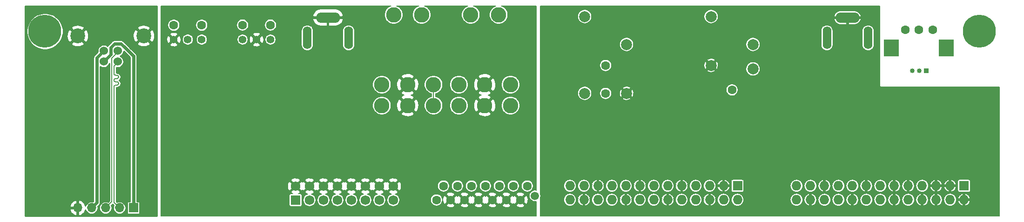
<source format=gtl>
G04 #@! TF.GenerationSoftware,KiCad,Pcbnew,(5.1.0-0)*
G04 #@! TF.CreationDate,2020-01-03T12:25:19+01:00*
G04 #@! TF.ProjectId,AddOnA,4164644f-6e41-42e6-9b69-6361645f7063,rev?*
G04 #@! TF.SameCoordinates,Original*
G04 #@! TF.FileFunction,Copper,L1,Top*
G04 #@! TF.FilePolarity,Positive*
%FSLAX46Y46*%
G04 Gerber Fmt 4.6, Leading zero omitted, Abs format (unit mm)*
G04 Created by KiCad (PCBNEW (5.1.0-0)) date 2020-01-03 12:25:19*
%MOMM*%
%LPD*%
G04 APERTURE LIST*
%ADD10C,6.000000*%
%ADD11O,1.700000X1.700000*%
%ADD12R,1.700000X1.700000*%
%ADD13C,2.794000*%
%ADD14C,1.600000*%
%ADD15C,1.400000*%
%ADD16C,2.000000*%
%ADD17C,2.700020*%
%ADD18C,1.524000*%
%ADD19C,0.850000*%
%ADD20R,0.850000X0.850000*%
%ADD21O,1.600000X4.100000*%
%ADD22O,4.400000X1.900000*%
%ADD23R,2.800000X3.100000*%
%ADD24C,1.727200*%
%ADD25R,1.727200X1.727200*%
%ADD26O,1.727200X1.727200*%
%ADD27C,1.500000*%
%ADD28C,0.600000*%
%ADD29C,0.200000*%
%ADD30C,0.600000*%
%ADD31C,0.254000*%
G04 APERTURE END LIST*
D10*
X10000000Y85000000D03*
X180000000Y85000000D03*
D11*
X15940000Y52900000D03*
X18480000Y52900000D03*
X21020000Y52900000D03*
X23560000Y52900000D03*
D12*
X26100000Y52900000D03*
D13*
X73460000Y88000000D03*
X78540000Y88000000D03*
X71301000Y71490000D03*
X76000000Y71490000D03*
X80699000Y71490000D03*
X71301000Y75300000D03*
X76000000Y75300000D03*
X80699000Y75300000D03*
D14*
X33460000Y86120000D03*
X38540000Y86120000D03*
D15*
X33460000Y83500000D03*
X36000000Y83500000D03*
X38540000Y83500000D03*
D14*
X45960000Y86130000D03*
X51040000Y86130000D03*
D15*
X45960000Y83500000D03*
X48500000Y83500000D03*
X51040000Y83500000D03*
D14*
X112000000Y78800000D03*
D16*
X108190000Y87690000D03*
X115810000Y82610000D03*
D14*
X112000000Y73720000D03*
D16*
X115810000Y73720000D03*
X108190000Y73720000D03*
D17*
X15970520Y84199000D03*
X27969480Y84199000D03*
D18*
X23240000Y81498980D03*
X20700000Y81498980D03*
X20700000Y79500000D03*
X23240000Y79500000D03*
D19*
X167800000Y77800000D03*
X169050000Y77800000D03*
D20*
X170300000Y77800000D03*
D21*
X152250000Y83800000D03*
X159750000Y83800000D03*
D22*
X156000000Y87500000D03*
D16*
X131190000Y87690000D03*
X138810000Y82610000D03*
D14*
X135000000Y74350000D03*
D16*
X138810000Y78165000D03*
X131190000Y78800000D03*
D13*
X87460000Y88000000D03*
X92540000Y88000000D03*
X85301000Y71490000D03*
X90000000Y71490000D03*
X94699000Y71490000D03*
X85301000Y75300000D03*
X90000000Y75300000D03*
X94699000Y75300000D03*
D23*
X174000000Y82000000D03*
X164000000Y82000000D03*
D14*
X166500000Y85300000D03*
X169000000Y85300000D03*
X171500000Y85300000D03*
D24*
X73380000Y56840000D03*
X73380000Y54300000D03*
X70840000Y56840000D03*
X70840000Y54300000D03*
X68300000Y56840000D03*
X68300000Y54300000D03*
X65760000Y56840000D03*
X65760000Y54300000D03*
X63220000Y56840000D03*
X63220000Y54300000D03*
X60680000Y56840000D03*
X60680000Y54300000D03*
X58140000Y56840000D03*
X58140000Y54300000D03*
X55600000Y56840000D03*
D25*
X55600000Y54300000D03*
D26*
X146720000Y54360000D03*
X146720000Y56900000D03*
X149260000Y54360000D03*
X149260000Y56900000D03*
X151800000Y54360000D03*
X151800000Y56900000D03*
X154340000Y54360000D03*
X154340000Y56900000D03*
X156880000Y54360000D03*
X156880000Y56900000D03*
X159420000Y54360000D03*
X159420000Y56900000D03*
X161960000Y54360000D03*
X161960000Y56900000D03*
X164500000Y54360000D03*
X164500000Y56900000D03*
X167040000Y54360000D03*
X167040000Y56900000D03*
X169580000Y54360000D03*
X169580000Y56900000D03*
X172120000Y54360000D03*
X172120000Y56900000D03*
X174660000Y54360000D03*
X174660000Y56900000D03*
X177200000Y54360000D03*
D25*
X177200000Y56900000D03*
X136000000Y56900000D03*
D26*
X136000000Y54360000D03*
X133460000Y56900000D03*
X133460000Y54360000D03*
X130920000Y56900000D03*
X130920000Y54360000D03*
X128380000Y56900000D03*
X128380000Y54360000D03*
X125840000Y56900000D03*
X125840000Y54360000D03*
X123300000Y56900000D03*
X123300000Y54360000D03*
X120760000Y56900000D03*
X120760000Y54360000D03*
X118220000Y56900000D03*
X118220000Y54360000D03*
X115680000Y56900000D03*
X115680000Y54360000D03*
X113140000Y56900000D03*
X113140000Y54360000D03*
X110600000Y56900000D03*
X110600000Y54360000D03*
X108060000Y56900000D03*
X108060000Y54360000D03*
X105520000Y56900000D03*
X105520000Y54360000D03*
D22*
X61500000Y87500000D03*
D21*
X65250000Y83800000D03*
X57750000Y83800000D03*
D14*
X97755000Y56870000D03*
X96485000Y54330000D03*
X95215000Y56870000D03*
X93945000Y54330000D03*
X92675000Y56870000D03*
X91405000Y54330000D03*
X90135000Y56870000D03*
X88865000Y54330000D03*
X87595000Y56870000D03*
X86325000Y54330000D03*
X85055000Y56870000D03*
X83785000Y54330000D03*
X82515000Y56870000D03*
X81245000Y54330000D03*
D27*
X99155000Y55070000D03*
D28*
X60600000Y83600000D03*
X60900000Y85500000D03*
X67700000Y75600000D03*
X67700000Y77600000D03*
X63300000Y74500000D03*
X55800000Y80300000D03*
X155700000Y81500000D03*
X157700000Y81500000D03*
X136000000Y73300000D03*
X130000000Y73300000D03*
X54800000Y82400000D03*
X36000000Y88000000D03*
X50600000Y80300000D03*
X51175000Y76025000D03*
X51175000Y70500000D03*
X49905000Y70500000D03*
X48635000Y70500000D03*
X43555000Y70500000D03*
X140000000Y73300000D03*
X134000000Y73300000D03*
X66800000Y62800000D03*
X49900000Y76024999D03*
X44825000Y70475000D03*
X67905000Y68905000D03*
X48635000Y78465000D03*
D29*
X80699000Y71490000D02*
X80699000Y75300000D01*
D30*
X19938001Y80736981D02*
X20700000Y81498980D01*
X19437999Y53857999D02*
X19437999Y80236979D01*
X19437999Y80236979D02*
X19938001Y80736981D01*
X18480000Y52900000D02*
X19437999Y53857999D01*
X23845761Y82760981D02*
X22634239Y82760981D01*
X22634239Y82760981D02*
X21977999Y82104741D01*
X21977999Y82104741D02*
X21977999Y81977999D01*
X21977999Y80777999D02*
X20700000Y79500000D01*
X21977999Y82104741D02*
X21977999Y80777999D01*
X24203371Y82403371D02*
X23845761Y82760981D01*
X25500000Y81106742D02*
X24203371Y82403371D01*
X26100000Y80506742D02*
X24203371Y82403371D01*
X26100000Y52900000D02*
X26100000Y80506742D01*
D29*
X22900000Y81158980D02*
X23240000Y81498980D01*
X22177999Y80129457D02*
X23240000Y81191458D01*
X23240000Y81191458D02*
X23240000Y81498980D01*
X22177999Y54057999D02*
X22177999Y80129457D01*
X21020000Y52900000D02*
X22177999Y54057999D01*
X22607718Y77191825D02*
X22585530Y77255234D01*
X22690962Y77087441D02*
X22643459Y77134944D01*
X22747843Y77051700D02*
X22690962Y77087441D01*
X22643459Y77134944D02*
X22607718Y77191825D01*
X22811252Y77029512D02*
X22747843Y77051700D01*
X22878009Y77021991D02*
X22811252Y77029512D01*
X23096911Y77021991D02*
X22878009Y77021991D01*
X23227076Y76992281D02*
X23163667Y77014469D01*
X23331460Y76909037D02*
X23283957Y76956540D01*
X23367201Y76852156D02*
X23331460Y76909037D01*
X23389389Y76788747D02*
X23367201Y76852156D01*
X23396911Y76721991D02*
X23389389Y76788747D01*
X23367201Y76591825D02*
X23389389Y76655234D01*
X23331460Y76534944D02*
X23367201Y76591825D01*
X22578009Y78678009D02*
X23240000Y79340000D01*
X22747843Y76392281D02*
X22811252Y76414469D01*
X22643459Y76309037D02*
X22690962Y76356540D01*
X22811252Y76414469D02*
X22878009Y76421991D01*
X22585530Y77255234D02*
X22578009Y77321991D01*
X23283957Y76956540D02*
X23227076Y76992281D01*
X23227076Y75251700D02*
X23283957Y75287441D01*
X22585530Y76055234D02*
X22578009Y76121991D01*
X22643459Y75934944D02*
X22607718Y75991825D01*
X22747843Y75851700D02*
X22690962Y75887441D01*
X23163667Y77014469D02*
X23096911Y77021991D01*
X22578009Y53881991D02*
X22578009Y74921991D01*
X22811252Y75829512D02*
X22747843Y75851700D01*
X22607718Y76252156D02*
X22643459Y76309037D01*
X23283957Y76487441D02*
X23331460Y76534944D01*
X22643459Y75109037D02*
X22690962Y75156540D01*
X22878009Y75821991D02*
X22811252Y75829512D01*
X23389389Y76655234D02*
X23396911Y76721991D01*
X22607718Y75991825D02*
X22585530Y76055234D01*
X23396911Y75521991D02*
X23389389Y75588747D01*
X23163667Y75814469D02*
X23096911Y75821991D01*
X22578009Y77321991D02*
X22578009Y78678009D01*
X23163667Y75229512D02*
X23227076Y75251700D01*
X23227076Y75792281D02*
X23163667Y75814469D01*
X23096911Y76421991D02*
X23163667Y76429512D01*
X22690962Y76356540D02*
X22747843Y76392281D01*
X22585530Y74988747D02*
X22607718Y75052156D01*
X23283957Y75756540D02*
X23227076Y75792281D01*
X23367201Y75652156D02*
X23331460Y75709037D01*
X22690962Y75887441D02*
X22643459Y75934944D01*
X23389389Y75588747D02*
X23367201Y75652156D01*
X23096911Y75221991D02*
X23163667Y75229512D01*
X23331460Y75334944D02*
X23367201Y75391825D01*
X23227076Y76451700D02*
X23283957Y76487441D01*
X23283957Y75287441D02*
X23331460Y75334944D01*
X22878009Y75221991D02*
X23096911Y75221991D01*
X23163667Y76429512D02*
X23227076Y76451700D01*
X22585530Y76188747D02*
X22607718Y76252156D01*
X22747843Y75192281D02*
X22811252Y75214469D01*
X23240000Y79340000D02*
X23240000Y79500000D01*
X22878009Y76421991D02*
X23096911Y76421991D01*
X22811252Y75214469D02*
X22878009Y75221991D01*
X22690962Y75156540D02*
X22747843Y75192281D01*
X22578009Y76121991D02*
X22585530Y76188747D01*
X22578009Y74921991D02*
X22585530Y74988747D01*
X23389389Y75455234D02*
X23396911Y75521991D01*
X23367201Y75391825D02*
X23389389Y75455234D01*
X23560000Y52900000D02*
X22578009Y53881991D01*
X23331460Y75709037D02*
X23283957Y75756540D01*
X23096911Y75821991D02*
X22878009Y75821991D01*
X22607718Y75052156D02*
X22643459Y75109037D01*
G36*
X72656169Y89503862D02*
G01*
X72378226Y89318146D01*
X72141854Y89081774D01*
X71956138Y88803831D01*
X71828215Y88494997D01*
X71763000Y88167140D01*
X71763000Y87832860D01*
X71828215Y87505003D01*
X71956138Y87196169D01*
X72141854Y86918226D01*
X72378226Y86681854D01*
X72656169Y86496138D01*
X72965003Y86368215D01*
X73292860Y86303000D01*
X73627140Y86303000D01*
X73954997Y86368215D01*
X74263831Y86496138D01*
X74541774Y86681854D01*
X74778146Y86918226D01*
X74963862Y87196169D01*
X75091785Y87505003D01*
X75157000Y87832860D01*
X75157000Y88167140D01*
X75091785Y88494997D01*
X74963862Y88803831D01*
X74778146Y89081774D01*
X74541774Y89318146D01*
X74263831Y89503862D01*
X73971377Y89625000D01*
X78028623Y89625000D01*
X77736169Y89503862D01*
X77458226Y89318146D01*
X77221854Y89081774D01*
X77036138Y88803831D01*
X76908215Y88494997D01*
X76843000Y88167140D01*
X76843000Y87832860D01*
X76908215Y87505003D01*
X77036138Y87196169D01*
X77221854Y86918226D01*
X77458226Y86681854D01*
X77736169Y86496138D01*
X78045003Y86368215D01*
X78372860Y86303000D01*
X78707140Y86303000D01*
X79034997Y86368215D01*
X79343831Y86496138D01*
X79621774Y86681854D01*
X79858146Y86918226D01*
X80043862Y87196169D01*
X80171785Y87505003D01*
X80237000Y87832860D01*
X80237000Y88167140D01*
X80171785Y88494997D01*
X80043862Y88803831D01*
X79858146Y89081774D01*
X79621774Y89318146D01*
X79343831Y89503862D01*
X79051377Y89625000D01*
X86948623Y89625000D01*
X86656169Y89503862D01*
X86378226Y89318146D01*
X86141854Y89081774D01*
X85956138Y88803831D01*
X85828215Y88494997D01*
X85763000Y88167140D01*
X85763000Y87832860D01*
X85828215Y87505003D01*
X85956138Y87196169D01*
X86141854Y86918226D01*
X86378226Y86681854D01*
X86656169Y86496138D01*
X86965003Y86368215D01*
X87292860Y86303000D01*
X87627140Y86303000D01*
X87954997Y86368215D01*
X88263831Y86496138D01*
X88541774Y86681854D01*
X88778146Y86918226D01*
X88963862Y87196169D01*
X89091785Y87505003D01*
X89157000Y87832860D01*
X89157000Y88167140D01*
X89091785Y88494997D01*
X88963862Y88803831D01*
X88778146Y89081774D01*
X88541774Y89318146D01*
X88263831Y89503862D01*
X87971377Y89625000D01*
X92028623Y89625000D01*
X91736169Y89503862D01*
X91458226Y89318146D01*
X91221854Y89081774D01*
X91036138Y88803831D01*
X90908215Y88494997D01*
X90843000Y88167140D01*
X90843000Y87832860D01*
X90908215Y87505003D01*
X91036138Y87196169D01*
X91221854Y86918226D01*
X91458226Y86681854D01*
X91736169Y86496138D01*
X92045003Y86368215D01*
X92372860Y86303000D01*
X92707140Y86303000D01*
X93034997Y86368215D01*
X93343831Y86496138D01*
X93621774Y86681854D01*
X93858146Y86918226D01*
X94043862Y87196169D01*
X94171785Y87505003D01*
X94237000Y87832860D01*
X94237000Y88167140D01*
X94171785Y88494997D01*
X94043862Y88803831D01*
X93858146Y89081774D01*
X93621774Y89318146D01*
X93343831Y89503862D01*
X93051377Y89625000D01*
X99400000Y89625000D01*
X99400000Y56091838D01*
X99258416Y56120000D01*
X99051584Y56120000D01*
X98848726Y56079650D01*
X98657638Y56000498D01*
X98485664Y55885589D01*
X98339411Y55739336D01*
X98224502Y55567362D01*
X98145350Y55376274D01*
X98105000Y55173416D01*
X98105000Y54966584D01*
X98145350Y54763726D01*
X98224502Y54572638D01*
X98339411Y54400664D01*
X98485664Y54254411D01*
X98657638Y54139502D01*
X98848726Y54060350D01*
X99051584Y54020000D01*
X99258416Y54020000D01*
X99400000Y54048162D01*
X99400000Y51375000D01*
X31100000Y51375000D01*
X31100000Y55163600D01*
X54434949Y55163600D01*
X54434949Y53436400D01*
X54440741Y53377590D01*
X54457896Y53321040D01*
X54485753Y53268923D01*
X54523242Y53223242D01*
X54568923Y53185753D01*
X54621040Y53157896D01*
X54677590Y53140741D01*
X54736400Y53134949D01*
X56463600Y53134949D01*
X56522410Y53140741D01*
X56578960Y53157896D01*
X56631077Y53185753D01*
X56676758Y53223242D01*
X56714247Y53268923D01*
X56742104Y53321040D01*
X56759259Y53377590D01*
X56765051Y53436400D01*
X56765051Y54414605D01*
X56976400Y54414605D01*
X56976400Y54185395D01*
X57021117Y53960590D01*
X57108831Y53748829D01*
X57236173Y53558248D01*
X57398248Y53396173D01*
X57588829Y53268831D01*
X57800590Y53181117D01*
X58025395Y53136400D01*
X58254605Y53136400D01*
X58479410Y53181117D01*
X58691171Y53268831D01*
X58881752Y53396173D01*
X59043827Y53558248D01*
X59171169Y53748829D01*
X59258883Y53960590D01*
X59303600Y54185395D01*
X59303600Y54414605D01*
X59516400Y54414605D01*
X59516400Y54185395D01*
X59561117Y53960590D01*
X59648831Y53748829D01*
X59776173Y53558248D01*
X59938248Y53396173D01*
X60128829Y53268831D01*
X60340590Y53181117D01*
X60565395Y53136400D01*
X60794605Y53136400D01*
X61019410Y53181117D01*
X61231171Y53268831D01*
X61421752Y53396173D01*
X61583827Y53558248D01*
X61711169Y53748829D01*
X61798883Y53960590D01*
X61843600Y54185395D01*
X61843600Y54414605D01*
X62056400Y54414605D01*
X62056400Y54185395D01*
X62101117Y53960590D01*
X62188831Y53748829D01*
X62316173Y53558248D01*
X62478248Y53396173D01*
X62668829Y53268831D01*
X62880590Y53181117D01*
X63105395Y53136400D01*
X63334605Y53136400D01*
X63559410Y53181117D01*
X63771171Y53268831D01*
X63961752Y53396173D01*
X64123827Y53558248D01*
X64251169Y53748829D01*
X64338883Y53960590D01*
X64383600Y54185395D01*
X64383600Y54414605D01*
X64596400Y54414605D01*
X64596400Y54185395D01*
X64641117Y53960590D01*
X64728831Y53748829D01*
X64856173Y53558248D01*
X65018248Y53396173D01*
X65208829Y53268831D01*
X65420590Y53181117D01*
X65645395Y53136400D01*
X65874605Y53136400D01*
X66099410Y53181117D01*
X66311171Y53268831D01*
X66501752Y53396173D01*
X66663827Y53558248D01*
X66791169Y53748829D01*
X66878883Y53960590D01*
X66923600Y54185395D01*
X66923600Y54414605D01*
X67136400Y54414605D01*
X67136400Y54185395D01*
X67181117Y53960590D01*
X67268831Y53748829D01*
X67396173Y53558248D01*
X67558248Y53396173D01*
X67748829Y53268831D01*
X67960590Y53181117D01*
X68185395Y53136400D01*
X68414605Y53136400D01*
X68639410Y53181117D01*
X68851171Y53268831D01*
X69041752Y53396173D01*
X69203827Y53558248D01*
X69331169Y53748829D01*
X69418883Y53960590D01*
X69463600Y54185395D01*
X69463600Y54414605D01*
X69676400Y54414605D01*
X69676400Y54185395D01*
X69721117Y53960590D01*
X69808831Y53748829D01*
X69936173Y53558248D01*
X70098248Y53396173D01*
X70288829Y53268831D01*
X70500590Y53181117D01*
X70725395Y53136400D01*
X70954605Y53136400D01*
X71179410Y53181117D01*
X71391171Y53268831D01*
X71581752Y53396173D01*
X71743827Y53558248D01*
X71871169Y53748829D01*
X71958883Y53960590D01*
X72003600Y54185395D01*
X72003600Y54414605D01*
X72216400Y54414605D01*
X72216400Y54185395D01*
X72261117Y53960590D01*
X72348831Y53748829D01*
X72476173Y53558248D01*
X72638248Y53396173D01*
X72828829Y53268831D01*
X73040590Y53181117D01*
X73265395Y53136400D01*
X73494605Y53136400D01*
X73719410Y53181117D01*
X73931171Y53268831D01*
X74121752Y53396173D01*
X74283827Y53558248D01*
X74411169Y53748829D01*
X74498883Y53960590D01*
X74543600Y54185395D01*
X74543600Y54414605D01*
X74538879Y54438341D01*
X80145000Y54438341D01*
X80145000Y54221659D01*
X80187273Y54009142D01*
X80270193Y53808955D01*
X80390575Y53628791D01*
X80543791Y53475575D01*
X80723955Y53355193D01*
X80924142Y53272273D01*
X81136659Y53230000D01*
X81353341Y53230000D01*
X81565858Y53272273D01*
X81716874Y53334826D01*
X83007615Y53334826D01*
X83082924Y53101673D01*
X83336048Y52988307D01*
X83606426Y52926502D01*
X83883666Y52918631D01*
X84157114Y52964999D01*
X84416263Y53063823D01*
X84487076Y53101673D01*
X84562385Y53334826D01*
X85547615Y53334826D01*
X85622924Y53101673D01*
X85876048Y52988307D01*
X86146426Y52926502D01*
X86423666Y52918631D01*
X86697114Y52964999D01*
X86956263Y53063823D01*
X87027076Y53101673D01*
X87102385Y53334826D01*
X88087615Y53334826D01*
X88162924Y53101673D01*
X88416048Y52988307D01*
X88686426Y52926502D01*
X88963666Y52918631D01*
X89237114Y52964999D01*
X89496263Y53063823D01*
X89567076Y53101673D01*
X89642385Y53334826D01*
X90627615Y53334826D01*
X90702924Y53101673D01*
X90956048Y52988307D01*
X91226426Y52926502D01*
X91503666Y52918631D01*
X91777114Y52964999D01*
X92036263Y53063823D01*
X92107076Y53101673D01*
X92182385Y53334826D01*
X93167615Y53334826D01*
X93242924Y53101673D01*
X93496048Y52988307D01*
X93766426Y52926502D01*
X94043666Y52918631D01*
X94317114Y52964999D01*
X94576263Y53063823D01*
X94647076Y53101673D01*
X94722385Y53334826D01*
X95707615Y53334826D01*
X95782924Y53101673D01*
X96036048Y52988307D01*
X96306426Y52926502D01*
X96583666Y52918631D01*
X96857114Y52964999D01*
X97116263Y53063823D01*
X97187076Y53101673D01*
X97262385Y53334826D01*
X96485000Y54112211D01*
X95707615Y53334826D01*
X94722385Y53334826D01*
X93945000Y54112211D01*
X93167615Y53334826D01*
X92182385Y53334826D01*
X91405000Y54112211D01*
X90627615Y53334826D01*
X89642385Y53334826D01*
X88865000Y54112211D01*
X88087615Y53334826D01*
X87102385Y53334826D01*
X86325000Y54112211D01*
X85547615Y53334826D01*
X84562385Y53334826D01*
X83785000Y54112211D01*
X83007615Y53334826D01*
X81716874Y53334826D01*
X81766045Y53355193D01*
X81946209Y53475575D01*
X82099425Y53628791D01*
X82219807Y53808955D01*
X82302727Y54009142D01*
X82345000Y54221659D01*
X82345000Y54231334D01*
X82373631Y54231334D01*
X82419999Y53957886D01*
X82518823Y53698737D01*
X82556673Y53627924D01*
X82789826Y53552615D01*
X83567211Y54330000D01*
X84002789Y54330000D01*
X84780174Y53552615D01*
X85013327Y53627924D01*
X85052485Y53715357D01*
X85058823Y53698737D01*
X85096673Y53627924D01*
X85329826Y53552615D01*
X86107211Y54330000D01*
X86542789Y54330000D01*
X87320174Y53552615D01*
X87553327Y53627924D01*
X87592485Y53715357D01*
X87598823Y53698737D01*
X87636673Y53627924D01*
X87869826Y53552615D01*
X88647211Y54330000D01*
X89082789Y54330000D01*
X89860174Y53552615D01*
X90093327Y53627924D01*
X90132485Y53715357D01*
X90138823Y53698737D01*
X90176673Y53627924D01*
X90409826Y53552615D01*
X91187211Y54330000D01*
X91622789Y54330000D01*
X92400174Y53552615D01*
X92633327Y53627924D01*
X92672485Y53715357D01*
X92678823Y53698737D01*
X92716673Y53627924D01*
X92949826Y53552615D01*
X93727211Y54330000D01*
X94162789Y54330000D01*
X94940174Y53552615D01*
X95173327Y53627924D01*
X95212485Y53715357D01*
X95218823Y53698737D01*
X95256673Y53627924D01*
X95489826Y53552615D01*
X96267211Y54330000D01*
X96702789Y54330000D01*
X97480174Y53552615D01*
X97713327Y53627924D01*
X97826693Y53881048D01*
X97888498Y54151426D01*
X97896369Y54428666D01*
X97850001Y54702114D01*
X97751177Y54961263D01*
X97713327Y55032076D01*
X97480174Y55107385D01*
X96702789Y54330000D01*
X96267211Y54330000D01*
X95489826Y55107385D01*
X95256673Y55032076D01*
X95217515Y54944643D01*
X95211177Y54961263D01*
X95173327Y55032076D01*
X94940174Y55107385D01*
X94162789Y54330000D01*
X93727211Y54330000D01*
X92949826Y55107385D01*
X92716673Y55032076D01*
X92677515Y54944643D01*
X92671177Y54961263D01*
X92633327Y55032076D01*
X92400174Y55107385D01*
X91622789Y54330000D01*
X91187211Y54330000D01*
X90409826Y55107385D01*
X90176673Y55032076D01*
X90137515Y54944643D01*
X90131177Y54961263D01*
X90093327Y55032076D01*
X89860174Y55107385D01*
X89082789Y54330000D01*
X88647211Y54330000D01*
X87869826Y55107385D01*
X87636673Y55032076D01*
X87597515Y54944643D01*
X87591177Y54961263D01*
X87553327Y55032076D01*
X87320174Y55107385D01*
X86542789Y54330000D01*
X86107211Y54330000D01*
X85329826Y55107385D01*
X85096673Y55032076D01*
X85057515Y54944643D01*
X85051177Y54961263D01*
X85013327Y55032076D01*
X84780174Y55107385D01*
X84002789Y54330000D01*
X83567211Y54330000D01*
X82789826Y55107385D01*
X82556673Y55032076D01*
X82443307Y54778952D01*
X82381502Y54508574D01*
X82373631Y54231334D01*
X82345000Y54231334D01*
X82345000Y54438341D01*
X82302727Y54650858D01*
X82219807Y54851045D01*
X82099425Y55031209D01*
X81946209Y55184425D01*
X81766045Y55304807D01*
X81716875Y55325174D01*
X83007615Y55325174D01*
X83785000Y54547789D01*
X84562385Y55325174D01*
X85547615Y55325174D01*
X86325000Y54547789D01*
X87102385Y55325174D01*
X88087615Y55325174D01*
X88865000Y54547789D01*
X89642385Y55325174D01*
X90627615Y55325174D01*
X91405000Y54547789D01*
X92182385Y55325174D01*
X93167615Y55325174D01*
X93945000Y54547789D01*
X94722385Y55325174D01*
X95707615Y55325174D01*
X96485000Y54547789D01*
X97262385Y55325174D01*
X97187076Y55558327D01*
X96933952Y55671693D01*
X96663574Y55733498D01*
X96386334Y55741369D01*
X96112886Y55695001D01*
X95853737Y55596177D01*
X95782924Y55558327D01*
X95707615Y55325174D01*
X94722385Y55325174D01*
X94647076Y55558327D01*
X94393952Y55671693D01*
X94123574Y55733498D01*
X93846334Y55741369D01*
X93572886Y55695001D01*
X93313737Y55596177D01*
X93242924Y55558327D01*
X93167615Y55325174D01*
X92182385Y55325174D01*
X92107076Y55558327D01*
X91853952Y55671693D01*
X91583574Y55733498D01*
X91306334Y55741369D01*
X91032886Y55695001D01*
X90773737Y55596177D01*
X90702924Y55558327D01*
X90627615Y55325174D01*
X89642385Y55325174D01*
X89567076Y55558327D01*
X89313952Y55671693D01*
X89043574Y55733498D01*
X88766334Y55741369D01*
X88492886Y55695001D01*
X88233737Y55596177D01*
X88162924Y55558327D01*
X88087615Y55325174D01*
X87102385Y55325174D01*
X87027076Y55558327D01*
X86773952Y55671693D01*
X86503574Y55733498D01*
X86226334Y55741369D01*
X85952886Y55695001D01*
X85693737Y55596177D01*
X85622924Y55558327D01*
X85547615Y55325174D01*
X84562385Y55325174D01*
X84487076Y55558327D01*
X84233952Y55671693D01*
X83963574Y55733498D01*
X83686334Y55741369D01*
X83412886Y55695001D01*
X83153737Y55596177D01*
X83082924Y55558327D01*
X83007615Y55325174D01*
X81716875Y55325174D01*
X81565858Y55387727D01*
X81353341Y55430000D01*
X81136659Y55430000D01*
X80924142Y55387727D01*
X80723955Y55304807D01*
X80543791Y55184425D01*
X80390575Y55031209D01*
X80270193Y54851045D01*
X80187273Y54650858D01*
X80145000Y54438341D01*
X74538879Y54438341D01*
X74498883Y54639410D01*
X74411169Y54851171D01*
X74283827Y55041752D01*
X74121752Y55203827D01*
X73931171Y55331169D01*
X73744299Y55408574D01*
X73762170Y55411517D01*
X74033510Y55513523D01*
X74119855Y55559676D01*
X74202897Y55799314D01*
X73380000Y56622211D01*
X72557103Y55799314D01*
X72640145Y55559676D01*
X72904140Y55439938D01*
X73023893Y55411967D01*
X72828829Y55331169D01*
X72638248Y55203827D01*
X72476173Y55041752D01*
X72348831Y54851171D01*
X72261117Y54639410D01*
X72216400Y54414605D01*
X72003600Y54414605D01*
X71958883Y54639410D01*
X71871169Y54851171D01*
X71743827Y55041752D01*
X71581752Y55203827D01*
X71391171Y55331169D01*
X71204299Y55408574D01*
X71222170Y55411517D01*
X71493510Y55513523D01*
X71579855Y55559676D01*
X71662897Y55799314D01*
X70840000Y56622211D01*
X70017103Y55799314D01*
X70100145Y55559676D01*
X70364140Y55439938D01*
X70483893Y55411967D01*
X70288829Y55331169D01*
X70098248Y55203827D01*
X69936173Y55041752D01*
X69808831Y54851171D01*
X69721117Y54639410D01*
X69676400Y54414605D01*
X69463600Y54414605D01*
X69418883Y54639410D01*
X69331169Y54851171D01*
X69203827Y55041752D01*
X69041752Y55203827D01*
X68851171Y55331169D01*
X68664299Y55408574D01*
X68682170Y55411517D01*
X68953510Y55513523D01*
X69039855Y55559676D01*
X69122897Y55799314D01*
X68300000Y56622211D01*
X67477103Y55799314D01*
X67560145Y55559676D01*
X67824140Y55439938D01*
X67943893Y55411967D01*
X67748829Y55331169D01*
X67558248Y55203827D01*
X67396173Y55041752D01*
X67268831Y54851171D01*
X67181117Y54639410D01*
X67136400Y54414605D01*
X66923600Y54414605D01*
X66878883Y54639410D01*
X66791169Y54851171D01*
X66663827Y55041752D01*
X66501752Y55203827D01*
X66311171Y55331169D01*
X66124299Y55408574D01*
X66142170Y55411517D01*
X66413510Y55513523D01*
X66499855Y55559676D01*
X66582897Y55799314D01*
X65760000Y56622211D01*
X64937103Y55799314D01*
X65020145Y55559676D01*
X65284140Y55439938D01*
X65403893Y55411967D01*
X65208829Y55331169D01*
X65018248Y55203827D01*
X64856173Y55041752D01*
X64728831Y54851171D01*
X64641117Y54639410D01*
X64596400Y54414605D01*
X64383600Y54414605D01*
X64338883Y54639410D01*
X64251169Y54851171D01*
X64123827Y55041752D01*
X63961752Y55203827D01*
X63771171Y55331169D01*
X63584299Y55408574D01*
X63602170Y55411517D01*
X63873510Y55513523D01*
X63959855Y55559676D01*
X64042897Y55799314D01*
X63220000Y56622211D01*
X62397103Y55799314D01*
X62480145Y55559676D01*
X62744140Y55439938D01*
X62863893Y55411967D01*
X62668829Y55331169D01*
X62478248Y55203827D01*
X62316173Y55041752D01*
X62188831Y54851171D01*
X62101117Y54639410D01*
X62056400Y54414605D01*
X61843600Y54414605D01*
X61798883Y54639410D01*
X61711169Y54851171D01*
X61583827Y55041752D01*
X61421752Y55203827D01*
X61231171Y55331169D01*
X61044299Y55408574D01*
X61062170Y55411517D01*
X61333510Y55513523D01*
X61419855Y55559676D01*
X61502897Y55799314D01*
X60680000Y56622211D01*
X59857103Y55799314D01*
X59940145Y55559676D01*
X60204140Y55439938D01*
X60323893Y55411967D01*
X60128829Y55331169D01*
X59938248Y55203827D01*
X59776173Y55041752D01*
X59648831Y54851171D01*
X59561117Y54639410D01*
X59516400Y54414605D01*
X59303600Y54414605D01*
X59258883Y54639410D01*
X59171169Y54851171D01*
X59043827Y55041752D01*
X58881752Y55203827D01*
X58691171Y55331169D01*
X58504299Y55408574D01*
X58522170Y55411517D01*
X58793510Y55513523D01*
X58879855Y55559676D01*
X58962897Y55799314D01*
X58140000Y56622211D01*
X57317103Y55799314D01*
X57400145Y55559676D01*
X57664140Y55439938D01*
X57783893Y55411967D01*
X57588829Y55331169D01*
X57398248Y55203827D01*
X57236173Y55041752D01*
X57108831Y54851171D01*
X57021117Y54639410D01*
X56976400Y54414605D01*
X56765051Y54414605D01*
X56765051Y55163600D01*
X56759259Y55222410D01*
X56742104Y55278960D01*
X56714247Y55331077D01*
X56676758Y55376758D01*
X56631077Y55414247D01*
X56578960Y55442104D01*
X56522410Y55459259D01*
X56463600Y55465051D01*
X56124573Y55465051D01*
X56253510Y55513523D01*
X56339855Y55559676D01*
X56422897Y55799314D01*
X55600000Y56622211D01*
X54777103Y55799314D01*
X54860145Y55559676D01*
X55068772Y55465051D01*
X54736400Y55465051D01*
X54677590Y55459259D01*
X54621040Y55442104D01*
X54568923Y55414247D01*
X54523242Y55376758D01*
X54485753Y55331077D01*
X54457896Y55278960D01*
X54440741Y55222410D01*
X54434949Y55163600D01*
X31100000Y55163600D01*
X31100000Y56743857D01*
X54124407Y56743857D01*
X54171517Y56457830D01*
X54273523Y56186490D01*
X54319676Y56100145D01*
X54559314Y56017103D01*
X55382211Y56840000D01*
X55817789Y56840000D01*
X56640686Y56017103D01*
X56870000Y56096567D01*
X57099314Y56017103D01*
X57922211Y56840000D01*
X58357789Y56840000D01*
X59180686Y56017103D01*
X59410000Y56096567D01*
X59639314Y56017103D01*
X60462211Y56840000D01*
X60897789Y56840000D01*
X61720686Y56017103D01*
X61950000Y56096567D01*
X62179314Y56017103D01*
X63002211Y56840000D01*
X63437789Y56840000D01*
X64260686Y56017103D01*
X64490000Y56096567D01*
X64719314Y56017103D01*
X65542211Y56840000D01*
X65977789Y56840000D01*
X66800686Y56017103D01*
X67030000Y56096567D01*
X67259314Y56017103D01*
X68082211Y56840000D01*
X68517789Y56840000D01*
X69340686Y56017103D01*
X69570000Y56096567D01*
X69799314Y56017103D01*
X70622211Y56840000D01*
X71057789Y56840000D01*
X71880686Y56017103D01*
X72110000Y56096567D01*
X72339314Y56017103D01*
X73162211Y56840000D01*
X73597789Y56840000D01*
X74420686Y56017103D01*
X74660324Y56100145D01*
X74780062Y56364140D01*
X74845996Y56646422D01*
X74855593Y56936143D01*
X74848643Y56978341D01*
X81415000Y56978341D01*
X81415000Y56761659D01*
X81457273Y56549142D01*
X81540193Y56348955D01*
X81660575Y56168791D01*
X81813791Y56015575D01*
X81993955Y55895193D01*
X82194142Y55812273D01*
X82406659Y55770000D01*
X82623341Y55770000D01*
X82835858Y55812273D01*
X83036045Y55895193D01*
X83216209Y56015575D01*
X83369425Y56168791D01*
X83489807Y56348955D01*
X83572727Y56549142D01*
X83615000Y56761659D01*
X83615000Y56978341D01*
X83955000Y56978341D01*
X83955000Y56761659D01*
X83997273Y56549142D01*
X84080193Y56348955D01*
X84200575Y56168791D01*
X84353791Y56015575D01*
X84533955Y55895193D01*
X84734142Y55812273D01*
X84946659Y55770000D01*
X85163341Y55770000D01*
X85375858Y55812273D01*
X85576045Y55895193D01*
X85756209Y56015575D01*
X85909425Y56168791D01*
X86029807Y56348955D01*
X86112727Y56549142D01*
X86155000Y56761659D01*
X86155000Y56978341D01*
X86495000Y56978341D01*
X86495000Y56761659D01*
X86537273Y56549142D01*
X86620193Y56348955D01*
X86740575Y56168791D01*
X86893791Y56015575D01*
X87073955Y55895193D01*
X87274142Y55812273D01*
X87486659Y55770000D01*
X87703341Y55770000D01*
X87915858Y55812273D01*
X88116045Y55895193D01*
X88296209Y56015575D01*
X88449425Y56168791D01*
X88569807Y56348955D01*
X88652727Y56549142D01*
X88695000Y56761659D01*
X88695000Y56978341D01*
X89035000Y56978341D01*
X89035000Y56761659D01*
X89077273Y56549142D01*
X89160193Y56348955D01*
X89280575Y56168791D01*
X89433791Y56015575D01*
X89613955Y55895193D01*
X89814142Y55812273D01*
X90026659Y55770000D01*
X90243341Y55770000D01*
X90455858Y55812273D01*
X90656045Y55895193D01*
X90836209Y56015575D01*
X90989425Y56168791D01*
X91109807Y56348955D01*
X91192727Y56549142D01*
X91235000Y56761659D01*
X91235000Y56978341D01*
X91575000Y56978341D01*
X91575000Y56761659D01*
X91617273Y56549142D01*
X91700193Y56348955D01*
X91820575Y56168791D01*
X91973791Y56015575D01*
X92153955Y55895193D01*
X92354142Y55812273D01*
X92566659Y55770000D01*
X92783341Y55770000D01*
X92995858Y55812273D01*
X93196045Y55895193D01*
X93376209Y56015575D01*
X93529425Y56168791D01*
X93649807Y56348955D01*
X93732727Y56549142D01*
X93775000Y56761659D01*
X93775000Y56978341D01*
X94115000Y56978341D01*
X94115000Y56761659D01*
X94157273Y56549142D01*
X94240193Y56348955D01*
X94360575Y56168791D01*
X94513791Y56015575D01*
X94693955Y55895193D01*
X94894142Y55812273D01*
X95106659Y55770000D01*
X95323341Y55770000D01*
X95535858Y55812273D01*
X95736045Y55895193D01*
X95916209Y56015575D01*
X96069425Y56168791D01*
X96189807Y56348955D01*
X96272727Y56549142D01*
X96315000Y56761659D01*
X96315000Y56978341D01*
X96655000Y56978341D01*
X96655000Y56761659D01*
X96697273Y56549142D01*
X96780193Y56348955D01*
X96900575Y56168791D01*
X97053791Y56015575D01*
X97233955Y55895193D01*
X97434142Y55812273D01*
X97646659Y55770000D01*
X97863341Y55770000D01*
X98075858Y55812273D01*
X98276045Y55895193D01*
X98456209Y56015575D01*
X98609425Y56168791D01*
X98729807Y56348955D01*
X98812727Y56549142D01*
X98855000Y56761659D01*
X98855000Y56978341D01*
X98812727Y57190858D01*
X98729807Y57391045D01*
X98609425Y57571209D01*
X98456209Y57724425D01*
X98276045Y57844807D01*
X98075858Y57927727D01*
X97863341Y57970000D01*
X97646659Y57970000D01*
X97434142Y57927727D01*
X97233955Y57844807D01*
X97053791Y57724425D01*
X96900575Y57571209D01*
X96780193Y57391045D01*
X96697273Y57190858D01*
X96655000Y56978341D01*
X96315000Y56978341D01*
X96272727Y57190858D01*
X96189807Y57391045D01*
X96069425Y57571209D01*
X95916209Y57724425D01*
X95736045Y57844807D01*
X95535858Y57927727D01*
X95323341Y57970000D01*
X95106659Y57970000D01*
X94894142Y57927727D01*
X94693955Y57844807D01*
X94513791Y57724425D01*
X94360575Y57571209D01*
X94240193Y57391045D01*
X94157273Y57190858D01*
X94115000Y56978341D01*
X93775000Y56978341D01*
X93732727Y57190858D01*
X93649807Y57391045D01*
X93529425Y57571209D01*
X93376209Y57724425D01*
X93196045Y57844807D01*
X92995858Y57927727D01*
X92783341Y57970000D01*
X92566659Y57970000D01*
X92354142Y57927727D01*
X92153955Y57844807D01*
X91973791Y57724425D01*
X91820575Y57571209D01*
X91700193Y57391045D01*
X91617273Y57190858D01*
X91575000Y56978341D01*
X91235000Y56978341D01*
X91192727Y57190858D01*
X91109807Y57391045D01*
X90989425Y57571209D01*
X90836209Y57724425D01*
X90656045Y57844807D01*
X90455858Y57927727D01*
X90243341Y57970000D01*
X90026659Y57970000D01*
X89814142Y57927727D01*
X89613955Y57844807D01*
X89433791Y57724425D01*
X89280575Y57571209D01*
X89160193Y57391045D01*
X89077273Y57190858D01*
X89035000Y56978341D01*
X88695000Y56978341D01*
X88652727Y57190858D01*
X88569807Y57391045D01*
X88449425Y57571209D01*
X88296209Y57724425D01*
X88116045Y57844807D01*
X87915858Y57927727D01*
X87703341Y57970000D01*
X87486659Y57970000D01*
X87274142Y57927727D01*
X87073955Y57844807D01*
X86893791Y57724425D01*
X86740575Y57571209D01*
X86620193Y57391045D01*
X86537273Y57190858D01*
X86495000Y56978341D01*
X86155000Y56978341D01*
X86112727Y57190858D01*
X86029807Y57391045D01*
X85909425Y57571209D01*
X85756209Y57724425D01*
X85576045Y57844807D01*
X85375858Y57927727D01*
X85163341Y57970000D01*
X84946659Y57970000D01*
X84734142Y57927727D01*
X84533955Y57844807D01*
X84353791Y57724425D01*
X84200575Y57571209D01*
X84080193Y57391045D01*
X83997273Y57190858D01*
X83955000Y56978341D01*
X83615000Y56978341D01*
X83572727Y57190858D01*
X83489807Y57391045D01*
X83369425Y57571209D01*
X83216209Y57724425D01*
X83036045Y57844807D01*
X82835858Y57927727D01*
X82623341Y57970000D01*
X82406659Y57970000D01*
X82194142Y57927727D01*
X81993955Y57844807D01*
X81813791Y57724425D01*
X81660575Y57571209D01*
X81540193Y57391045D01*
X81457273Y57190858D01*
X81415000Y56978341D01*
X74848643Y56978341D01*
X74808483Y57222170D01*
X74706477Y57493510D01*
X74660324Y57579855D01*
X74420686Y57662897D01*
X73597789Y56840000D01*
X73162211Y56840000D01*
X72339314Y57662897D01*
X72110000Y57583433D01*
X71880686Y57662897D01*
X71057789Y56840000D01*
X70622211Y56840000D01*
X69799314Y57662897D01*
X69570000Y57583433D01*
X69340686Y57662897D01*
X68517789Y56840000D01*
X68082211Y56840000D01*
X67259314Y57662897D01*
X67030000Y57583433D01*
X66800686Y57662897D01*
X65977789Y56840000D01*
X65542211Y56840000D01*
X64719314Y57662897D01*
X64490000Y57583433D01*
X64260686Y57662897D01*
X63437789Y56840000D01*
X63002211Y56840000D01*
X62179314Y57662897D01*
X61950000Y57583433D01*
X61720686Y57662897D01*
X60897789Y56840000D01*
X60462211Y56840000D01*
X59639314Y57662897D01*
X59410000Y57583433D01*
X59180686Y57662897D01*
X58357789Y56840000D01*
X57922211Y56840000D01*
X57099314Y57662897D01*
X56870000Y57583433D01*
X56640686Y57662897D01*
X55817789Y56840000D01*
X55382211Y56840000D01*
X54559314Y57662897D01*
X54319676Y57579855D01*
X54199938Y57315860D01*
X54134004Y57033578D01*
X54124407Y56743857D01*
X31100000Y56743857D01*
X31100000Y57880686D01*
X54777103Y57880686D01*
X55600000Y57057789D01*
X56422897Y57880686D01*
X57317103Y57880686D01*
X58140000Y57057789D01*
X58962897Y57880686D01*
X59857103Y57880686D01*
X60680000Y57057789D01*
X61502897Y57880686D01*
X62397103Y57880686D01*
X63220000Y57057789D01*
X64042897Y57880686D01*
X64937103Y57880686D01*
X65760000Y57057789D01*
X66582897Y57880686D01*
X67477103Y57880686D01*
X68300000Y57057789D01*
X69122897Y57880686D01*
X70017103Y57880686D01*
X70840000Y57057789D01*
X71662897Y57880686D01*
X72557103Y57880686D01*
X73380000Y57057789D01*
X74202897Y57880686D01*
X74119855Y58120324D01*
X73855860Y58240062D01*
X73573578Y58305996D01*
X73283857Y58315593D01*
X72997830Y58268483D01*
X72726490Y58166477D01*
X72640145Y58120324D01*
X72557103Y57880686D01*
X71662897Y57880686D01*
X71579855Y58120324D01*
X71315860Y58240062D01*
X71033578Y58305996D01*
X70743857Y58315593D01*
X70457830Y58268483D01*
X70186490Y58166477D01*
X70100145Y58120324D01*
X70017103Y57880686D01*
X69122897Y57880686D01*
X69039855Y58120324D01*
X68775860Y58240062D01*
X68493578Y58305996D01*
X68203857Y58315593D01*
X67917830Y58268483D01*
X67646490Y58166477D01*
X67560145Y58120324D01*
X67477103Y57880686D01*
X66582897Y57880686D01*
X66499855Y58120324D01*
X66235860Y58240062D01*
X65953578Y58305996D01*
X65663857Y58315593D01*
X65377830Y58268483D01*
X65106490Y58166477D01*
X65020145Y58120324D01*
X64937103Y57880686D01*
X64042897Y57880686D01*
X63959855Y58120324D01*
X63695860Y58240062D01*
X63413578Y58305996D01*
X63123857Y58315593D01*
X62837830Y58268483D01*
X62566490Y58166477D01*
X62480145Y58120324D01*
X62397103Y57880686D01*
X61502897Y57880686D01*
X61419855Y58120324D01*
X61155860Y58240062D01*
X60873578Y58305996D01*
X60583857Y58315593D01*
X60297830Y58268483D01*
X60026490Y58166477D01*
X59940145Y58120324D01*
X59857103Y57880686D01*
X58962897Y57880686D01*
X58879855Y58120324D01*
X58615860Y58240062D01*
X58333578Y58305996D01*
X58043857Y58315593D01*
X57757830Y58268483D01*
X57486490Y58166477D01*
X57400145Y58120324D01*
X57317103Y57880686D01*
X56422897Y57880686D01*
X56339855Y58120324D01*
X56075860Y58240062D01*
X55793578Y58305996D01*
X55503857Y58315593D01*
X55217830Y58268483D01*
X54946490Y58166477D01*
X54860145Y58120324D01*
X54777103Y57880686D01*
X31100000Y57880686D01*
X31100000Y71657140D01*
X69604000Y71657140D01*
X69604000Y71322860D01*
X69669215Y70995003D01*
X69797138Y70686169D01*
X69982854Y70408226D01*
X70219226Y70171854D01*
X70497169Y69986138D01*
X70806003Y69858215D01*
X71133860Y69793000D01*
X71468140Y69793000D01*
X71795997Y69858215D01*
X72104831Y69986138D01*
X72228073Y70068486D01*
X74796275Y70068486D01*
X74943842Y69774322D01*
X75298848Y69601242D01*
X75680799Y69500747D01*
X76075016Y69476697D01*
X76466350Y69530017D01*
X76839764Y69658658D01*
X77056158Y69774322D01*
X77203725Y70068486D01*
X76000000Y71272211D01*
X74796275Y70068486D01*
X72228073Y70068486D01*
X72382774Y70171854D01*
X72619146Y70408226D01*
X72804862Y70686169D01*
X72932785Y70995003D01*
X72998000Y71322860D01*
X72998000Y71414984D01*
X73986697Y71414984D01*
X74040017Y71023650D01*
X74168658Y70650236D01*
X74284322Y70433842D01*
X74578486Y70286275D01*
X75782211Y71490000D01*
X76217789Y71490000D01*
X77421514Y70286275D01*
X77715678Y70433842D01*
X77888758Y70788848D01*
X77989253Y71170799D01*
X78013303Y71565016D01*
X77959983Y71956350D01*
X77831342Y72329764D01*
X77715678Y72546158D01*
X77421514Y72693725D01*
X76217789Y71490000D01*
X75782211Y71490000D01*
X74578486Y72693725D01*
X74284322Y72546158D01*
X74111242Y72191152D01*
X74010747Y71809201D01*
X73986697Y71414984D01*
X72998000Y71414984D01*
X72998000Y71657140D01*
X72932785Y71984997D01*
X72804862Y72293831D01*
X72619146Y72571774D01*
X72382774Y72808146D01*
X72104831Y72993862D01*
X71795997Y73121785D01*
X71468140Y73187000D01*
X71133860Y73187000D01*
X70806003Y73121785D01*
X70497169Y72993862D01*
X70219226Y72808146D01*
X69982854Y72571774D01*
X69797138Y72293831D01*
X69669215Y71984997D01*
X69604000Y71657140D01*
X31100000Y71657140D01*
X31100000Y75467140D01*
X69604000Y75467140D01*
X69604000Y75132860D01*
X69669215Y74805003D01*
X69797138Y74496169D01*
X69982854Y74218226D01*
X70219226Y73981854D01*
X70497169Y73796138D01*
X70806003Y73668215D01*
X71133860Y73603000D01*
X71468140Y73603000D01*
X71795997Y73668215D01*
X72104831Y73796138D01*
X72228073Y73878486D01*
X74796275Y73878486D01*
X74943842Y73584322D01*
X75298848Y73411242D01*
X75368215Y73392991D01*
X75160236Y73321342D01*
X74943842Y73205678D01*
X74796275Y72911514D01*
X76000000Y71707789D01*
X77203725Y72911514D01*
X77056158Y73205678D01*
X76701152Y73378758D01*
X76631785Y73397009D01*
X76839764Y73468658D01*
X77056158Y73584322D01*
X77203725Y73878486D01*
X76000000Y75082211D01*
X74796275Y73878486D01*
X72228073Y73878486D01*
X72382774Y73981854D01*
X72619146Y74218226D01*
X72804862Y74496169D01*
X72932785Y74805003D01*
X72998000Y75132860D01*
X72998000Y75224984D01*
X73986697Y75224984D01*
X74040017Y74833650D01*
X74168658Y74460236D01*
X74284322Y74243842D01*
X74578486Y74096275D01*
X75782211Y75300000D01*
X76217789Y75300000D01*
X77421514Y74096275D01*
X77715678Y74243842D01*
X77888758Y74598848D01*
X77989253Y74980799D01*
X78013303Y75375016D01*
X78000751Y75467140D01*
X79002000Y75467140D01*
X79002000Y75132860D01*
X79067215Y74805003D01*
X79195138Y74496169D01*
X79380854Y74218226D01*
X79617226Y73981854D01*
X79895169Y73796138D01*
X80204003Y73668215D01*
X80299001Y73649319D01*
X80299000Y73140681D01*
X80204003Y73121785D01*
X79895169Y72993862D01*
X79617226Y72808146D01*
X79380854Y72571774D01*
X79195138Y72293831D01*
X79067215Y71984997D01*
X79002000Y71657140D01*
X79002000Y71322860D01*
X79067215Y70995003D01*
X79195138Y70686169D01*
X79380854Y70408226D01*
X79617226Y70171854D01*
X79895169Y69986138D01*
X80204003Y69858215D01*
X80531860Y69793000D01*
X80866140Y69793000D01*
X81193997Y69858215D01*
X81502831Y69986138D01*
X81780774Y70171854D01*
X82017146Y70408226D01*
X82202862Y70686169D01*
X82330785Y70995003D01*
X82396000Y71322860D01*
X82396000Y71657140D01*
X83604000Y71657140D01*
X83604000Y71322860D01*
X83669215Y70995003D01*
X83797138Y70686169D01*
X83982854Y70408226D01*
X84219226Y70171854D01*
X84497169Y69986138D01*
X84806003Y69858215D01*
X85133860Y69793000D01*
X85468140Y69793000D01*
X85795997Y69858215D01*
X86104831Y69986138D01*
X86228073Y70068486D01*
X88796275Y70068486D01*
X88943842Y69774322D01*
X89298848Y69601242D01*
X89680799Y69500747D01*
X90075016Y69476697D01*
X90466350Y69530017D01*
X90839764Y69658658D01*
X91056158Y69774322D01*
X91203725Y70068486D01*
X90000000Y71272211D01*
X88796275Y70068486D01*
X86228073Y70068486D01*
X86382774Y70171854D01*
X86619146Y70408226D01*
X86804862Y70686169D01*
X86932785Y70995003D01*
X86998000Y71322860D01*
X86998000Y71414984D01*
X87986697Y71414984D01*
X88040017Y71023650D01*
X88168658Y70650236D01*
X88284322Y70433842D01*
X88578486Y70286275D01*
X89782211Y71490000D01*
X90217789Y71490000D01*
X91421514Y70286275D01*
X91715678Y70433842D01*
X91888758Y70788848D01*
X91989253Y71170799D01*
X92013303Y71565016D01*
X92000751Y71657140D01*
X93002000Y71657140D01*
X93002000Y71322860D01*
X93067215Y70995003D01*
X93195138Y70686169D01*
X93380854Y70408226D01*
X93617226Y70171854D01*
X93895169Y69986138D01*
X94204003Y69858215D01*
X94531860Y69793000D01*
X94866140Y69793000D01*
X95193997Y69858215D01*
X95502831Y69986138D01*
X95780774Y70171854D01*
X96017146Y70408226D01*
X96202862Y70686169D01*
X96330785Y70995003D01*
X96396000Y71322860D01*
X96396000Y71657140D01*
X96330785Y71984997D01*
X96202862Y72293831D01*
X96017146Y72571774D01*
X95780774Y72808146D01*
X95502831Y72993862D01*
X95193997Y73121785D01*
X94866140Y73187000D01*
X94531860Y73187000D01*
X94204003Y73121785D01*
X93895169Y72993862D01*
X93617226Y72808146D01*
X93380854Y72571774D01*
X93195138Y72293831D01*
X93067215Y71984997D01*
X93002000Y71657140D01*
X92000751Y71657140D01*
X91959983Y71956350D01*
X91831342Y72329764D01*
X91715678Y72546158D01*
X91421514Y72693725D01*
X90217789Y71490000D01*
X89782211Y71490000D01*
X88578486Y72693725D01*
X88284322Y72546158D01*
X88111242Y72191152D01*
X88010747Y71809201D01*
X87986697Y71414984D01*
X86998000Y71414984D01*
X86998000Y71657140D01*
X86932785Y71984997D01*
X86804862Y72293831D01*
X86619146Y72571774D01*
X86382774Y72808146D01*
X86104831Y72993862D01*
X85795997Y73121785D01*
X85468140Y73187000D01*
X85133860Y73187000D01*
X84806003Y73121785D01*
X84497169Y72993862D01*
X84219226Y72808146D01*
X83982854Y72571774D01*
X83797138Y72293831D01*
X83669215Y71984997D01*
X83604000Y71657140D01*
X82396000Y71657140D01*
X82330785Y71984997D01*
X82202862Y72293831D01*
X82017146Y72571774D01*
X81780774Y72808146D01*
X81502831Y72993862D01*
X81193997Y73121785D01*
X81099000Y73140681D01*
X81099000Y73649319D01*
X81193997Y73668215D01*
X81502831Y73796138D01*
X81780774Y73981854D01*
X82017146Y74218226D01*
X82202862Y74496169D01*
X82330785Y74805003D01*
X82396000Y75132860D01*
X82396000Y75467140D01*
X83604000Y75467140D01*
X83604000Y75132860D01*
X83669215Y74805003D01*
X83797138Y74496169D01*
X83982854Y74218226D01*
X84219226Y73981854D01*
X84497169Y73796138D01*
X84806003Y73668215D01*
X85133860Y73603000D01*
X85468140Y73603000D01*
X85795997Y73668215D01*
X86104831Y73796138D01*
X86228073Y73878486D01*
X88796275Y73878486D01*
X88943842Y73584322D01*
X89298848Y73411242D01*
X89368215Y73392991D01*
X89160236Y73321342D01*
X88943842Y73205678D01*
X88796275Y72911514D01*
X90000000Y71707789D01*
X91203725Y72911514D01*
X91056158Y73205678D01*
X90701152Y73378758D01*
X90631785Y73397009D01*
X90839764Y73468658D01*
X91056158Y73584322D01*
X91203725Y73878486D01*
X90000000Y75082211D01*
X88796275Y73878486D01*
X86228073Y73878486D01*
X86382774Y73981854D01*
X86619146Y74218226D01*
X86804862Y74496169D01*
X86932785Y74805003D01*
X86998000Y75132860D01*
X86998000Y75224984D01*
X87986697Y75224984D01*
X88040017Y74833650D01*
X88168658Y74460236D01*
X88284322Y74243842D01*
X88578486Y74096275D01*
X89782211Y75300000D01*
X90217789Y75300000D01*
X91421514Y74096275D01*
X91715678Y74243842D01*
X91888758Y74598848D01*
X91989253Y74980799D01*
X92013303Y75375016D01*
X92000751Y75467140D01*
X93002000Y75467140D01*
X93002000Y75132860D01*
X93067215Y74805003D01*
X93195138Y74496169D01*
X93380854Y74218226D01*
X93617226Y73981854D01*
X93895169Y73796138D01*
X94204003Y73668215D01*
X94531860Y73603000D01*
X94866140Y73603000D01*
X95193997Y73668215D01*
X95502831Y73796138D01*
X95780774Y73981854D01*
X96017146Y74218226D01*
X96202862Y74496169D01*
X96330785Y74805003D01*
X96396000Y75132860D01*
X96396000Y75467140D01*
X96330785Y75794997D01*
X96202862Y76103831D01*
X96017146Y76381774D01*
X95780774Y76618146D01*
X95502831Y76803862D01*
X95193997Y76931785D01*
X94866140Y76997000D01*
X94531860Y76997000D01*
X94204003Y76931785D01*
X93895169Y76803862D01*
X93617226Y76618146D01*
X93380854Y76381774D01*
X93195138Y76103831D01*
X93067215Y75794997D01*
X93002000Y75467140D01*
X92000751Y75467140D01*
X91959983Y75766350D01*
X91831342Y76139764D01*
X91715678Y76356158D01*
X91421514Y76503725D01*
X90217789Y75300000D01*
X89782211Y75300000D01*
X88578486Y76503725D01*
X88284322Y76356158D01*
X88111242Y76001152D01*
X88010747Y75619201D01*
X87986697Y75224984D01*
X86998000Y75224984D01*
X86998000Y75467140D01*
X86932785Y75794997D01*
X86804862Y76103831D01*
X86619146Y76381774D01*
X86382774Y76618146D01*
X86228074Y76721514D01*
X88796275Y76721514D01*
X90000000Y75517789D01*
X91203725Y76721514D01*
X91056158Y77015678D01*
X90701152Y77188758D01*
X90319201Y77289253D01*
X89924984Y77313303D01*
X89533650Y77259983D01*
X89160236Y77131342D01*
X88943842Y77015678D01*
X88796275Y76721514D01*
X86228074Y76721514D01*
X86104831Y76803862D01*
X85795997Y76931785D01*
X85468140Y76997000D01*
X85133860Y76997000D01*
X84806003Y76931785D01*
X84497169Y76803862D01*
X84219226Y76618146D01*
X83982854Y76381774D01*
X83797138Y76103831D01*
X83669215Y75794997D01*
X83604000Y75467140D01*
X82396000Y75467140D01*
X82330785Y75794997D01*
X82202862Y76103831D01*
X82017146Y76381774D01*
X81780774Y76618146D01*
X81502831Y76803862D01*
X81193997Y76931785D01*
X80866140Y76997000D01*
X80531860Y76997000D01*
X80204003Y76931785D01*
X79895169Y76803862D01*
X79617226Y76618146D01*
X79380854Y76381774D01*
X79195138Y76103831D01*
X79067215Y75794997D01*
X79002000Y75467140D01*
X78000751Y75467140D01*
X77959983Y75766350D01*
X77831342Y76139764D01*
X77715678Y76356158D01*
X77421514Y76503725D01*
X76217789Y75300000D01*
X75782211Y75300000D01*
X74578486Y76503725D01*
X74284322Y76356158D01*
X74111242Y76001152D01*
X74010747Y75619201D01*
X73986697Y75224984D01*
X72998000Y75224984D01*
X72998000Y75467140D01*
X72932785Y75794997D01*
X72804862Y76103831D01*
X72619146Y76381774D01*
X72382774Y76618146D01*
X72228074Y76721514D01*
X74796275Y76721514D01*
X76000000Y75517789D01*
X77203725Y76721514D01*
X77056158Y77015678D01*
X76701152Y77188758D01*
X76319201Y77289253D01*
X75924984Y77313303D01*
X75533650Y77259983D01*
X75160236Y77131342D01*
X74943842Y77015678D01*
X74796275Y76721514D01*
X72228074Y76721514D01*
X72104831Y76803862D01*
X71795997Y76931785D01*
X71468140Y76997000D01*
X71133860Y76997000D01*
X70806003Y76931785D01*
X70497169Y76803862D01*
X70219226Y76618146D01*
X69982854Y76381774D01*
X69797138Y76103831D01*
X69669215Y75794997D01*
X69604000Y75467140D01*
X31100000Y75467140D01*
X31100000Y82576461D01*
X32754249Y82576461D01*
X32817367Y82353491D01*
X33053387Y82250148D01*
X33305035Y82194838D01*
X33562637Y82189684D01*
X33816295Y82234885D01*
X34056261Y82328703D01*
X34102633Y82353491D01*
X34165751Y82576461D01*
X33460000Y83282211D01*
X32754249Y82576461D01*
X31100000Y82576461D01*
X31100000Y83397363D01*
X32149684Y83397363D01*
X32194885Y83143705D01*
X32288703Y82903739D01*
X32313491Y82857367D01*
X32536461Y82794249D01*
X33242211Y83500000D01*
X33677789Y83500000D01*
X34383539Y82794249D01*
X34606509Y82857367D01*
X34709852Y83093387D01*
X34765162Y83345035D01*
X34770233Y83598491D01*
X35000000Y83598491D01*
X35000000Y83401509D01*
X35038429Y83208311D01*
X35113811Y83026322D01*
X35223249Y82862537D01*
X35362537Y82723249D01*
X35526322Y82613811D01*
X35708311Y82538429D01*
X35901509Y82500000D01*
X36098491Y82500000D01*
X36291689Y82538429D01*
X36473678Y82613811D01*
X36637463Y82723249D01*
X36776751Y82862537D01*
X36886189Y83026322D01*
X36961571Y83208311D01*
X37000000Y83401509D01*
X37000000Y83598491D01*
X37540000Y83598491D01*
X37540000Y83401509D01*
X37578429Y83208311D01*
X37653811Y83026322D01*
X37763249Y82862537D01*
X37902537Y82723249D01*
X38066322Y82613811D01*
X38248311Y82538429D01*
X38441509Y82500000D01*
X38638491Y82500000D01*
X38831689Y82538429D01*
X39013678Y82613811D01*
X39177463Y82723249D01*
X39316751Y82862537D01*
X39426189Y83026322D01*
X39501571Y83208311D01*
X39540000Y83401509D01*
X39540000Y83598491D01*
X44960000Y83598491D01*
X44960000Y83401509D01*
X44998429Y83208311D01*
X45073811Y83026322D01*
X45183249Y82862537D01*
X45322537Y82723249D01*
X45486322Y82613811D01*
X45668311Y82538429D01*
X45861509Y82500000D01*
X46058491Y82500000D01*
X46251689Y82538429D01*
X46343506Y82576461D01*
X47794249Y82576461D01*
X47857367Y82353491D01*
X48093387Y82250148D01*
X48345035Y82194838D01*
X48602637Y82189684D01*
X48856295Y82234885D01*
X49096261Y82328703D01*
X49142633Y82353491D01*
X49205751Y82576461D01*
X48500000Y83282211D01*
X47794249Y82576461D01*
X46343506Y82576461D01*
X46433678Y82613811D01*
X46597463Y82723249D01*
X46736751Y82862537D01*
X46846189Y83026322D01*
X46921571Y83208311D01*
X46959175Y83397363D01*
X47189684Y83397363D01*
X47234885Y83143705D01*
X47328703Y82903739D01*
X47353491Y82857367D01*
X47576461Y82794249D01*
X48282211Y83500000D01*
X48717789Y83500000D01*
X49423539Y82794249D01*
X49646509Y82857367D01*
X49749852Y83093387D01*
X49805162Y83345035D01*
X49810233Y83598491D01*
X50040000Y83598491D01*
X50040000Y83401509D01*
X50078429Y83208311D01*
X50153811Y83026322D01*
X50263249Y82862537D01*
X50402537Y82723249D01*
X50566322Y82613811D01*
X50748311Y82538429D01*
X50941509Y82500000D01*
X51138491Y82500000D01*
X51331689Y82538429D01*
X51513678Y82613811D01*
X51677463Y82723249D01*
X51816751Y82862537D01*
X51926189Y83026322D01*
X52001571Y83208311D01*
X52040000Y83401509D01*
X52040000Y83598491D01*
X52001571Y83791689D01*
X51926189Y83973678D01*
X51816751Y84137463D01*
X51677463Y84276751D01*
X51513678Y84386189D01*
X51331689Y84461571D01*
X51138491Y84500000D01*
X50941509Y84500000D01*
X50748311Y84461571D01*
X50566322Y84386189D01*
X50402537Y84276751D01*
X50263249Y84137463D01*
X50153811Y83973678D01*
X50078429Y83791689D01*
X50040000Y83598491D01*
X49810233Y83598491D01*
X49810316Y83602637D01*
X49765115Y83856295D01*
X49671297Y84096261D01*
X49646509Y84142633D01*
X49423539Y84205751D01*
X48717789Y83500000D01*
X48282211Y83500000D01*
X47576461Y84205751D01*
X47353491Y84142633D01*
X47250148Y83906613D01*
X47194838Y83654965D01*
X47189684Y83397363D01*
X46959175Y83397363D01*
X46960000Y83401509D01*
X46960000Y83598491D01*
X46921571Y83791689D01*
X46846189Y83973678D01*
X46736751Y84137463D01*
X46597463Y84276751D01*
X46433678Y84386189D01*
X46343507Y84423539D01*
X47794249Y84423539D01*
X48500000Y83717789D01*
X49205751Y84423539D01*
X49142633Y84646509D01*
X48906613Y84749852D01*
X48654965Y84805162D01*
X48397363Y84810316D01*
X48143705Y84765115D01*
X47903739Y84671297D01*
X47857367Y84646509D01*
X47794249Y84423539D01*
X46343507Y84423539D01*
X46251689Y84461571D01*
X46058491Y84500000D01*
X45861509Y84500000D01*
X45668311Y84461571D01*
X45486322Y84386189D01*
X45322537Y84276751D01*
X45183249Y84137463D01*
X45073811Y83973678D01*
X44998429Y83791689D01*
X44960000Y83598491D01*
X39540000Y83598491D01*
X39501571Y83791689D01*
X39426189Y83973678D01*
X39316751Y84137463D01*
X39177463Y84276751D01*
X39013678Y84386189D01*
X38831689Y84461571D01*
X38638491Y84500000D01*
X38441509Y84500000D01*
X38248311Y84461571D01*
X38066322Y84386189D01*
X37902537Y84276751D01*
X37763249Y84137463D01*
X37653811Y83973678D01*
X37578429Y83791689D01*
X37540000Y83598491D01*
X37000000Y83598491D01*
X36961571Y83791689D01*
X36886189Y83973678D01*
X36776751Y84137463D01*
X36637463Y84276751D01*
X36473678Y84386189D01*
X36291689Y84461571D01*
X36098491Y84500000D01*
X35901509Y84500000D01*
X35708311Y84461571D01*
X35526322Y84386189D01*
X35362537Y84276751D01*
X35223249Y84137463D01*
X35113811Y83973678D01*
X35038429Y83791689D01*
X35000000Y83598491D01*
X34770233Y83598491D01*
X34770316Y83602637D01*
X34725115Y83856295D01*
X34631297Y84096261D01*
X34606509Y84142633D01*
X34383539Y84205751D01*
X33677789Y83500000D01*
X33242211Y83500000D01*
X32536461Y84205751D01*
X32313491Y84142633D01*
X32210148Y83906613D01*
X32154838Y83654965D01*
X32149684Y83397363D01*
X31100000Y83397363D01*
X31100000Y84423539D01*
X32754249Y84423539D01*
X33460000Y83717789D01*
X34165751Y84423539D01*
X34102633Y84646509D01*
X33866613Y84749852D01*
X33614965Y84805162D01*
X33357363Y84810316D01*
X33103705Y84765115D01*
X32863739Y84671297D01*
X32817367Y84646509D01*
X32754249Y84423539D01*
X31100000Y84423539D01*
X31100000Y86228341D01*
X32360000Y86228341D01*
X32360000Y86011659D01*
X32402273Y85799142D01*
X32485193Y85598955D01*
X32605575Y85418791D01*
X32758791Y85265575D01*
X32938955Y85145193D01*
X33139142Y85062273D01*
X33351659Y85020000D01*
X33568341Y85020000D01*
X33780858Y85062273D01*
X33981045Y85145193D01*
X34161209Y85265575D01*
X34314425Y85418791D01*
X34434807Y85598955D01*
X34517727Y85799142D01*
X34560000Y86011659D01*
X34560000Y86228341D01*
X37440000Y86228341D01*
X37440000Y86011659D01*
X37482273Y85799142D01*
X37565193Y85598955D01*
X37685575Y85418791D01*
X37838791Y85265575D01*
X38018955Y85145193D01*
X38219142Y85062273D01*
X38431659Y85020000D01*
X38648341Y85020000D01*
X38860858Y85062273D01*
X39061045Y85145193D01*
X39241209Y85265575D01*
X39394425Y85418791D01*
X39514807Y85598955D01*
X39597727Y85799142D01*
X39640000Y86011659D01*
X39640000Y86228341D01*
X39638011Y86238341D01*
X44860000Y86238341D01*
X44860000Y86021659D01*
X44902273Y85809142D01*
X44985193Y85608955D01*
X45105575Y85428791D01*
X45258791Y85275575D01*
X45438955Y85155193D01*
X45639142Y85072273D01*
X45851659Y85030000D01*
X46068341Y85030000D01*
X46280858Y85072273D01*
X46481045Y85155193D01*
X46661209Y85275575D01*
X46814425Y85428791D01*
X46934807Y85608955D01*
X47017727Y85809142D01*
X47060000Y86021659D01*
X47060000Y86238341D01*
X49940000Y86238341D01*
X49940000Y86021659D01*
X49982273Y85809142D01*
X50065193Y85608955D01*
X50185575Y85428791D01*
X50338791Y85275575D01*
X50518955Y85155193D01*
X50719142Y85072273D01*
X50931659Y85030000D01*
X51148341Y85030000D01*
X51360858Y85072273D01*
X51437538Y85104035D01*
X56650000Y85104035D01*
X56650001Y82495964D01*
X56665917Y82334362D01*
X56728817Y82127012D01*
X56830959Y81935916D01*
X56968420Y81768419D01*
X57135917Y81630958D01*
X57327013Y81528816D01*
X57534363Y81465916D01*
X57750000Y81444678D01*
X57965638Y81465916D01*
X58172988Y81528816D01*
X58364084Y81630958D01*
X58531581Y81768419D01*
X58669042Y81935916D01*
X58771184Y82127012D01*
X58834084Y82334362D01*
X58850000Y82495964D01*
X58850000Y85104035D01*
X64150000Y85104035D01*
X64150001Y82495964D01*
X64165917Y82334362D01*
X64228817Y82127012D01*
X64330959Y81935916D01*
X64468420Y81768419D01*
X64635917Y81630958D01*
X64827013Y81528816D01*
X65034363Y81465916D01*
X65250000Y81444678D01*
X65465638Y81465916D01*
X65672988Y81528816D01*
X65864084Y81630958D01*
X66031581Y81768419D01*
X66169042Y81935916D01*
X66271184Y82127012D01*
X66334084Y82334362D01*
X66350000Y82495964D01*
X66350000Y85104036D01*
X66334084Y85265638D01*
X66271184Y85472988D01*
X66169042Y85664084D01*
X66031581Y85831581D01*
X65864084Y85969042D01*
X65672987Y86071184D01*
X65465637Y86134084D01*
X65250000Y86155322D01*
X65034362Y86134084D01*
X64827012Y86071184D01*
X64635916Y85969042D01*
X64468419Y85831581D01*
X64330958Y85664084D01*
X64228816Y85472987D01*
X64165916Y85265637D01*
X64150000Y85104035D01*
X58850000Y85104035D01*
X58850000Y85104036D01*
X58834084Y85265638D01*
X58771184Y85472988D01*
X58669042Y85664084D01*
X58531581Y85831581D01*
X58364084Y85969042D01*
X58172987Y86071184D01*
X57965637Y86134084D01*
X57750000Y86155322D01*
X57534362Y86134084D01*
X57327012Y86071184D01*
X57135916Y85969042D01*
X56968419Y85831581D01*
X56830958Y85664084D01*
X56728816Y85472987D01*
X56665916Y85265637D01*
X56650000Y85104035D01*
X51437538Y85104035D01*
X51561045Y85155193D01*
X51741209Y85275575D01*
X51894425Y85428791D01*
X52014807Y85608955D01*
X52097727Y85809142D01*
X52140000Y86021659D01*
X52140000Y86238341D01*
X52097727Y86450858D01*
X52014807Y86651045D01*
X51894425Y86831209D01*
X51741209Y86984425D01*
X51561045Y87104807D01*
X51559698Y87105365D01*
X58742809Y87105365D01*
X58751662Y87046057D01*
X58869012Y86762468D01*
X59039433Y86507222D01*
X59256375Y86290128D01*
X59511501Y86119529D01*
X59795008Y86001980D01*
X60096000Y85942000D01*
X61346000Y85942000D01*
X61346000Y87346000D01*
X61654000Y87346000D01*
X61654000Y85942000D01*
X62904000Y85942000D01*
X63204992Y86001980D01*
X63488499Y86119529D01*
X63743625Y86290128D01*
X63960567Y86507222D01*
X64130988Y86762468D01*
X64248338Y87046057D01*
X64257191Y87105365D01*
X64147541Y87346000D01*
X61654000Y87346000D01*
X61346000Y87346000D01*
X58852459Y87346000D01*
X58742809Y87105365D01*
X51559698Y87105365D01*
X51360858Y87187727D01*
X51148341Y87230000D01*
X50931659Y87230000D01*
X50719142Y87187727D01*
X50518955Y87104807D01*
X50338791Y86984425D01*
X50185575Y86831209D01*
X50065193Y86651045D01*
X49982273Y86450858D01*
X49940000Y86238341D01*
X47060000Y86238341D01*
X47017727Y86450858D01*
X46934807Y86651045D01*
X46814425Y86831209D01*
X46661209Y86984425D01*
X46481045Y87104807D01*
X46280858Y87187727D01*
X46068341Y87230000D01*
X45851659Y87230000D01*
X45639142Y87187727D01*
X45438955Y87104807D01*
X45258791Y86984425D01*
X45105575Y86831209D01*
X44985193Y86651045D01*
X44902273Y86450858D01*
X44860000Y86238341D01*
X39638011Y86238341D01*
X39597727Y86440858D01*
X39514807Y86641045D01*
X39394425Y86821209D01*
X39241209Y86974425D01*
X39061045Y87094807D01*
X38860858Y87177727D01*
X38648341Y87220000D01*
X38431659Y87220000D01*
X38219142Y87177727D01*
X38018955Y87094807D01*
X37838791Y86974425D01*
X37685575Y86821209D01*
X37565193Y86641045D01*
X37482273Y86440858D01*
X37440000Y86228341D01*
X34560000Y86228341D01*
X34517727Y86440858D01*
X34434807Y86641045D01*
X34314425Y86821209D01*
X34161209Y86974425D01*
X33981045Y87094807D01*
X33780858Y87177727D01*
X33568341Y87220000D01*
X33351659Y87220000D01*
X33139142Y87177727D01*
X32938955Y87094807D01*
X32758791Y86974425D01*
X32605575Y86821209D01*
X32485193Y86641045D01*
X32402273Y86440858D01*
X32360000Y86228341D01*
X31100000Y86228341D01*
X31100000Y87894635D01*
X58742809Y87894635D01*
X58852459Y87654000D01*
X61346000Y87654000D01*
X61346000Y87674000D01*
X61654000Y87674000D01*
X61654000Y87654000D01*
X64147541Y87654000D01*
X64257191Y87894635D01*
X64248338Y87953943D01*
X64130988Y88237532D01*
X63960567Y88492778D01*
X63743625Y88709872D01*
X63488499Y88880471D01*
X63204992Y88998020D01*
X62904000Y89058000D01*
X60096000Y89058000D01*
X59795008Y88998020D01*
X59511501Y88880471D01*
X59256375Y88709872D01*
X59039433Y88492778D01*
X58869012Y88237532D01*
X58751662Y87953943D01*
X58742809Y87894635D01*
X31100000Y87894635D01*
X31100000Y89625000D01*
X72948623Y89625000D01*
X72656169Y89503862D01*
X72656169Y89503862D01*
G37*
X72656169Y89503862D02*
X72378226Y89318146D01*
X72141854Y89081774D01*
X71956138Y88803831D01*
X71828215Y88494997D01*
X71763000Y88167140D01*
X71763000Y87832860D01*
X71828215Y87505003D01*
X71956138Y87196169D01*
X72141854Y86918226D01*
X72378226Y86681854D01*
X72656169Y86496138D01*
X72965003Y86368215D01*
X73292860Y86303000D01*
X73627140Y86303000D01*
X73954997Y86368215D01*
X74263831Y86496138D01*
X74541774Y86681854D01*
X74778146Y86918226D01*
X74963862Y87196169D01*
X75091785Y87505003D01*
X75157000Y87832860D01*
X75157000Y88167140D01*
X75091785Y88494997D01*
X74963862Y88803831D01*
X74778146Y89081774D01*
X74541774Y89318146D01*
X74263831Y89503862D01*
X73971377Y89625000D01*
X78028623Y89625000D01*
X77736169Y89503862D01*
X77458226Y89318146D01*
X77221854Y89081774D01*
X77036138Y88803831D01*
X76908215Y88494997D01*
X76843000Y88167140D01*
X76843000Y87832860D01*
X76908215Y87505003D01*
X77036138Y87196169D01*
X77221854Y86918226D01*
X77458226Y86681854D01*
X77736169Y86496138D01*
X78045003Y86368215D01*
X78372860Y86303000D01*
X78707140Y86303000D01*
X79034997Y86368215D01*
X79343831Y86496138D01*
X79621774Y86681854D01*
X79858146Y86918226D01*
X80043862Y87196169D01*
X80171785Y87505003D01*
X80237000Y87832860D01*
X80237000Y88167140D01*
X80171785Y88494997D01*
X80043862Y88803831D01*
X79858146Y89081774D01*
X79621774Y89318146D01*
X79343831Y89503862D01*
X79051377Y89625000D01*
X86948623Y89625000D01*
X86656169Y89503862D01*
X86378226Y89318146D01*
X86141854Y89081774D01*
X85956138Y88803831D01*
X85828215Y88494997D01*
X85763000Y88167140D01*
X85763000Y87832860D01*
X85828215Y87505003D01*
X85956138Y87196169D01*
X86141854Y86918226D01*
X86378226Y86681854D01*
X86656169Y86496138D01*
X86965003Y86368215D01*
X87292860Y86303000D01*
X87627140Y86303000D01*
X87954997Y86368215D01*
X88263831Y86496138D01*
X88541774Y86681854D01*
X88778146Y86918226D01*
X88963862Y87196169D01*
X89091785Y87505003D01*
X89157000Y87832860D01*
X89157000Y88167140D01*
X89091785Y88494997D01*
X88963862Y88803831D01*
X88778146Y89081774D01*
X88541774Y89318146D01*
X88263831Y89503862D01*
X87971377Y89625000D01*
X92028623Y89625000D01*
X91736169Y89503862D01*
X91458226Y89318146D01*
X91221854Y89081774D01*
X91036138Y88803831D01*
X90908215Y88494997D01*
X90843000Y88167140D01*
X90843000Y87832860D01*
X90908215Y87505003D01*
X91036138Y87196169D01*
X91221854Y86918226D01*
X91458226Y86681854D01*
X91736169Y86496138D01*
X92045003Y86368215D01*
X92372860Y86303000D01*
X92707140Y86303000D01*
X93034997Y86368215D01*
X93343831Y86496138D01*
X93621774Y86681854D01*
X93858146Y86918226D01*
X94043862Y87196169D01*
X94171785Y87505003D01*
X94237000Y87832860D01*
X94237000Y88167140D01*
X94171785Y88494997D01*
X94043862Y88803831D01*
X93858146Y89081774D01*
X93621774Y89318146D01*
X93343831Y89503862D01*
X93051377Y89625000D01*
X99400000Y89625000D01*
X99400000Y56091838D01*
X99258416Y56120000D01*
X99051584Y56120000D01*
X98848726Y56079650D01*
X98657638Y56000498D01*
X98485664Y55885589D01*
X98339411Y55739336D01*
X98224502Y55567362D01*
X98145350Y55376274D01*
X98105000Y55173416D01*
X98105000Y54966584D01*
X98145350Y54763726D01*
X98224502Y54572638D01*
X98339411Y54400664D01*
X98485664Y54254411D01*
X98657638Y54139502D01*
X98848726Y54060350D01*
X99051584Y54020000D01*
X99258416Y54020000D01*
X99400000Y54048162D01*
X99400000Y51375000D01*
X31100000Y51375000D01*
X31100000Y55163600D01*
X54434949Y55163600D01*
X54434949Y53436400D01*
X54440741Y53377590D01*
X54457896Y53321040D01*
X54485753Y53268923D01*
X54523242Y53223242D01*
X54568923Y53185753D01*
X54621040Y53157896D01*
X54677590Y53140741D01*
X54736400Y53134949D01*
X56463600Y53134949D01*
X56522410Y53140741D01*
X56578960Y53157896D01*
X56631077Y53185753D01*
X56676758Y53223242D01*
X56714247Y53268923D01*
X56742104Y53321040D01*
X56759259Y53377590D01*
X56765051Y53436400D01*
X56765051Y54414605D01*
X56976400Y54414605D01*
X56976400Y54185395D01*
X57021117Y53960590D01*
X57108831Y53748829D01*
X57236173Y53558248D01*
X57398248Y53396173D01*
X57588829Y53268831D01*
X57800590Y53181117D01*
X58025395Y53136400D01*
X58254605Y53136400D01*
X58479410Y53181117D01*
X58691171Y53268831D01*
X58881752Y53396173D01*
X59043827Y53558248D01*
X59171169Y53748829D01*
X59258883Y53960590D01*
X59303600Y54185395D01*
X59303600Y54414605D01*
X59516400Y54414605D01*
X59516400Y54185395D01*
X59561117Y53960590D01*
X59648831Y53748829D01*
X59776173Y53558248D01*
X59938248Y53396173D01*
X60128829Y53268831D01*
X60340590Y53181117D01*
X60565395Y53136400D01*
X60794605Y53136400D01*
X61019410Y53181117D01*
X61231171Y53268831D01*
X61421752Y53396173D01*
X61583827Y53558248D01*
X61711169Y53748829D01*
X61798883Y53960590D01*
X61843600Y54185395D01*
X61843600Y54414605D01*
X62056400Y54414605D01*
X62056400Y54185395D01*
X62101117Y53960590D01*
X62188831Y53748829D01*
X62316173Y53558248D01*
X62478248Y53396173D01*
X62668829Y53268831D01*
X62880590Y53181117D01*
X63105395Y53136400D01*
X63334605Y53136400D01*
X63559410Y53181117D01*
X63771171Y53268831D01*
X63961752Y53396173D01*
X64123827Y53558248D01*
X64251169Y53748829D01*
X64338883Y53960590D01*
X64383600Y54185395D01*
X64383600Y54414605D01*
X64596400Y54414605D01*
X64596400Y54185395D01*
X64641117Y53960590D01*
X64728831Y53748829D01*
X64856173Y53558248D01*
X65018248Y53396173D01*
X65208829Y53268831D01*
X65420590Y53181117D01*
X65645395Y53136400D01*
X65874605Y53136400D01*
X66099410Y53181117D01*
X66311171Y53268831D01*
X66501752Y53396173D01*
X66663827Y53558248D01*
X66791169Y53748829D01*
X66878883Y53960590D01*
X66923600Y54185395D01*
X66923600Y54414605D01*
X67136400Y54414605D01*
X67136400Y54185395D01*
X67181117Y53960590D01*
X67268831Y53748829D01*
X67396173Y53558248D01*
X67558248Y53396173D01*
X67748829Y53268831D01*
X67960590Y53181117D01*
X68185395Y53136400D01*
X68414605Y53136400D01*
X68639410Y53181117D01*
X68851171Y53268831D01*
X69041752Y53396173D01*
X69203827Y53558248D01*
X69331169Y53748829D01*
X69418883Y53960590D01*
X69463600Y54185395D01*
X69463600Y54414605D01*
X69676400Y54414605D01*
X69676400Y54185395D01*
X69721117Y53960590D01*
X69808831Y53748829D01*
X69936173Y53558248D01*
X70098248Y53396173D01*
X70288829Y53268831D01*
X70500590Y53181117D01*
X70725395Y53136400D01*
X70954605Y53136400D01*
X71179410Y53181117D01*
X71391171Y53268831D01*
X71581752Y53396173D01*
X71743827Y53558248D01*
X71871169Y53748829D01*
X71958883Y53960590D01*
X72003600Y54185395D01*
X72003600Y54414605D01*
X72216400Y54414605D01*
X72216400Y54185395D01*
X72261117Y53960590D01*
X72348831Y53748829D01*
X72476173Y53558248D01*
X72638248Y53396173D01*
X72828829Y53268831D01*
X73040590Y53181117D01*
X73265395Y53136400D01*
X73494605Y53136400D01*
X73719410Y53181117D01*
X73931171Y53268831D01*
X74121752Y53396173D01*
X74283827Y53558248D01*
X74411169Y53748829D01*
X74498883Y53960590D01*
X74543600Y54185395D01*
X74543600Y54414605D01*
X74538879Y54438341D01*
X80145000Y54438341D01*
X80145000Y54221659D01*
X80187273Y54009142D01*
X80270193Y53808955D01*
X80390575Y53628791D01*
X80543791Y53475575D01*
X80723955Y53355193D01*
X80924142Y53272273D01*
X81136659Y53230000D01*
X81353341Y53230000D01*
X81565858Y53272273D01*
X81716874Y53334826D01*
X83007615Y53334826D01*
X83082924Y53101673D01*
X83336048Y52988307D01*
X83606426Y52926502D01*
X83883666Y52918631D01*
X84157114Y52964999D01*
X84416263Y53063823D01*
X84487076Y53101673D01*
X84562385Y53334826D01*
X85547615Y53334826D01*
X85622924Y53101673D01*
X85876048Y52988307D01*
X86146426Y52926502D01*
X86423666Y52918631D01*
X86697114Y52964999D01*
X86956263Y53063823D01*
X87027076Y53101673D01*
X87102385Y53334826D01*
X88087615Y53334826D01*
X88162924Y53101673D01*
X88416048Y52988307D01*
X88686426Y52926502D01*
X88963666Y52918631D01*
X89237114Y52964999D01*
X89496263Y53063823D01*
X89567076Y53101673D01*
X89642385Y53334826D01*
X90627615Y53334826D01*
X90702924Y53101673D01*
X90956048Y52988307D01*
X91226426Y52926502D01*
X91503666Y52918631D01*
X91777114Y52964999D01*
X92036263Y53063823D01*
X92107076Y53101673D01*
X92182385Y53334826D01*
X93167615Y53334826D01*
X93242924Y53101673D01*
X93496048Y52988307D01*
X93766426Y52926502D01*
X94043666Y52918631D01*
X94317114Y52964999D01*
X94576263Y53063823D01*
X94647076Y53101673D01*
X94722385Y53334826D01*
X95707615Y53334826D01*
X95782924Y53101673D01*
X96036048Y52988307D01*
X96306426Y52926502D01*
X96583666Y52918631D01*
X96857114Y52964999D01*
X97116263Y53063823D01*
X97187076Y53101673D01*
X97262385Y53334826D01*
X96485000Y54112211D01*
X95707615Y53334826D01*
X94722385Y53334826D01*
X93945000Y54112211D01*
X93167615Y53334826D01*
X92182385Y53334826D01*
X91405000Y54112211D01*
X90627615Y53334826D01*
X89642385Y53334826D01*
X88865000Y54112211D01*
X88087615Y53334826D01*
X87102385Y53334826D01*
X86325000Y54112211D01*
X85547615Y53334826D01*
X84562385Y53334826D01*
X83785000Y54112211D01*
X83007615Y53334826D01*
X81716874Y53334826D01*
X81766045Y53355193D01*
X81946209Y53475575D01*
X82099425Y53628791D01*
X82219807Y53808955D01*
X82302727Y54009142D01*
X82345000Y54221659D01*
X82345000Y54231334D01*
X82373631Y54231334D01*
X82419999Y53957886D01*
X82518823Y53698737D01*
X82556673Y53627924D01*
X82789826Y53552615D01*
X83567211Y54330000D01*
X84002789Y54330000D01*
X84780174Y53552615D01*
X85013327Y53627924D01*
X85052485Y53715357D01*
X85058823Y53698737D01*
X85096673Y53627924D01*
X85329826Y53552615D01*
X86107211Y54330000D01*
X86542789Y54330000D01*
X87320174Y53552615D01*
X87553327Y53627924D01*
X87592485Y53715357D01*
X87598823Y53698737D01*
X87636673Y53627924D01*
X87869826Y53552615D01*
X88647211Y54330000D01*
X89082789Y54330000D01*
X89860174Y53552615D01*
X90093327Y53627924D01*
X90132485Y53715357D01*
X90138823Y53698737D01*
X90176673Y53627924D01*
X90409826Y53552615D01*
X91187211Y54330000D01*
X91622789Y54330000D01*
X92400174Y53552615D01*
X92633327Y53627924D01*
X92672485Y53715357D01*
X92678823Y53698737D01*
X92716673Y53627924D01*
X92949826Y53552615D01*
X93727211Y54330000D01*
X94162789Y54330000D01*
X94940174Y53552615D01*
X95173327Y53627924D01*
X95212485Y53715357D01*
X95218823Y53698737D01*
X95256673Y53627924D01*
X95489826Y53552615D01*
X96267211Y54330000D01*
X96702789Y54330000D01*
X97480174Y53552615D01*
X97713327Y53627924D01*
X97826693Y53881048D01*
X97888498Y54151426D01*
X97896369Y54428666D01*
X97850001Y54702114D01*
X97751177Y54961263D01*
X97713327Y55032076D01*
X97480174Y55107385D01*
X96702789Y54330000D01*
X96267211Y54330000D01*
X95489826Y55107385D01*
X95256673Y55032076D01*
X95217515Y54944643D01*
X95211177Y54961263D01*
X95173327Y55032076D01*
X94940174Y55107385D01*
X94162789Y54330000D01*
X93727211Y54330000D01*
X92949826Y55107385D01*
X92716673Y55032076D01*
X92677515Y54944643D01*
X92671177Y54961263D01*
X92633327Y55032076D01*
X92400174Y55107385D01*
X91622789Y54330000D01*
X91187211Y54330000D01*
X90409826Y55107385D01*
X90176673Y55032076D01*
X90137515Y54944643D01*
X90131177Y54961263D01*
X90093327Y55032076D01*
X89860174Y55107385D01*
X89082789Y54330000D01*
X88647211Y54330000D01*
X87869826Y55107385D01*
X87636673Y55032076D01*
X87597515Y54944643D01*
X87591177Y54961263D01*
X87553327Y55032076D01*
X87320174Y55107385D01*
X86542789Y54330000D01*
X86107211Y54330000D01*
X85329826Y55107385D01*
X85096673Y55032076D01*
X85057515Y54944643D01*
X85051177Y54961263D01*
X85013327Y55032076D01*
X84780174Y55107385D01*
X84002789Y54330000D01*
X83567211Y54330000D01*
X82789826Y55107385D01*
X82556673Y55032076D01*
X82443307Y54778952D01*
X82381502Y54508574D01*
X82373631Y54231334D01*
X82345000Y54231334D01*
X82345000Y54438341D01*
X82302727Y54650858D01*
X82219807Y54851045D01*
X82099425Y55031209D01*
X81946209Y55184425D01*
X81766045Y55304807D01*
X81716875Y55325174D01*
X83007615Y55325174D01*
X83785000Y54547789D01*
X84562385Y55325174D01*
X85547615Y55325174D01*
X86325000Y54547789D01*
X87102385Y55325174D01*
X88087615Y55325174D01*
X88865000Y54547789D01*
X89642385Y55325174D01*
X90627615Y55325174D01*
X91405000Y54547789D01*
X92182385Y55325174D01*
X93167615Y55325174D01*
X93945000Y54547789D01*
X94722385Y55325174D01*
X95707615Y55325174D01*
X96485000Y54547789D01*
X97262385Y55325174D01*
X97187076Y55558327D01*
X96933952Y55671693D01*
X96663574Y55733498D01*
X96386334Y55741369D01*
X96112886Y55695001D01*
X95853737Y55596177D01*
X95782924Y55558327D01*
X95707615Y55325174D01*
X94722385Y55325174D01*
X94647076Y55558327D01*
X94393952Y55671693D01*
X94123574Y55733498D01*
X93846334Y55741369D01*
X93572886Y55695001D01*
X93313737Y55596177D01*
X93242924Y55558327D01*
X93167615Y55325174D01*
X92182385Y55325174D01*
X92107076Y55558327D01*
X91853952Y55671693D01*
X91583574Y55733498D01*
X91306334Y55741369D01*
X91032886Y55695001D01*
X90773737Y55596177D01*
X90702924Y55558327D01*
X90627615Y55325174D01*
X89642385Y55325174D01*
X89567076Y55558327D01*
X89313952Y55671693D01*
X89043574Y55733498D01*
X88766334Y55741369D01*
X88492886Y55695001D01*
X88233737Y55596177D01*
X88162924Y55558327D01*
X88087615Y55325174D01*
X87102385Y55325174D01*
X87027076Y55558327D01*
X86773952Y55671693D01*
X86503574Y55733498D01*
X86226334Y55741369D01*
X85952886Y55695001D01*
X85693737Y55596177D01*
X85622924Y55558327D01*
X85547615Y55325174D01*
X84562385Y55325174D01*
X84487076Y55558327D01*
X84233952Y55671693D01*
X83963574Y55733498D01*
X83686334Y55741369D01*
X83412886Y55695001D01*
X83153737Y55596177D01*
X83082924Y55558327D01*
X83007615Y55325174D01*
X81716875Y55325174D01*
X81565858Y55387727D01*
X81353341Y55430000D01*
X81136659Y55430000D01*
X80924142Y55387727D01*
X80723955Y55304807D01*
X80543791Y55184425D01*
X80390575Y55031209D01*
X80270193Y54851045D01*
X80187273Y54650858D01*
X80145000Y54438341D01*
X74538879Y54438341D01*
X74498883Y54639410D01*
X74411169Y54851171D01*
X74283827Y55041752D01*
X74121752Y55203827D01*
X73931171Y55331169D01*
X73744299Y55408574D01*
X73762170Y55411517D01*
X74033510Y55513523D01*
X74119855Y55559676D01*
X74202897Y55799314D01*
X73380000Y56622211D01*
X72557103Y55799314D01*
X72640145Y55559676D01*
X72904140Y55439938D01*
X73023893Y55411967D01*
X72828829Y55331169D01*
X72638248Y55203827D01*
X72476173Y55041752D01*
X72348831Y54851171D01*
X72261117Y54639410D01*
X72216400Y54414605D01*
X72003600Y54414605D01*
X71958883Y54639410D01*
X71871169Y54851171D01*
X71743827Y55041752D01*
X71581752Y55203827D01*
X71391171Y55331169D01*
X71204299Y55408574D01*
X71222170Y55411517D01*
X71493510Y55513523D01*
X71579855Y55559676D01*
X71662897Y55799314D01*
X70840000Y56622211D01*
X70017103Y55799314D01*
X70100145Y55559676D01*
X70364140Y55439938D01*
X70483893Y55411967D01*
X70288829Y55331169D01*
X70098248Y55203827D01*
X69936173Y55041752D01*
X69808831Y54851171D01*
X69721117Y54639410D01*
X69676400Y54414605D01*
X69463600Y54414605D01*
X69418883Y54639410D01*
X69331169Y54851171D01*
X69203827Y55041752D01*
X69041752Y55203827D01*
X68851171Y55331169D01*
X68664299Y55408574D01*
X68682170Y55411517D01*
X68953510Y55513523D01*
X69039855Y55559676D01*
X69122897Y55799314D01*
X68300000Y56622211D01*
X67477103Y55799314D01*
X67560145Y55559676D01*
X67824140Y55439938D01*
X67943893Y55411967D01*
X67748829Y55331169D01*
X67558248Y55203827D01*
X67396173Y55041752D01*
X67268831Y54851171D01*
X67181117Y54639410D01*
X67136400Y54414605D01*
X66923600Y54414605D01*
X66878883Y54639410D01*
X66791169Y54851171D01*
X66663827Y55041752D01*
X66501752Y55203827D01*
X66311171Y55331169D01*
X66124299Y55408574D01*
X66142170Y55411517D01*
X66413510Y55513523D01*
X66499855Y55559676D01*
X66582897Y55799314D01*
X65760000Y56622211D01*
X64937103Y55799314D01*
X65020145Y55559676D01*
X65284140Y55439938D01*
X65403893Y55411967D01*
X65208829Y55331169D01*
X65018248Y55203827D01*
X64856173Y55041752D01*
X64728831Y54851171D01*
X64641117Y54639410D01*
X64596400Y54414605D01*
X64383600Y54414605D01*
X64338883Y54639410D01*
X64251169Y54851171D01*
X64123827Y55041752D01*
X63961752Y55203827D01*
X63771171Y55331169D01*
X63584299Y55408574D01*
X63602170Y55411517D01*
X63873510Y55513523D01*
X63959855Y55559676D01*
X64042897Y55799314D01*
X63220000Y56622211D01*
X62397103Y55799314D01*
X62480145Y55559676D01*
X62744140Y55439938D01*
X62863893Y55411967D01*
X62668829Y55331169D01*
X62478248Y55203827D01*
X62316173Y55041752D01*
X62188831Y54851171D01*
X62101117Y54639410D01*
X62056400Y54414605D01*
X61843600Y54414605D01*
X61798883Y54639410D01*
X61711169Y54851171D01*
X61583827Y55041752D01*
X61421752Y55203827D01*
X61231171Y55331169D01*
X61044299Y55408574D01*
X61062170Y55411517D01*
X61333510Y55513523D01*
X61419855Y55559676D01*
X61502897Y55799314D01*
X60680000Y56622211D01*
X59857103Y55799314D01*
X59940145Y55559676D01*
X60204140Y55439938D01*
X60323893Y55411967D01*
X60128829Y55331169D01*
X59938248Y55203827D01*
X59776173Y55041752D01*
X59648831Y54851171D01*
X59561117Y54639410D01*
X59516400Y54414605D01*
X59303600Y54414605D01*
X59258883Y54639410D01*
X59171169Y54851171D01*
X59043827Y55041752D01*
X58881752Y55203827D01*
X58691171Y55331169D01*
X58504299Y55408574D01*
X58522170Y55411517D01*
X58793510Y55513523D01*
X58879855Y55559676D01*
X58962897Y55799314D01*
X58140000Y56622211D01*
X57317103Y55799314D01*
X57400145Y55559676D01*
X57664140Y55439938D01*
X57783893Y55411967D01*
X57588829Y55331169D01*
X57398248Y55203827D01*
X57236173Y55041752D01*
X57108831Y54851171D01*
X57021117Y54639410D01*
X56976400Y54414605D01*
X56765051Y54414605D01*
X56765051Y55163600D01*
X56759259Y55222410D01*
X56742104Y55278960D01*
X56714247Y55331077D01*
X56676758Y55376758D01*
X56631077Y55414247D01*
X56578960Y55442104D01*
X56522410Y55459259D01*
X56463600Y55465051D01*
X56124573Y55465051D01*
X56253510Y55513523D01*
X56339855Y55559676D01*
X56422897Y55799314D01*
X55600000Y56622211D01*
X54777103Y55799314D01*
X54860145Y55559676D01*
X55068772Y55465051D01*
X54736400Y55465051D01*
X54677590Y55459259D01*
X54621040Y55442104D01*
X54568923Y55414247D01*
X54523242Y55376758D01*
X54485753Y55331077D01*
X54457896Y55278960D01*
X54440741Y55222410D01*
X54434949Y55163600D01*
X31100000Y55163600D01*
X31100000Y56743857D01*
X54124407Y56743857D01*
X54171517Y56457830D01*
X54273523Y56186490D01*
X54319676Y56100145D01*
X54559314Y56017103D01*
X55382211Y56840000D01*
X55817789Y56840000D01*
X56640686Y56017103D01*
X56870000Y56096567D01*
X57099314Y56017103D01*
X57922211Y56840000D01*
X58357789Y56840000D01*
X59180686Y56017103D01*
X59410000Y56096567D01*
X59639314Y56017103D01*
X60462211Y56840000D01*
X60897789Y56840000D01*
X61720686Y56017103D01*
X61950000Y56096567D01*
X62179314Y56017103D01*
X63002211Y56840000D01*
X63437789Y56840000D01*
X64260686Y56017103D01*
X64490000Y56096567D01*
X64719314Y56017103D01*
X65542211Y56840000D01*
X65977789Y56840000D01*
X66800686Y56017103D01*
X67030000Y56096567D01*
X67259314Y56017103D01*
X68082211Y56840000D01*
X68517789Y56840000D01*
X69340686Y56017103D01*
X69570000Y56096567D01*
X69799314Y56017103D01*
X70622211Y56840000D01*
X71057789Y56840000D01*
X71880686Y56017103D01*
X72110000Y56096567D01*
X72339314Y56017103D01*
X73162211Y56840000D01*
X73597789Y56840000D01*
X74420686Y56017103D01*
X74660324Y56100145D01*
X74780062Y56364140D01*
X74845996Y56646422D01*
X74855593Y56936143D01*
X74848643Y56978341D01*
X81415000Y56978341D01*
X81415000Y56761659D01*
X81457273Y56549142D01*
X81540193Y56348955D01*
X81660575Y56168791D01*
X81813791Y56015575D01*
X81993955Y55895193D01*
X82194142Y55812273D01*
X82406659Y55770000D01*
X82623341Y55770000D01*
X82835858Y55812273D01*
X83036045Y55895193D01*
X83216209Y56015575D01*
X83369425Y56168791D01*
X83489807Y56348955D01*
X83572727Y56549142D01*
X83615000Y56761659D01*
X83615000Y56978341D01*
X83955000Y56978341D01*
X83955000Y56761659D01*
X83997273Y56549142D01*
X84080193Y56348955D01*
X84200575Y56168791D01*
X84353791Y56015575D01*
X84533955Y55895193D01*
X84734142Y55812273D01*
X84946659Y55770000D01*
X85163341Y55770000D01*
X85375858Y55812273D01*
X85576045Y55895193D01*
X85756209Y56015575D01*
X85909425Y56168791D01*
X86029807Y56348955D01*
X86112727Y56549142D01*
X86155000Y56761659D01*
X86155000Y56978341D01*
X86495000Y56978341D01*
X86495000Y56761659D01*
X86537273Y56549142D01*
X86620193Y56348955D01*
X86740575Y56168791D01*
X86893791Y56015575D01*
X87073955Y55895193D01*
X87274142Y55812273D01*
X87486659Y55770000D01*
X87703341Y55770000D01*
X87915858Y55812273D01*
X88116045Y55895193D01*
X88296209Y56015575D01*
X88449425Y56168791D01*
X88569807Y56348955D01*
X88652727Y56549142D01*
X88695000Y56761659D01*
X88695000Y56978341D01*
X89035000Y56978341D01*
X89035000Y56761659D01*
X89077273Y56549142D01*
X89160193Y56348955D01*
X89280575Y56168791D01*
X89433791Y56015575D01*
X89613955Y55895193D01*
X89814142Y55812273D01*
X90026659Y55770000D01*
X90243341Y55770000D01*
X90455858Y55812273D01*
X90656045Y55895193D01*
X90836209Y56015575D01*
X90989425Y56168791D01*
X91109807Y56348955D01*
X91192727Y56549142D01*
X91235000Y56761659D01*
X91235000Y56978341D01*
X91575000Y56978341D01*
X91575000Y56761659D01*
X91617273Y56549142D01*
X91700193Y56348955D01*
X91820575Y56168791D01*
X91973791Y56015575D01*
X92153955Y55895193D01*
X92354142Y55812273D01*
X92566659Y55770000D01*
X92783341Y55770000D01*
X92995858Y55812273D01*
X93196045Y55895193D01*
X93376209Y56015575D01*
X93529425Y56168791D01*
X93649807Y56348955D01*
X93732727Y56549142D01*
X93775000Y56761659D01*
X93775000Y56978341D01*
X94115000Y56978341D01*
X94115000Y56761659D01*
X94157273Y56549142D01*
X94240193Y56348955D01*
X94360575Y56168791D01*
X94513791Y56015575D01*
X94693955Y55895193D01*
X94894142Y55812273D01*
X95106659Y55770000D01*
X95323341Y55770000D01*
X95535858Y55812273D01*
X95736045Y55895193D01*
X95916209Y56015575D01*
X96069425Y56168791D01*
X96189807Y56348955D01*
X96272727Y56549142D01*
X96315000Y56761659D01*
X96315000Y56978341D01*
X96655000Y56978341D01*
X96655000Y56761659D01*
X96697273Y56549142D01*
X96780193Y56348955D01*
X96900575Y56168791D01*
X97053791Y56015575D01*
X97233955Y55895193D01*
X97434142Y55812273D01*
X97646659Y55770000D01*
X97863341Y55770000D01*
X98075858Y55812273D01*
X98276045Y55895193D01*
X98456209Y56015575D01*
X98609425Y56168791D01*
X98729807Y56348955D01*
X98812727Y56549142D01*
X98855000Y56761659D01*
X98855000Y56978341D01*
X98812727Y57190858D01*
X98729807Y57391045D01*
X98609425Y57571209D01*
X98456209Y57724425D01*
X98276045Y57844807D01*
X98075858Y57927727D01*
X97863341Y57970000D01*
X97646659Y57970000D01*
X97434142Y57927727D01*
X97233955Y57844807D01*
X97053791Y57724425D01*
X96900575Y57571209D01*
X96780193Y57391045D01*
X96697273Y57190858D01*
X96655000Y56978341D01*
X96315000Y56978341D01*
X96272727Y57190858D01*
X96189807Y57391045D01*
X96069425Y57571209D01*
X95916209Y57724425D01*
X95736045Y57844807D01*
X95535858Y57927727D01*
X95323341Y57970000D01*
X95106659Y57970000D01*
X94894142Y57927727D01*
X94693955Y57844807D01*
X94513791Y57724425D01*
X94360575Y57571209D01*
X94240193Y57391045D01*
X94157273Y57190858D01*
X94115000Y56978341D01*
X93775000Y56978341D01*
X93732727Y57190858D01*
X93649807Y57391045D01*
X93529425Y57571209D01*
X93376209Y57724425D01*
X93196045Y57844807D01*
X92995858Y57927727D01*
X92783341Y57970000D01*
X92566659Y57970000D01*
X92354142Y57927727D01*
X92153955Y57844807D01*
X91973791Y57724425D01*
X91820575Y57571209D01*
X91700193Y57391045D01*
X91617273Y57190858D01*
X91575000Y56978341D01*
X91235000Y56978341D01*
X91192727Y57190858D01*
X91109807Y57391045D01*
X90989425Y57571209D01*
X90836209Y57724425D01*
X90656045Y57844807D01*
X90455858Y57927727D01*
X90243341Y57970000D01*
X90026659Y57970000D01*
X89814142Y57927727D01*
X89613955Y57844807D01*
X89433791Y57724425D01*
X89280575Y57571209D01*
X89160193Y57391045D01*
X89077273Y57190858D01*
X89035000Y56978341D01*
X88695000Y56978341D01*
X88652727Y57190858D01*
X88569807Y57391045D01*
X88449425Y57571209D01*
X88296209Y57724425D01*
X88116045Y57844807D01*
X87915858Y57927727D01*
X87703341Y57970000D01*
X87486659Y57970000D01*
X87274142Y57927727D01*
X87073955Y57844807D01*
X86893791Y57724425D01*
X86740575Y57571209D01*
X86620193Y57391045D01*
X86537273Y57190858D01*
X86495000Y56978341D01*
X86155000Y56978341D01*
X86112727Y57190858D01*
X86029807Y57391045D01*
X85909425Y57571209D01*
X85756209Y57724425D01*
X85576045Y57844807D01*
X85375858Y57927727D01*
X85163341Y57970000D01*
X84946659Y57970000D01*
X84734142Y57927727D01*
X84533955Y57844807D01*
X84353791Y57724425D01*
X84200575Y57571209D01*
X84080193Y57391045D01*
X83997273Y57190858D01*
X83955000Y56978341D01*
X83615000Y56978341D01*
X83572727Y57190858D01*
X83489807Y57391045D01*
X83369425Y57571209D01*
X83216209Y57724425D01*
X83036045Y57844807D01*
X82835858Y57927727D01*
X82623341Y57970000D01*
X82406659Y57970000D01*
X82194142Y57927727D01*
X81993955Y57844807D01*
X81813791Y57724425D01*
X81660575Y57571209D01*
X81540193Y57391045D01*
X81457273Y57190858D01*
X81415000Y56978341D01*
X74848643Y56978341D01*
X74808483Y57222170D01*
X74706477Y57493510D01*
X74660324Y57579855D01*
X74420686Y57662897D01*
X73597789Y56840000D01*
X73162211Y56840000D01*
X72339314Y57662897D01*
X72110000Y57583433D01*
X71880686Y57662897D01*
X71057789Y56840000D01*
X70622211Y56840000D01*
X69799314Y57662897D01*
X69570000Y57583433D01*
X69340686Y57662897D01*
X68517789Y56840000D01*
X68082211Y56840000D01*
X67259314Y57662897D01*
X67030000Y57583433D01*
X66800686Y57662897D01*
X65977789Y56840000D01*
X65542211Y56840000D01*
X64719314Y57662897D01*
X64490000Y57583433D01*
X64260686Y57662897D01*
X63437789Y56840000D01*
X63002211Y56840000D01*
X62179314Y57662897D01*
X61950000Y57583433D01*
X61720686Y57662897D01*
X60897789Y56840000D01*
X60462211Y56840000D01*
X59639314Y57662897D01*
X59410000Y57583433D01*
X59180686Y57662897D01*
X58357789Y56840000D01*
X57922211Y56840000D01*
X57099314Y57662897D01*
X56870000Y57583433D01*
X56640686Y57662897D01*
X55817789Y56840000D01*
X55382211Y56840000D01*
X54559314Y57662897D01*
X54319676Y57579855D01*
X54199938Y57315860D01*
X54134004Y57033578D01*
X54124407Y56743857D01*
X31100000Y56743857D01*
X31100000Y57880686D01*
X54777103Y57880686D01*
X55600000Y57057789D01*
X56422897Y57880686D01*
X57317103Y57880686D01*
X58140000Y57057789D01*
X58962897Y57880686D01*
X59857103Y57880686D01*
X60680000Y57057789D01*
X61502897Y57880686D01*
X62397103Y57880686D01*
X63220000Y57057789D01*
X64042897Y57880686D01*
X64937103Y57880686D01*
X65760000Y57057789D01*
X66582897Y57880686D01*
X67477103Y57880686D01*
X68300000Y57057789D01*
X69122897Y57880686D01*
X70017103Y57880686D01*
X70840000Y57057789D01*
X71662897Y57880686D01*
X72557103Y57880686D01*
X73380000Y57057789D01*
X74202897Y57880686D01*
X74119855Y58120324D01*
X73855860Y58240062D01*
X73573578Y58305996D01*
X73283857Y58315593D01*
X72997830Y58268483D01*
X72726490Y58166477D01*
X72640145Y58120324D01*
X72557103Y57880686D01*
X71662897Y57880686D01*
X71579855Y58120324D01*
X71315860Y58240062D01*
X71033578Y58305996D01*
X70743857Y58315593D01*
X70457830Y58268483D01*
X70186490Y58166477D01*
X70100145Y58120324D01*
X70017103Y57880686D01*
X69122897Y57880686D01*
X69039855Y58120324D01*
X68775860Y58240062D01*
X68493578Y58305996D01*
X68203857Y58315593D01*
X67917830Y58268483D01*
X67646490Y58166477D01*
X67560145Y58120324D01*
X67477103Y57880686D01*
X66582897Y57880686D01*
X66499855Y58120324D01*
X66235860Y58240062D01*
X65953578Y58305996D01*
X65663857Y58315593D01*
X65377830Y58268483D01*
X65106490Y58166477D01*
X65020145Y58120324D01*
X64937103Y57880686D01*
X64042897Y57880686D01*
X63959855Y58120324D01*
X63695860Y58240062D01*
X63413578Y58305996D01*
X63123857Y58315593D01*
X62837830Y58268483D01*
X62566490Y58166477D01*
X62480145Y58120324D01*
X62397103Y57880686D01*
X61502897Y57880686D01*
X61419855Y58120324D01*
X61155860Y58240062D01*
X60873578Y58305996D01*
X60583857Y58315593D01*
X60297830Y58268483D01*
X60026490Y58166477D01*
X59940145Y58120324D01*
X59857103Y57880686D01*
X58962897Y57880686D01*
X58879855Y58120324D01*
X58615860Y58240062D01*
X58333578Y58305996D01*
X58043857Y58315593D01*
X57757830Y58268483D01*
X57486490Y58166477D01*
X57400145Y58120324D01*
X57317103Y57880686D01*
X56422897Y57880686D01*
X56339855Y58120324D01*
X56075860Y58240062D01*
X55793578Y58305996D01*
X55503857Y58315593D01*
X55217830Y58268483D01*
X54946490Y58166477D01*
X54860145Y58120324D01*
X54777103Y57880686D01*
X31100000Y57880686D01*
X31100000Y71657140D01*
X69604000Y71657140D01*
X69604000Y71322860D01*
X69669215Y70995003D01*
X69797138Y70686169D01*
X69982854Y70408226D01*
X70219226Y70171854D01*
X70497169Y69986138D01*
X70806003Y69858215D01*
X71133860Y69793000D01*
X71468140Y69793000D01*
X71795997Y69858215D01*
X72104831Y69986138D01*
X72228073Y70068486D01*
X74796275Y70068486D01*
X74943842Y69774322D01*
X75298848Y69601242D01*
X75680799Y69500747D01*
X76075016Y69476697D01*
X76466350Y69530017D01*
X76839764Y69658658D01*
X77056158Y69774322D01*
X77203725Y70068486D01*
X76000000Y71272211D01*
X74796275Y70068486D01*
X72228073Y70068486D01*
X72382774Y70171854D01*
X72619146Y70408226D01*
X72804862Y70686169D01*
X72932785Y70995003D01*
X72998000Y71322860D01*
X72998000Y71414984D01*
X73986697Y71414984D01*
X74040017Y71023650D01*
X74168658Y70650236D01*
X74284322Y70433842D01*
X74578486Y70286275D01*
X75782211Y71490000D01*
X76217789Y71490000D01*
X77421514Y70286275D01*
X77715678Y70433842D01*
X77888758Y70788848D01*
X77989253Y71170799D01*
X78013303Y71565016D01*
X77959983Y71956350D01*
X77831342Y72329764D01*
X77715678Y72546158D01*
X77421514Y72693725D01*
X76217789Y71490000D01*
X75782211Y71490000D01*
X74578486Y72693725D01*
X74284322Y72546158D01*
X74111242Y72191152D01*
X74010747Y71809201D01*
X73986697Y71414984D01*
X72998000Y71414984D01*
X72998000Y71657140D01*
X72932785Y71984997D01*
X72804862Y72293831D01*
X72619146Y72571774D01*
X72382774Y72808146D01*
X72104831Y72993862D01*
X71795997Y73121785D01*
X71468140Y73187000D01*
X71133860Y73187000D01*
X70806003Y73121785D01*
X70497169Y72993862D01*
X70219226Y72808146D01*
X69982854Y72571774D01*
X69797138Y72293831D01*
X69669215Y71984997D01*
X69604000Y71657140D01*
X31100000Y71657140D01*
X31100000Y75467140D01*
X69604000Y75467140D01*
X69604000Y75132860D01*
X69669215Y74805003D01*
X69797138Y74496169D01*
X69982854Y74218226D01*
X70219226Y73981854D01*
X70497169Y73796138D01*
X70806003Y73668215D01*
X71133860Y73603000D01*
X71468140Y73603000D01*
X71795997Y73668215D01*
X72104831Y73796138D01*
X72228073Y73878486D01*
X74796275Y73878486D01*
X74943842Y73584322D01*
X75298848Y73411242D01*
X75368215Y73392991D01*
X75160236Y73321342D01*
X74943842Y73205678D01*
X74796275Y72911514D01*
X76000000Y71707789D01*
X77203725Y72911514D01*
X77056158Y73205678D01*
X76701152Y73378758D01*
X76631785Y73397009D01*
X76839764Y73468658D01*
X77056158Y73584322D01*
X77203725Y73878486D01*
X76000000Y75082211D01*
X74796275Y73878486D01*
X72228073Y73878486D01*
X72382774Y73981854D01*
X72619146Y74218226D01*
X72804862Y74496169D01*
X72932785Y74805003D01*
X72998000Y75132860D01*
X72998000Y75224984D01*
X73986697Y75224984D01*
X74040017Y74833650D01*
X74168658Y74460236D01*
X74284322Y74243842D01*
X74578486Y74096275D01*
X75782211Y75300000D01*
X76217789Y75300000D01*
X77421514Y74096275D01*
X77715678Y74243842D01*
X77888758Y74598848D01*
X77989253Y74980799D01*
X78013303Y75375016D01*
X78000751Y75467140D01*
X79002000Y75467140D01*
X79002000Y75132860D01*
X79067215Y74805003D01*
X79195138Y74496169D01*
X79380854Y74218226D01*
X79617226Y73981854D01*
X79895169Y73796138D01*
X80204003Y73668215D01*
X80299001Y73649319D01*
X80299000Y73140681D01*
X80204003Y73121785D01*
X79895169Y72993862D01*
X79617226Y72808146D01*
X79380854Y72571774D01*
X79195138Y72293831D01*
X79067215Y71984997D01*
X79002000Y71657140D01*
X79002000Y71322860D01*
X79067215Y70995003D01*
X79195138Y70686169D01*
X79380854Y70408226D01*
X79617226Y70171854D01*
X79895169Y69986138D01*
X80204003Y69858215D01*
X80531860Y69793000D01*
X80866140Y69793000D01*
X81193997Y69858215D01*
X81502831Y69986138D01*
X81780774Y70171854D01*
X82017146Y70408226D01*
X82202862Y70686169D01*
X82330785Y70995003D01*
X82396000Y71322860D01*
X82396000Y71657140D01*
X83604000Y71657140D01*
X83604000Y71322860D01*
X83669215Y70995003D01*
X83797138Y70686169D01*
X83982854Y70408226D01*
X84219226Y70171854D01*
X84497169Y69986138D01*
X84806003Y69858215D01*
X85133860Y69793000D01*
X85468140Y69793000D01*
X85795997Y69858215D01*
X86104831Y69986138D01*
X86228073Y70068486D01*
X88796275Y70068486D01*
X88943842Y69774322D01*
X89298848Y69601242D01*
X89680799Y69500747D01*
X90075016Y69476697D01*
X90466350Y69530017D01*
X90839764Y69658658D01*
X91056158Y69774322D01*
X91203725Y70068486D01*
X90000000Y71272211D01*
X88796275Y70068486D01*
X86228073Y70068486D01*
X86382774Y70171854D01*
X86619146Y70408226D01*
X86804862Y70686169D01*
X86932785Y70995003D01*
X86998000Y71322860D01*
X86998000Y71414984D01*
X87986697Y71414984D01*
X88040017Y71023650D01*
X88168658Y70650236D01*
X88284322Y70433842D01*
X88578486Y70286275D01*
X89782211Y71490000D01*
X90217789Y71490000D01*
X91421514Y70286275D01*
X91715678Y70433842D01*
X91888758Y70788848D01*
X91989253Y71170799D01*
X92013303Y71565016D01*
X92000751Y71657140D01*
X93002000Y71657140D01*
X93002000Y71322860D01*
X93067215Y70995003D01*
X93195138Y70686169D01*
X93380854Y70408226D01*
X93617226Y70171854D01*
X93895169Y69986138D01*
X94204003Y69858215D01*
X94531860Y69793000D01*
X94866140Y69793000D01*
X95193997Y69858215D01*
X95502831Y69986138D01*
X95780774Y70171854D01*
X96017146Y70408226D01*
X96202862Y70686169D01*
X96330785Y70995003D01*
X96396000Y71322860D01*
X96396000Y71657140D01*
X96330785Y71984997D01*
X96202862Y72293831D01*
X96017146Y72571774D01*
X95780774Y72808146D01*
X95502831Y72993862D01*
X95193997Y73121785D01*
X94866140Y73187000D01*
X94531860Y73187000D01*
X94204003Y73121785D01*
X93895169Y72993862D01*
X93617226Y72808146D01*
X93380854Y72571774D01*
X93195138Y72293831D01*
X93067215Y71984997D01*
X93002000Y71657140D01*
X92000751Y71657140D01*
X91959983Y71956350D01*
X91831342Y72329764D01*
X91715678Y72546158D01*
X91421514Y72693725D01*
X90217789Y71490000D01*
X89782211Y71490000D01*
X88578486Y72693725D01*
X88284322Y72546158D01*
X88111242Y72191152D01*
X88010747Y71809201D01*
X87986697Y71414984D01*
X86998000Y71414984D01*
X86998000Y71657140D01*
X86932785Y71984997D01*
X86804862Y72293831D01*
X86619146Y72571774D01*
X86382774Y72808146D01*
X86104831Y72993862D01*
X85795997Y73121785D01*
X85468140Y73187000D01*
X85133860Y73187000D01*
X84806003Y73121785D01*
X84497169Y72993862D01*
X84219226Y72808146D01*
X83982854Y72571774D01*
X83797138Y72293831D01*
X83669215Y71984997D01*
X83604000Y71657140D01*
X82396000Y71657140D01*
X82330785Y71984997D01*
X82202862Y72293831D01*
X82017146Y72571774D01*
X81780774Y72808146D01*
X81502831Y72993862D01*
X81193997Y73121785D01*
X81099000Y73140681D01*
X81099000Y73649319D01*
X81193997Y73668215D01*
X81502831Y73796138D01*
X81780774Y73981854D01*
X82017146Y74218226D01*
X82202862Y74496169D01*
X82330785Y74805003D01*
X82396000Y75132860D01*
X82396000Y75467140D01*
X83604000Y75467140D01*
X83604000Y75132860D01*
X83669215Y74805003D01*
X83797138Y74496169D01*
X83982854Y74218226D01*
X84219226Y73981854D01*
X84497169Y73796138D01*
X84806003Y73668215D01*
X85133860Y73603000D01*
X85468140Y73603000D01*
X85795997Y73668215D01*
X86104831Y73796138D01*
X86228073Y73878486D01*
X88796275Y73878486D01*
X88943842Y73584322D01*
X89298848Y73411242D01*
X89368215Y73392991D01*
X89160236Y73321342D01*
X88943842Y73205678D01*
X88796275Y72911514D01*
X90000000Y71707789D01*
X91203725Y72911514D01*
X91056158Y73205678D01*
X90701152Y73378758D01*
X90631785Y73397009D01*
X90839764Y73468658D01*
X91056158Y73584322D01*
X91203725Y73878486D01*
X90000000Y75082211D01*
X88796275Y73878486D01*
X86228073Y73878486D01*
X86382774Y73981854D01*
X86619146Y74218226D01*
X86804862Y74496169D01*
X86932785Y74805003D01*
X86998000Y75132860D01*
X86998000Y75224984D01*
X87986697Y75224984D01*
X88040017Y74833650D01*
X88168658Y74460236D01*
X88284322Y74243842D01*
X88578486Y74096275D01*
X89782211Y75300000D01*
X90217789Y75300000D01*
X91421514Y74096275D01*
X91715678Y74243842D01*
X91888758Y74598848D01*
X91989253Y74980799D01*
X92013303Y75375016D01*
X92000751Y75467140D01*
X93002000Y75467140D01*
X93002000Y75132860D01*
X93067215Y74805003D01*
X93195138Y74496169D01*
X93380854Y74218226D01*
X93617226Y73981854D01*
X93895169Y73796138D01*
X94204003Y73668215D01*
X94531860Y73603000D01*
X94866140Y73603000D01*
X95193997Y73668215D01*
X95502831Y73796138D01*
X95780774Y73981854D01*
X96017146Y74218226D01*
X96202862Y74496169D01*
X96330785Y74805003D01*
X96396000Y75132860D01*
X96396000Y75467140D01*
X96330785Y75794997D01*
X96202862Y76103831D01*
X96017146Y76381774D01*
X95780774Y76618146D01*
X95502831Y76803862D01*
X95193997Y76931785D01*
X94866140Y76997000D01*
X94531860Y76997000D01*
X94204003Y76931785D01*
X93895169Y76803862D01*
X93617226Y76618146D01*
X93380854Y76381774D01*
X93195138Y76103831D01*
X93067215Y75794997D01*
X93002000Y75467140D01*
X92000751Y75467140D01*
X91959983Y75766350D01*
X91831342Y76139764D01*
X91715678Y76356158D01*
X91421514Y76503725D01*
X90217789Y75300000D01*
X89782211Y75300000D01*
X88578486Y76503725D01*
X88284322Y76356158D01*
X88111242Y76001152D01*
X88010747Y75619201D01*
X87986697Y75224984D01*
X86998000Y75224984D01*
X86998000Y75467140D01*
X86932785Y75794997D01*
X86804862Y76103831D01*
X86619146Y76381774D01*
X86382774Y76618146D01*
X86228074Y76721514D01*
X88796275Y76721514D01*
X90000000Y75517789D01*
X91203725Y76721514D01*
X91056158Y77015678D01*
X90701152Y77188758D01*
X90319201Y77289253D01*
X89924984Y77313303D01*
X89533650Y77259983D01*
X89160236Y77131342D01*
X88943842Y77015678D01*
X88796275Y76721514D01*
X86228074Y76721514D01*
X86104831Y76803862D01*
X85795997Y76931785D01*
X85468140Y76997000D01*
X85133860Y76997000D01*
X84806003Y76931785D01*
X84497169Y76803862D01*
X84219226Y76618146D01*
X83982854Y76381774D01*
X83797138Y76103831D01*
X83669215Y75794997D01*
X83604000Y75467140D01*
X82396000Y75467140D01*
X82330785Y75794997D01*
X82202862Y76103831D01*
X82017146Y76381774D01*
X81780774Y76618146D01*
X81502831Y76803862D01*
X81193997Y76931785D01*
X80866140Y76997000D01*
X80531860Y76997000D01*
X80204003Y76931785D01*
X79895169Y76803862D01*
X79617226Y76618146D01*
X79380854Y76381774D01*
X79195138Y76103831D01*
X79067215Y75794997D01*
X79002000Y75467140D01*
X78000751Y75467140D01*
X77959983Y75766350D01*
X77831342Y76139764D01*
X77715678Y76356158D01*
X77421514Y76503725D01*
X76217789Y75300000D01*
X75782211Y75300000D01*
X74578486Y76503725D01*
X74284322Y76356158D01*
X74111242Y76001152D01*
X74010747Y75619201D01*
X73986697Y75224984D01*
X72998000Y75224984D01*
X72998000Y75467140D01*
X72932785Y75794997D01*
X72804862Y76103831D01*
X72619146Y76381774D01*
X72382774Y76618146D01*
X72228074Y76721514D01*
X74796275Y76721514D01*
X76000000Y75517789D01*
X77203725Y76721514D01*
X77056158Y77015678D01*
X76701152Y77188758D01*
X76319201Y77289253D01*
X75924984Y77313303D01*
X75533650Y77259983D01*
X75160236Y77131342D01*
X74943842Y77015678D01*
X74796275Y76721514D01*
X72228074Y76721514D01*
X72104831Y76803862D01*
X71795997Y76931785D01*
X71468140Y76997000D01*
X71133860Y76997000D01*
X70806003Y76931785D01*
X70497169Y76803862D01*
X70219226Y76618146D01*
X69982854Y76381774D01*
X69797138Y76103831D01*
X69669215Y75794997D01*
X69604000Y75467140D01*
X31100000Y75467140D01*
X31100000Y82576461D01*
X32754249Y82576461D01*
X32817367Y82353491D01*
X33053387Y82250148D01*
X33305035Y82194838D01*
X33562637Y82189684D01*
X33816295Y82234885D01*
X34056261Y82328703D01*
X34102633Y82353491D01*
X34165751Y82576461D01*
X33460000Y83282211D01*
X32754249Y82576461D01*
X31100000Y82576461D01*
X31100000Y83397363D01*
X32149684Y83397363D01*
X32194885Y83143705D01*
X32288703Y82903739D01*
X32313491Y82857367D01*
X32536461Y82794249D01*
X33242211Y83500000D01*
X33677789Y83500000D01*
X34383539Y82794249D01*
X34606509Y82857367D01*
X34709852Y83093387D01*
X34765162Y83345035D01*
X34770233Y83598491D01*
X35000000Y83598491D01*
X35000000Y83401509D01*
X35038429Y83208311D01*
X35113811Y83026322D01*
X35223249Y82862537D01*
X35362537Y82723249D01*
X35526322Y82613811D01*
X35708311Y82538429D01*
X35901509Y82500000D01*
X36098491Y82500000D01*
X36291689Y82538429D01*
X36473678Y82613811D01*
X36637463Y82723249D01*
X36776751Y82862537D01*
X36886189Y83026322D01*
X36961571Y83208311D01*
X37000000Y83401509D01*
X37000000Y83598491D01*
X37540000Y83598491D01*
X37540000Y83401509D01*
X37578429Y83208311D01*
X37653811Y83026322D01*
X37763249Y82862537D01*
X37902537Y82723249D01*
X38066322Y82613811D01*
X38248311Y82538429D01*
X38441509Y82500000D01*
X38638491Y82500000D01*
X38831689Y82538429D01*
X39013678Y82613811D01*
X39177463Y82723249D01*
X39316751Y82862537D01*
X39426189Y83026322D01*
X39501571Y83208311D01*
X39540000Y83401509D01*
X39540000Y83598491D01*
X44960000Y83598491D01*
X44960000Y83401509D01*
X44998429Y83208311D01*
X45073811Y83026322D01*
X45183249Y82862537D01*
X45322537Y82723249D01*
X45486322Y82613811D01*
X45668311Y82538429D01*
X45861509Y82500000D01*
X46058491Y82500000D01*
X46251689Y82538429D01*
X46343506Y82576461D01*
X47794249Y82576461D01*
X47857367Y82353491D01*
X48093387Y82250148D01*
X48345035Y82194838D01*
X48602637Y82189684D01*
X48856295Y82234885D01*
X49096261Y82328703D01*
X49142633Y82353491D01*
X49205751Y82576461D01*
X48500000Y83282211D01*
X47794249Y82576461D01*
X46343506Y82576461D01*
X46433678Y82613811D01*
X46597463Y82723249D01*
X46736751Y82862537D01*
X46846189Y83026322D01*
X46921571Y83208311D01*
X46959175Y83397363D01*
X47189684Y83397363D01*
X47234885Y83143705D01*
X47328703Y82903739D01*
X47353491Y82857367D01*
X47576461Y82794249D01*
X48282211Y83500000D01*
X48717789Y83500000D01*
X49423539Y82794249D01*
X49646509Y82857367D01*
X49749852Y83093387D01*
X49805162Y83345035D01*
X49810233Y83598491D01*
X50040000Y83598491D01*
X50040000Y83401509D01*
X50078429Y83208311D01*
X50153811Y83026322D01*
X50263249Y82862537D01*
X50402537Y82723249D01*
X50566322Y82613811D01*
X50748311Y82538429D01*
X50941509Y82500000D01*
X51138491Y82500000D01*
X51331689Y82538429D01*
X51513678Y82613811D01*
X51677463Y82723249D01*
X51816751Y82862537D01*
X51926189Y83026322D01*
X52001571Y83208311D01*
X52040000Y83401509D01*
X52040000Y83598491D01*
X52001571Y83791689D01*
X51926189Y83973678D01*
X51816751Y84137463D01*
X51677463Y84276751D01*
X51513678Y84386189D01*
X51331689Y84461571D01*
X51138491Y84500000D01*
X50941509Y84500000D01*
X50748311Y84461571D01*
X50566322Y84386189D01*
X50402537Y84276751D01*
X50263249Y84137463D01*
X50153811Y83973678D01*
X50078429Y83791689D01*
X50040000Y83598491D01*
X49810233Y83598491D01*
X49810316Y83602637D01*
X49765115Y83856295D01*
X49671297Y84096261D01*
X49646509Y84142633D01*
X49423539Y84205751D01*
X48717789Y83500000D01*
X48282211Y83500000D01*
X47576461Y84205751D01*
X47353491Y84142633D01*
X47250148Y83906613D01*
X47194838Y83654965D01*
X47189684Y83397363D01*
X46959175Y83397363D01*
X46960000Y83401509D01*
X46960000Y83598491D01*
X46921571Y83791689D01*
X46846189Y83973678D01*
X46736751Y84137463D01*
X46597463Y84276751D01*
X46433678Y84386189D01*
X46343507Y84423539D01*
X47794249Y84423539D01*
X48500000Y83717789D01*
X49205751Y84423539D01*
X49142633Y84646509D01*
X48906613Y84749852D01*
X48654965Y84805162D01*
X48397363Y84810316D01*
X48143705Y84765115D01*
X47903739Y84671297D01*
X47857367Y84646509D01*
X47794249Y84423539D01*
X46343507Y84423539D01*
X46251689Y84461571D01*
X46058491Y84500000D01*
X45861509Y84500000D01*
X45668311Y84461571D01*
X45486322Y84386189D01*
X45322537Y84276751D01*
X45183249Y84137463D01*
X45073811Y83973678D01*
X44998429Y83791689D01*
X44960000Y83598491D01*
X39540000Y83598491D01*
X39501571Y83791689D01*
X39426189Y83973678D01*
X39316751Y84137463D01*
X39177463Y84276751D01*
X39013678Y84386189D01*
X38831689Y84461571D01*
X38638491Y84500000D01*
X38441509Y84500000D01*
X38248311Y84461571D01*
X38066322Y84386189D01*
X37902537Y84276751D01*
X37763249Y84137463D01*
X37653811Y83973678D01*
X37578429Y83791689D01*
X37540000Y83598491D01*
X37000000Y83598491D01*
X36961571Y83791689D01*
X36886189Y83973678D01*
X36776751Y84137463D01*
X36637463Y84276751D01*
X36473678Y84386189D01*
X36291689Y84461571D01*
X36098491Y84500000D01*
X35901509Y84500000D01*
X35708311Y84461571D01*
X35526322Y84386189D01*
X35362537Y84276751D01*
X35223249Y84137463D01*
X35113811Y83973678D01*
X35038429Y83791689D01*
X35000000Y83598491D01*
X34770233Y83598491D01*
X34770316Y83602637D01*
X34725115Y83856295D01*
X34631297Y84096261D01*
X34606509Y84142633D01*
X34383539Y84205751D01*
X33677789Y83500000D01*
X33242211Y83500000D01*
X32536461Y84205751D01*
X32313491Y84142633D01*
X32210148Y83906613D01*
X32154838Y83654965D01*
X32149684Y83397363D01*
X31100000Y83397363D01*
X31100000Y84423539D01*
X32754249Y84423539D01*
X33460000Y83717789D01*
X34165751Y84423539D01*
X34102633Y84646509D01*
X33866613Y84749852D01*
X33614965Y84805162D01*
X33357363Y84810316D01*
X33103705Y84765115D01*
X32863739Y84671297D01*
X32817367Y84646509D01*
X32754249Y84423539D01*
X31100000Y84423539D01*
X31100000Y86228341D01*
X32360000Y86228341D01*
X32360000Y86011659D01*
X32402273Y85799142D01*
X32485193Y85598955D01*
X32605575Y85418791D01*
X32758791Y85265575D01*
X32938955Y85145193D01*
X33139142Y85062273D01*
X33351659Y85020000D01*
X33568341Y85020000D01*
X33780858Y85062273D01*
X33981045Y85145193D01*
X34161209Y85265575D01*
X34314425Y85418791D01*
X34434807Y85598955D01*
X34517727Y85799142D01*
X34560000Y86011659D01*
X34560000Y86228341D01*
X37440000Y86228341D01*
X37440000Y86011659D01*
X37482273Y85799142D01*
X37565193Y85598955D01*
X37685575Y85418791D01*
X37838791Y85265575D01*
X38018955Y85145193D01*
X38219142Y85062273D01*
X38431659Y85020000D01*
X38648341Y85020000D01*
X38860858Y85062273D01*
X39061045Y85145193D01*
X39241209Y85265575D01*
X39394425Y85418791D01*
X39514807Y85598955D01*
X39597727Y85799142D01*
X39640000Y86011659D01*
X39640000Y86228341D01*
X39638011Y86238341D01*
X44860000Y86238341D01*
X44860000Y86021659D01*
X44902273Y85809142D01*
X44985193Y85608955D01*
X45105575Y85428791D01*
X45258791Y85275575D01*
X45438955Y85155193D01*
X45639142Y85072273D01*
X45851659Y85030000D01*
X46068341Y85030000D01*
X46280858Y85072273D01*
X46481045Y85155193D01*
X46661209Y85275575D01*
X46814425Y85428791D01*
X46934807Y85608955D01*
X47017727Y85809142D01*
X47060000Y86021659D01*
X47060000Y86238341D01*
X49940000Y86238341D01*
X49940000Y86021659D01*
X49982273Y85809142D01*
X50065193Y85608955D01*
X50185575Y85428791D01*
X50338791Y85275575D01*
X50518955Y85155193D01*
X50719142Y85072273D01*
X50931659Y85030000D01*
X51148341Y85030000D01*
X51360858Y85072273D01*
X51437538Y85104035D01*
X56650000Y85104035D01*
X56650001Y82495964D01*
X56665917Y82334362D01*
X56728817Y82127012D01*
X56830959Y81935916D01*
X56968420Y81768419D01*
X57135917Y81630958D01*
X57327013Y81528816D01*
X57534363Y81465916D01*
X57750000Y81444678D01*
X57965638Y81465916D01*
X58172988Y81528816D01*
X58364084Y81630958D01*
X58531581Y81768419D01*
X58669042Y81935916D01*
X58771184Y82127012D01*
X58834084Y82334362D01*
X58850000Y82495964D01*
X58850000Y85104035D01*
X64150000Y85104035D01*
X64150001Y82495964D01*
X64165917Y82334362D01*
X64228817Y82127012D01*
X64330959Y81935916D01*
X64468420Y81768419D01*
X64635917Y81630958D01*
X64827013Y81528816D01*
X65034363Y81465916D01*
X65250000Y81444678D01*
X65465638Y81465916D01*
X65672988Y81528816D01*
X65864084Y81630958D01*
X66031581Y81768419D01*
X66169042Y81935916D01*
X66271184Y82127012D01*
X66334084Y82334362D01*
X66350000Y82495964D01*
X66350000Y85104036D01*
X66334084Y85265638D01*
X66271184Y85472988D01*
X66169042Y85664084D01*
X66031581Y85831581D01*
X65864084Y85969042D01*
X65672987Y86071184D01*
X65465637Y86134084D01*
X65250000Y86155322D01*
X65034362Y86134084D01*
X64827012Y86071184D01*
X64635916Y85969042D01*
X64468419Y85831581D01*
X64330958Y85664084D01*
X64228816Y85472987D01*
X64165916Y85265637D01*
X64150000Y85104035D01*
X58850000Y85104035D01*
X58850000Y85104036D01*
X58834084Y85265638D01*
X58771184Y85472988D01*
X58669042Y85664084D01*
X58531581Y85831581D01*
X58364084Y85969042D01*
X58172987Y86071184D01*
X57965637Y86134084D01*
X57750000Y86155322D01*
X57534362Y86134084D01*
X57327012Y86071184D01*
X57135916Y85969042D01*
X56968419Y85831581D01*
X56830958Y85664084D01*
X56728816Y85472987D01*
X56665916Y85265637D01*
X56650000Y85104035D01*
X51437538Y85104035D01*
X51561045Y85155193D01*
X51741209Y85275575D01*
X51894425Y85428791D01*
X52014807Y85608955D01*
X52097727Y85809142D01*
X52140000Y86021659D01*
X52140000Y86238341D01*
X52097727Y86450858D01*
X52014807Y86651045D01*
X51894425Y86831209D01*
X51741209Y86984425D01*
X51561045Y87104807D01*
X51559698Y87105365D01*
X58742809Y87105365D01*
X58751662Y87046057D01*
X58869012Y86762468D01*
X59039433Y86507222D01*
X59256375Y86290128D01*
X59511501Y86119529D01*
X59795008Y86001980D01*
X60096000Y85942000D01*
X61346000Y85942000D01*
X61346000Y87346000D01*
X61654000Y87346000D01*
X61654000Y85942000D01*
X62904000Y85942000D01*
X63204992Y86001980D01*
X63488499Y86119529D01*
X63743625Y86290128D01*
X63960567Y86507222D01*
X64130988Y86762468D01*
X64248338Y87046057D01*
X64257191Y87105365D01*
X64147541Y87346000D01*
X61654000Y87346000D01*
X61346000Y87346000D01*
X58852459Y87346000D01*
X58742809Y87105365D01*
X51559698Y87105365D01*
X51360858Y87187727D01*
X51148341Y87230000D01*
X50931659Y87230000D01*
X50719142Y87187727D01*
X50518955Y87104807D01*
X50338791Y86984425D01*
X50185575Y86831209D01*
X50065193Y86651045D01*
X49982273Y86450858D01*
X49940000Y86238341D01*
X47060000Y86238341D01*
X47017727Y86450858D01*
X46934807Y86651045D01*
X46814425Y86831209D01*
X46661209Y86984425D01*
X46481045Y87104807D01*
X46280858Y87187727D01*
X46068341Y87230000D01*
X45851659Y87230000D01*
X45639142Y87187727D01*
X45438955Y87104807D01*
X45258791Y86984425D01*
X45105575Y86831209D01*
X44985193Y86651045D01*
X44902273Y86450858D01*
X44860000Y86238341D01*
X39638011Y86238341D01*
X39597727Y86440858D01*
X39514807Y86641045D01*
X39394425Y86821209D01*
X39241209Y86974425D01*
X39061045Y87094807D01*
X38860858Y87177727D01*
X38648341Y87220000D01*
X38431659Y87220000D01*
X38219142Y87177727D01*
X38018955Y87094807D01*
X37838791Y86974425D01*
X37685575Y86821209D01*
X37565193Y86641045D01*
X37482273Y86440858D01*
X37440000Y86228341D01*
X34560000Y86228341D01*
X34517727Y86440858D01*
X34434807Y86641045D01*
X34314425Y86821209D01*
X34161209Y86974425D01*
X33981045Y87094807D01*
X33780858Y87177727D01*
X33568341Y87220000D01*
X33351659Y87220000D01*
X33139142Y87177727D01*
X32938955Y87094807D01*
X32758791Y86974425D01*
X32605575Y86821209D01*
X32485193Y86641045D01*
X32402273Y86440858D01*
X32360000Y86228341D01*
X31100000Y86228341D01*
X31100000Y87894635D01*
X58742809Y87894635D01*
X58852459Y87654000D01*
X61346000Y87654000D01*
X61346000Y87674000D01*
X61654000Y87674000D01*
X61654000Y87654000D01*
X64147541Y87654000D01*
X64257191Y87894635D01*
X64248338Y87953943D01*
X64130988Y88237532D01*
X63960567Y88492778D01*
X63743625Y88709872D01*
X63488499Y88880471D01*
X63204992Y88998020D01*
X62904000Y89058000D01*
X60096000Y89058000D01*
X59795008Y88998020D01*
X59511501Y88880471D01*
X59256375Y88709872D01*
X59039433Y88492778D01*
X58869012Y88237532D01*
X58751662Y87953943D01*
X58742809Y87894635D01*
X31100000Y87894635D01*
X31100000Y89625000D01*
X72948623Y89625000D01*
X72656169Y89503862D01*
G36*
X161900000Y75000000D02*
G01*
X161901921Y74980491D01*
X161907612Y74961732D01*
X161916853Y74944443D01*
X161929289Y74929289D01*
X161944443Y74916853D01*
X161961732Y74907612D01*
X161980491Y74901921D01*
X162000000Y74900000D01*
X183625000Y74900000D01*
X183625001Y51375000D01*
X100100000Y51375000D01*
X100100000Y54360000D01*
X104350770Y54360000D01*
X104373236Y54131895D01*
X104439772Y53912555D01*
X104547821Y53710411D01*
X104693230Y53533230D01*
X104870411Y53387821D01*
X105072555Y53279772D01*
X105291895Y53213236D01*
X105462837Y53196400D01*
X105577163Y53196400D01*
X105748105Y53213236D01*
X105967445Y53279772D01*
X106169589Y53387821D01*
X106346770Y53533230D01*
X106492179Y53710411D01*
X106600228Y53912555D01*
X106666764Y54131895D01*
X106689230Y54360000D01*
X106674063Y54514002D01*
X106896400Y54514002D01*
X106896400Y54205998D01*
X106982348Y54205998D01*
X106944927Y54027470D01*
X106948099Y54016984D01*
X107036383Y53806654D01*
X107164004Y53617589D01*
X107326058Y53457054D01*
X107516317Y53331219D01*
X107727469Y53244919D01*
X107906000Y53281628D01*
X107906000Y54206000D01*
X107886000Y54206000D01*
X107886000Y54514000D01*
X107906000Y54514000D01*
X107906000Y55438372D01*
X108214000Y55438372D01*
X108214000Y54514000D01*
X108234000Y54514000D01*
X108234000Y54206000D01*
X108214000Y54206000D01*
X108214000Y53281628D01*
X108392531Y53244919D01*
X108603683Y53331219D01*
X108793942Y53457054D01*
X108955996Y53617589D01*
X109083617Y53806654D01*
X109171901Y54016984D01*
X109175073Y54027470D01*
X109137652Y54205998D01*
X109223600Y54205998D01*
X109223600Y54360000D01*
X109430770Y54360000D01*
X109453236Y54131895D01*
X109519772Y53912555D01*
X109627821Y53710411D01*
X109773230Y53533230D01*
X109950411Y53387821D01*
X110152555Y53279772D01*
X110371895Y53213236D01*
X110542837Y53196400D01*
X110657163Y53196400D01*
X110828105Y53213236D01*
X111047445Y53279772D01*
X111249589Y53387821D01*
X111426770Y53533230D01*
X111572179Y53710411D01*
X111680228Y53912555D01*
X111746764Y54131895D01*
X111769230Y54360000D01*
X111970770Y54360000D01*
X111993236Y54131895D01*
X112059772Y53912555D01*
X112167821Y53710411D01*
X112313230Y53533230D01*
X112490411Y53387821D01*
X112692555Y53279772D01*
X112911895Y53213236D01*
X113082837Y53196400D01*
X113197163Y53196400D01*
X113368105Y53213236D01*
X113587445Y53279772D01*
X113789589Y53387821D01*
X113966770Y53533230D01*
X114112179Y53710411D01*
X114220228Y53912555D01*
X114286764Y54131895D01*
X114309230Y54360000D01*
X114294063Y54514002D01*
X114516400Y54514002D01*
X114516400Y54205998D01*
X114602348Y54205998D01*
X114564927Y54027470D01*
X114568099Y54016984D01*
X114656383Y53806654D01*
X114784004Y53617589D01*
X114946058Y53457054D01*
X115136317Y53331219D01*
X115347469Y53244919D01*
X115526000Y53281628D01*
X115526000Y54206000D01*
X115506000Y54206000D01*
X115506000Y54514000D01*
X115526000Y54514000D01*
X115526000Y55438372D01*
X115834000Y55438372D01*
X115834000Y54514000D01*
X115854000Y54514000D01*
X115854000Y54206000D01*
X115834000Y54206000D01*
X115834000Y53281628D01*
X116012531Y53244919D01*
X116223683Y53331219D01*
X116413942Y53457054D01*
X116575996Y53617589D01*
X116703617Y53806654D01*
X116791901Y54016984D01*
X116795073Y54027470D01*
X116757652Y54205998D01*
X116843600Y54205998D01*
X116843600Y54360000D01*
X117050770Y54360000D01*
X117073236Y54131895D01*
X117139772Y53912555D01*
X117247821Y53710411D01*
X117393230Y53533230D01*
X117570411Y53387821D01*
X117772555Y53279772D01*
X117991895Y53213236D01*
X118162837Y53196400D01*
X118277163Y53196400D01*
X118448105Y53213236D01*
X118667445Y53279772D01*
X118869589Y53387821D01*
X119046770Y53533230D01*
X119192179Y53710411D01*
X119300228Y53912555D01*
X119366764Y54131895D01*
X119389230Y54360000D01*
X119590770Y54360000D01*
X119613236Y54131895D01*
X119679772Y53912555D01*
X119787821Y53710411D01*
X119933230Y53533230D01*
X120110411Y53387821D01*
X120312555Y53279772D01*
X120531895Y53213236D01*
X120702837Y53196400D01*
X120817163Y53196400D01*
X120988105Y53213236D01*
X121207445Y53279772D01*
X121409589Y53387821D01*
X121586770Y53533230D01*
X121732179Y53710411D01*
X121840228Y53912555D01*
X121906764Y54131895D01*
X121929230Y54360000D01*
X121914063Y54514002D01*
X122136400Y54514002D01*
X122136400Y54205998D01*
X122222348Y54205998D01*
X122184927Y54027470D01*
X122188099Y54016984D01*
X122276383Y53806654D01*
X122404004Y53617589D01*
X122566058Y53457054D01*
X122756317Y53331219D01*
X122967469Y53244919D01*
X123146000Y53281628D01*
X123146000Y54206000D01*
X123126000Y54206000D01*
X123126000Y54514000D01*
X123146000Y54514000D01*
X123146000Y55438372D01*
X123454000Y55438372D01*
X123454000Y54514000D01*
X123474000Y54514000D01*
X123474000Y54206000D01*
X123454000Y54206000D01*
X123454000Y53281628D01*
X123632531Y53244919D01*
X123843683Y53331219D01*
X124033942Y53457054D01*
X124195996Y53617589D01*
X124323617Y53806654D01*
X124411901Y54016984D01*
X124415073Y54027470D01*
X124377652Y54205998D01*
X124463600Y54205998D01*
X124463600Y54360000D01*
X124670770Y54360000D01*
X124693236Y54131895D01*
X124759772Y53912555D01*
X124867821Y53710411D01*
X125013230Y53533230D01*
X125190411Y53387821D01*
X125392555Y53279772D01*
X125611895Y53213236D01*
X125782837Y53196400D01*
X125897163Y53196400D01*
X126068105Y53213236D01*
X126287445Y53279772D01*
X126489589Y53387821D01*
X126666770Y53533230D01*
X126812179Y53710411D01*
X126920228Y53912555D01*
X126986764Y54131895D01*
X127009230Y54360000D01*
X127210770Y54360000D01*
X127233236Y54131895D01*
X127299772Y53912555D01*
X127407821Y53710411D01*
X127553230Y53533230D01*
X127730411Y53387821D01*
X127932555Y53279772D01*
X128151895Y53213236D01*
X128322837Y53196400D01*
X128437163Y53196400D01*
X128608105Y53213236D01*
X128827445Y53279772D01*
X129029589Y53387821D01*
X129206770Y53533230D01*
X129352179Y53710411D01*
X129460228Y53912555D01*
X129526764Y54131895D01*
X129549230Y54360000D01*
X129534063Y54514002D01*
X129756400Y54514002D01*
X129756400Y54205998D01*
X129842348Y54205998D01*
X129804927Y54027470D01*
X129808099Y54016984D01*
X129896383Y53806654D01*
X130024004Y53617589D01*
X130186058Y53457054D01*
X130376317Y53331219D01*
X130587469Y53244919D01*
X130766000Y53281628D01*
X130766000Y54206000D01*
X130746000Y54206000D01*
X130746000Y54514000D01*
X130766000Y54514000D01*
X130766000Y55438372D01*
X131074000Y55438372D01*
X131074000Y54514000D01*
X131094000Y54514000D01*
X131094000Y54206000D01*
X131074000Y54206000D01*
X131074000Y53281628D01*
X131252531Y53244919D01*
X131463683Y53331219D01*
X131653942Y53457054D01*
X131815996Y53617589D01*
X131943617Y53806654D01*
X132031901Y54016984D01*
X132035073Y54027470D01*
X131997652Y54205998D01*
X132083600Y54205998D01*
X132083600Y54360000D01*
X132290770Y54360000D01*
X132313236Y54131895D01*
X132379772Y53912555D01*
X132487821Y53710411D01*
X132633230Y53533230D01*
X132810411Y53387821D01*
X133012555Y53279772D01*
X133231895Y53213236D01*
X133402837Y53196400D01*
X133517163Y53196400D01*
X133688105Y53213236D01*
X133907445Y53279772D01*
X134109589Y53387821D01*
X134286770Y53533230D01*
X134432179Y53710411D01*
X134540228Y53912555D01*
X134606764Y54131895D01*
X134629230Y54360000D01*
X134830770Y54360000D01*
X134853236Y54131895D01*
X134919772Y53912555D01*
X135027821Y53710411D01*
X135173230Y53533230D01*
X135350411Y53387821D01*
X135552555Y53279772D01*
X135771895Y53213236D01*
X135942837Y53196400D01*
X136057163Y53196400D01*
X136228105Y53213236D01*
X136447445Y53279772D01*
X136649589Y53387821D01*
X136826770Y53533230D01*
X136972179Y53710411D01*
X137080228Y53912555D01*
X137146764Y54131895D01*
X137169230Y54360000D01*
X145550770Y54360000D01*
X145573236Y54131895D01*
X145639772Y53912555D01*
X145747821Y53710411D01*
X145893230Y53533230D01*
X146070411Y53387821D01*
X146272555Y53279772D01*
X146491895Y53213236D01*
X146662837Y53196400D01*
X146777163Y53196400D01*
X146948105Y53213236D01*
X147167445Y53279772D01*
X147369589Y53387821D01*
X147546770Y53533230D01*
X147692179Y53710411D01*
X147800228Y53912555D01*
X147866764Y54131895D01*
X147889230Y54360000D01*
X147874063Y54514002D01*
X148096400Y54514002D01*
X148096400Y54205998D01*
X148182348Y54205998D01*
X148144927Y54027470D01*
X148148099Y54016984D01*
X148236383Y53806654D01*
X148364004Y53617589D01*
X148526058Y53457054D01*
X148716317Y53331219D01*
X148927469Y53244919D01*
X149106000Y53281628D01*
X149106000Y54206000D01*
X149086000Y54206000D01*
X149086000Y54514000D01*
X149106000Y54514000D01*
X149106000Y55438372D01*
X149414000Y55438372D01*
X149414000Y54514000D01*
X149434000Y54514000D01*
X149434000Y54206000D01*
X149414000Y54206000D01*
X149414000Y53281628D01*
X149592531Y53244919D01*
X149803683Y53331219D01*
X149993942Y53457054D01*
X150155996Y53617589D01*
X150283617Y53806654D01*
X150371901Y54016984D01*
X150375073Y54027470D01*
X150337652Y54205998D01*
X150423600Y54205998D01*
X150423600Y54360000D01*
X150630770Y54360000D01*
X150653236Y54131895D01*
X150719772Y53912555D01*
X150827821Y53710411D01*
X150973230Y53533230D01*
X151150411Y53387821D01*
X151352555Y53279772D01*
X151571895Y53213236D01*
X151742837Y53196400D01*
X151857163Y53196400D01*
X152028105Y53213236D01*
X152247445Y53279772D01*
X152449589Y53387821D01*
X152626770Y53533230D01*
X152772179Y53710411D01*
X152880228Y53912555D01*
X152946764Y54131895D01*
X152969230Y54360000D01*
X153170770Y54360000D01*
X153193236Y54131895D01*
X153259772Y53912555D01*
X153367821Y53710411D01*
X153513230Y53533230D01*
X153690411Y53387821D01*
X153892555Y53279772D01*
X154111895Y53213236D01*
X154282837Y53196400D01*
X154397163Y53196400D01*
X154568105Y53213236D01*
X154787445Y53279772D01*
X154989589Y53387821D01*
X155166770Y53533230D01*
X155312179Y53710411D01*
X155420228Y53912555D01*
X155486764Y54131895D01*
X155509230Y54360000D01*
X155494063Y54514002D01*
X155716400Y54514002D01*
X155716400Y54205998D01*
X155802348Y54205998D01*
X155764927Y54027470D01*
X155768099Y54016984D01*
X155856383Y53806654D01*
X155984004Y53617589D01*
X156146058Y53457054D01*
X156336317Y53331219D01*
X156547469Y53244919D01*
X156726000Y53281628D01*
X156726000Y54206000D01*
X156706000Y54206000D01*
X156706000Y54514000D01*
X156726000Y54514000D01*
X156726000Y55438372D01*
X157034000Y55438372D01*
X157034000Y54514000D01*
X157054000Y54514000D01*
X157054000Y54206000D01*
X157034000Y54206000D01*
X157034000Y53281628D01*
X157212531Y53244919D01*
X157423683Y53331219D01*
X157613942Y53457054D01*
X157775996Y53617589D01*
X157903617Y53806654D01*
X157991901Y54016984D01*
X157995073Y54027470D01*
X157957652Y54205998D01*
X158043600Y54205998D01*
X158043600Y54360000D01*
X158250770Y54360000D01*
X158273236Y54131895D01*
X158339772Y53912555D01*
X158447821Y53710411D01*
X158593230Y53533230D01*
X158770411Y53387821D01*
X158972555Y53279772D01*
X159191895Y53213236D01*
X159362837Y53196400D01*
X159477163Y53196400D01*
X159648105Y53213236D01*
X159867445Y53279772D01*
X160069589Y53387821D01*
X160246770Y53533230D01*
X160392179Y53710411D01*
X160500228Y53912555D01*
X160566764Y54131895D01*
X160589230Y54360000D01*
X160790770Y54360000D01*
X160813236Y54131895D01*
X160879772Y53912555D01*
X160987821Y53710411D01*
X161133230Y53533230D01*
X161310411Y53387821D01*
X161512555Y53279772D01*
X161731895Y53213236D01*
X161902837Y53196400D01*
X162017163Y53196400D01*
X162188105Y53213236D01*
X162407445Y53279772D01*
X162609589Y53387821D01*
X162786770Y53533230D01*
X162932179Y53710411D01*
X163040228Y53912555D01*
X163106764Y54131895D01*
X163129230Y54360000D01*
X163114063Y54514002D01*
X163336400Y54514002D01*
X163336400Y54205998D01*
X163422348Y54205998D01*
X163384927Y54027470D01*
X163388099Y54016984D01*
X163476383Y53806654D01*
X163604004Y53617589D01*
X163766058Y53457054D01*
X163956317Y53331219D01*
X164167469Y53244919D01*
X164346000Y53281628D01*
X164346000Y54206000D01*
X164326000Y54206000D01*
X164326000Y54514000D01*
X164346000Y54514000D01*
X164346000Y55438372D01*
X164654000Y55438372D01*
X164654000Y54514000D01*
X164674000Y54514000D01*
X164674000Y54206000D01*
X164654000Y54206000D01*
X164654000Y53281628D01*
X164832531Y53244919D01*
X165043683Y53331219D01*
X165233942Y53457054D01*
X165395996Y53617589D01*
X165523617Y53806654D01*
X165611901Y54016984D01*
X165615073Y54027470D01*
X165577652Y54205998D01*
X165663600Y54205998D01*
X165663600Y54360000D01*
X165870770Y54360000D01*
X165893236Y54131895D01*
X165959772Y53912555D01*
X166067821Y53710411D01*
X166213230Y53533230D01*
X166390411Y53387821D01*
X166592555Y53279772D01*
X166811895Y53213236D01*
X166982837Y53196400D01*
X167097163Y53196400D01*
X167268105Y53213236D01*
X167487445Y53279772D01*
X167689589Y53387821D01*
X167866770Y53533230D01*
X168012179Y53710411D01*
X168120228Y53912555D01*
X168186764Y54131895D01*
X168209230Y54360000D01*
X168194063Y54514002D01*
X168416400Y54514002D01*
X168416400Y54205998D01*
X168502348Y54205998D01*
X168464927Y54027470D01*
X168468099Y54016984D01*
X168556383Y53806654D01*
X168684004Y53617589D01*
X168846058Y53457054D01*
X169036317Y53331219D01*
X169247469Y53244919D01*
X169426000Y53281628D01*
X169426000Y54206000D01*
X169406000Y54206000D01*
X169406000Y54514000D01*
X169426000Y54514000D01*
X169426000Y55438372D01*
X169734000Y55438372D01*
X169734000Y54514000D01*
X169754000Y54514000D01*
X169754000Y54206000D01*
X169734000Y54206000D01*
X169734000Y53281628D01*
X169912531Y53244919D01*
X170123683Y53331219D01*
X170313942Y53457054D01*
X170475996Y53617589D01*
X170603617Y53806654D01*
X170691901Y54016984D01*
X170695073Y54027470D01*
X170657652Y54205998D01*
X170743600Y54205998D01*
X170743600Y54514002D01*
X170956400Y54514002D01*
X170956400Y54205998D01*
X171042348Y54205998D01*
X171004927Y54027470D01*
X171008099Y54016984D01*
X171096383Y53806654D01*
X171224004Y53617589D01*
X171386058Y53457054D01*
X171576317Y53331219D01*
X171787469Y53244919D01*
X171966000Y53281628D01*
X171966000Y54206000D01*
X171946000Y54206000D01*
X171946000Y54514000D01*
X171966000Y54514000D01*
X171966000Y55438372D01*
X172274000Y55438372D01*
X172274000Y54514000D01*
X172294000Y54514000D01*
X172294000Y54206000D01*
X172274000Y54206000D01*
X172274000Y53281628D01*
X172452531Y53244919D01*
X172663683Y53331219D01*
X172853942Y53457054D01*
X173015996Y53617589D01*
X173143617Y53806654D01*
X173231901Y54016984D01*
X173235073Y54027470D01*
X173197652Y54205998D01*
X173283600Y54205998D01*
X173283600Y54360000D01*
X173490770Y54360000D01*
X173513236Y54131895D01*
X173579772Y53912555D01*
X173687821Y53710411D01*
X173833230Y53533230D01*
X174010411Y53387821D01*
X174212555Y53279772D01*
X174431895Y53213236D01*
X174602837Y53196400D01*
X174717163Y53196400D01*
X174888105Y53213236D01*
X175107445Y53279772D01*
X175309589Y53387821D01*
X175486770Y53533230D01*
X175632179Y53710411D01*
X175740228Y53912555D01*
X175775087Y54027470D01*
X176084927Y54027470D01*
X176088099Y54016984D01*
X176176383Y53806654D01*
X176304004Y53617589D01*
X176466058Y53457054D01*
X176656317Y53331219D01*
X176867469Y53244919D01*
X177046000Y53281628D01*
X177046000Y54206000D01*
X177354000Y54206000D01*
X177354000Y53281628D01*
X177532531Y53244919D01*
X177743683Y53331219D01*
X177933942Y53457054D01*
X178095996Y53617589D01*
X178223617Y53806654D01*
X178311901Y54016984D01*
X178315073Y54027470D01*
X178277652Y54206000D01*
X177354000Y54206000D01*
X177046000Y54206000D01*
X176122348Y54206000D01*
X176084927Y54027470D01*
X175775087Y54027470D01*
X175806764Y54131895D01*
X175829230Y54360000D01*
X175806764Y54588105D01*
X175775088Y54692530D01*
X176084927Y54692530D01*
X176122348Y54514000D01*
X177046000Y54514000D01*
X177046000Y55438372D01*
X177354000Y55438372D01*
X177354000Y54514000D01*
X178277652Y54514000D01*
X178315073Y54692530D01*
X178311901Y54703016D01*
X178223617Y54913346D01*
X178095996Y55102411D01*
X177933942Y55262946D01*
X177743683Y55388781D01*
X177532531Y55475081D01*
X177354000Y55438372D01*
X177046000Y55438372D01*
X176867469Y55475081D01*
X176656317Y55388781D01*
X176466058Y55262946D01*
X176304004Y55102411D01*
X176176383Y54913346D01*
X176088099Y54703016D01*
X176084927Y54692530D01*
X175775088Y54692530D01*
X175740228Y54807445D01*
X175632179Y55009589D01*
X175486770Y55186770D01*
X175309589Y55332179D01*
X175107445Y55440228D01*
X174888105Y55506764D01*
X174717163Y55523600D01*
X174602837Y55523600D01*
X174431895Y55506764D01*
X174212555Y55440228D01*
X174010411Y55332179D01*
X173833230Y55186770D01*
X173687821Y55009589D01*
X173579772Y54807445D01*
X173513236Y54588105D01*
X173490770Y54360000D01*
X173283600Y54360000D01*
X173283600Y54514002D01*
X173197652Y54514002D01*
X173235073Y54692530D01*
X173231901Y54703016D01*
X173143617Y54913346D01*
X173015996Y55102411D01*
X172853942Y55262946D01*
X172663683Y55388781D01*
X172452531Y55475081D01*
X172274000Y55438372D01*
X171966000Y55438372D01*
X171787469Y55475081D01*
X171576317Y55388781D01*
X171386058Y55262946D01*
X171224004Y55102411D01*
X171096383Y54913346D01*
X171008099Y54703016D01*
X171004927Y54692530D01*
X171042348Y54514002D01*
X170956400Y54514002D01*
X170743600Y54514002D01*
X170657652Y54514002D01*
X170695073Y54692530D01*
X170691901Y54703016D01*
X170603617Y54913346D01*
X170475996Y55102411D01*
X170313942Y55262946D01*
X170123683Y55388781D01*
X169912531Y55475081D01*
X169734000Y55438372D01*
X169426000Y55438372D01*
X169247469Y55475081D01*
X169036317Y55388781D01*
X168846058Y55262946D01*
X168684004Y55102411D01*
X168556383Y54913346D01*
X168468099Y54703016D01*
X168464927Y54692530D01*
X168502348Y54514002D01*
X168416400Y54514002D01*
X168194063Y54514002D01*
X168186764Y54588105D01*
X168120228Y54807445D01*
X168012179Y55009589D01*
X167866770Y55186770D01*
X167689589Y55332179D01*
X167487445Y55440228D01*
X167268105Y55506764D01*
X167097163Y55523600D01*
X166982837Y55523600D01*
X166811895Y55506764D01*
X166592555Y55440228D01*
X166390411Y55332179D01*
X166213230Y55186770D01*
X166067821Y55009589D01*
X165959772Y54807445D01*
X165893236Y54588105D01*
X165870770Y54360000D01*
X165663600Y54360000D01*
X165663600Y54514002D01*
X165577652Y54514002D01*
X165615073Y54692530D01*
X165611901Y54703016D01*
X165523617Y54913346D01*
X165395996Y55102411D01*
X165233942Y55262946D01*
X165043683Y55388781D01*
X164832531Y55475081D01*
X164654000Y55438372D01*
X164346000Y55438372D01*
X164167469Y55475081D01*
X163956317Y55388781D01*
X163766058Y55262946D01*
X163604004Y55102411D01*
X163476383Y54913346D01*
X163388099Y54703016D01*
X163384927Y54692530D01*
X163422348Y54514002D01*
X163336400Y54514002D01*
X163114063Y54514002D01*
X163106764Y54588105D01*
X163040228Y54807445D01*
X162932179Y55009589D01*
X162786770Y55186770D01*
X162609589Y55332179D01*
X162407445Y55440228D01*
X162188105Y55506764D01*
X162017163Y55523600D01*
X161902837Y55523600D01*
X161731895Y55506764D01*
X161512555Y55440228D01*
X161310411Y55332179D01*
X161133230Y55186770D01*
X160987821Y55009589D01*
X160879772Y54807445D01*
X160813236Y54588105D01*
X160790770Y54360000D01*
X160589230Y54360000D01*
X160566764Y54588105D01*
X160500228Y54807445D01*
X160392179Y55009589D01*
X160246770Y55186770D01*
X160069589Y55332179D01*
X159867445Y55440228D01*
X159648105Y55506764D01*
X159477163Y55523600D01*
X159362837Y55523600D01*
X159191895Y55506764D01*
X158972555Y55440228D01*
X158770411Y55332179D01*
X158593230Y55186770D01*
X158447821Y55009589D01*
X158339772Y54807445D01*
X158273236Y54588105D01*
X158250770Y54360000D01*
X158043600Y54360000D01*
X158043600Y54514002D01*
X157957652Y54514002D01*
X157995073Y54692530D01*
X157991901Y54703016D01*
X157903617Y54913346D01*
X157775996Y55102411D01*
X157613942Y55262946D01*
X157423683Y55388781D01*
X157212531Y55475081D01*
X157034000Y55438372D01*
X156726000Y55438372D01*
X156547469Y55475081D01*
X156336317Y55388781D01*
X156146058Y55262946D01*
X155984004Y55102411D01*
X155856383Y54913346D01*
X155768099Y54703016D01*
X155764927Y54692530D01*
X155802348Y54514002D01*
X155716400Y54514002D01*
X155494063Y54514002D01*
X155486764Y54588105D01*
X155420228Y54807445D01*
X155312179Y55009589D01*
X155166770Y55186770D01*
X154989589Y55332179D01*
X154787445Y55440228D01*
X154568105Y55506764D01*
X154397163Y55523600D01*
X154282837Y55523600D01*
X154111895Y55506764D01*
X153892555Y55440228D01*
X153690411Y55332179D01*
X153513230Y55186770D01*
X153367821Y55009589D01*
X153259772Y54807445D01*
X153193236Y54588105D01*
X153170770Y54360000D01*
X152969230Y54360000D01*
X152946764Y54588105D01*
X152880228Y54807445D01*
X152772179Y55009589D01*
X152626770Y55186770D01*
X152449589Y55332179D01*
X152247445Y55440228D01*
X152028105Y55506764D01*
X151857163Y55523600D01*
X151742837Y55523600D01*
X151571895Y55506764D01*
X151352555Y55440228D01*
X151150411Y55332179D01*
X150973230Y55186770D01*
X150827821Y55009589D01*
X150719772Y54807445D01*
X150653236Y54588105D01*
X150630770Y54360000D01*
X150423600Y54360000D01*
X150423600Y54514002D01*
X150337652Y54514002D01*
X150375073Y54692530D01*
X150371901Y54703016D01*
X150283617Y54913346D01*
X150155996Y55102411D01*
X149993942Y55262946D01*
X149803683Y55388781D01*
X149592531Y55475081D01*
X149414000Y55438372D01*
X149106000Y55438372D01*
X148927469Y55475081D01*
X148716317Y55388781D01*
X148526058Y55262946D01*
X148364004Y55102411D01*
X148236383Y54913346D01*
X148148099Y54703016D01*
X148144927Y54692530D01*
X148182348Y54514002D01*
X148096400Y54514002D01*
X147874063Y54514002D01*
X147866764Y54588105D01*
X147800228Y54807445D01*
X147692179Y55009589D01*
X147546770Y55186770D01*
X147369589Y55332179D01*
X147167445Y55440228D01*
X146948105Y55506764D01*
X146777163Y55523600D01*
X146662837Y55523600D01*
X146491895Y55506764D01*
X146272555Y55440228D01*
X146070411Y55332179D01*
X145893230Y55186770D01*
X145747821Y55009589D01*
X145639772Y54807445D01*
X145573236Y54588105D01*
X145550770Y54360000D01*
X137169230Y54360000D01*
X137146764Y54588105D01*
X137080228Y54807445D01*
X136972179Y55009589D01*
X136826770Y55186770D01*
X136649589Y55332179D01*
X136447445Y55440228D01*
X136228105Y55506764D01*
X136057163Y55523600D01*
X135942837Y55523600D01*
X135771895Y55506764D01*
X135552555Y55440228D01*
X135350411Y55332179D01*
X135173230Y55186770D01*
X135027821Y55009589D01*
X134919772Y54807445D01*
X134853236Y54588105D01*
X134830770Y54360000D01*
X134629230Y54360000D01*
X134606764Y54588105D01*
X134540228Y54807445D01*
X134432179Y55009589D01*
X134286770Y55186770D01*
X134109589Y55332179D01*
X133907445Y55440228D01*
X133688105Y55506764D01*
X133517163Y55523600D01*
X133402837Y55523600D01*
X133231895Y55506764D01*
X133012555Y55440228D01*
X132810411Y55332179D01*
X132633230Y55186770D01*
X132487821Y55009589D01*
X132379772Y54807445D01*
X132313236Y54588105D01*
X132290770Y54360000D01*
X132083600Y54360000D01*
X132083600Y54514002D01*
X131997652Y54514002D01*
X132035073Y54692530D01*
X132031901Y54703016D01*
X131943617Y54913346D01*
X131815996Y55102411D01*
X131653942Y55262946D01*
X131463683Y55388781D01*
X131252531Y55475081D01*
X131074000Y55438372D01*
X130766000Y55438372D01*
X130587469Y55475081D01*
X130376317Y55388781D01*
X130186058Y55262946D01*
X130024004Y55102411D01*
X129896383Y54913346D01*
X129808099Y54703016D01*
X129804927Y54692530D01*
X129842348Y54514002D01*
X129756400Y54514002D01*
X129534063Y54514002D01*
X129526764Y54588105D01*
X129460228Y54807445D01*
X129352179Y55009589D01*
X129206770Y55186770D01*
X129029589Y55332179D01*
X128827445Y55440228D01*
X128608105Y55506764D01*
X128437163Y55523600D01*
X128322837Y55523600D01*
X128151895Y55506764D01*
X127932555Y55440228D01*
X127730411Y55332179D01*
X127553230Y55186770D01*
X127407821Y55009589D01*
X127299772Y54807445D01*
X127233236Y54588105D01*
X127210770Y54360000D01*
X127009230Y54360000D01*
X126986764Y54588105D01*
X126920228Y54807445D01*
X126812179Y55009589D01*
X126666770Y55186770D01*
X126489589Y55332179D01*
X126287445Y55440228D01*
X126068105Y55506764D01*
X125897163Y55523600D01*
X125782837Y55523600D01*
X125611895Y55506764D01*
X125392555Y55440228D01*
X125190411Y55332179D01*
X125013230Y55186770D01*
X124867821Y55009589D01*
X124759772Y54807445D01*
X124693236Y54588105D01*
X124670770Y54360000D01*
X124463600Y54360000D01*
X124463600Y54514002D01*
X124377652Y54514002D01*
X124415073Y54692530D01*
X124411901Y54703016D01*
X124323617Y54913346D01*
X124195996Y55102411D01*
X124033942Y55262946D01*
X123843683Y55388781D01*
X123632531Y55475081D01*
X123454000Y55438372D01*
X123146000Y55438372D01*
X122967469Y55475081D01*
X122756317Y55388781D01*
X122566058Y55262946D01*
X122404004Y55102411D01*
X122276383Y54913346D01*
X122188099Y54703016D01*
X122184927Y54692530D01*
X122222348Y54514002D01*
X122136400Y54514002D01*
X121914063Y54514002D01*
X121906764Y54588105D01*
X121840228Y54807445D01*
X121732179Y55009589D01*
X121586770Y55186770D01*
X121409589Y55332179D01*
X121207445Y55440228D01*
X120988105Y55506764D01*
X120817163Y55523600D01*
X120702837Y55523600D01*
X120531895Y55506764D01*
X120312555Y55440228D01*
X120110411Y55332179D01*
X119933230Y55186770D01*
X119787821Y55009589D01*
X119679772Y54807445D01*
X119613236Y54588105D01*
X119590770Y54360000D01*
X119389230Y54360000D01*
X119366764Y54588105D01*
X119300228Y54807445D01*
X119192179Y55009589D01*
X119046770Y55186770D01*
X118869589Y55332179D01*
X118667445Y55440228D01*
X118448105Y55506764D01*
X118277163Y55523600D01*
X118162837Y55523600D01*
X117991895Y55506764D01*
X117772555Y55440228D01*
X117570411Y55332179D01*
X117393230Y55186770D01*
X117247821Y55009589D01*
X117139772Y54807445D01*
X117073236Y54588105D01*
X117050770Y54360000D01*
X116843600Y54360000D01*
X116843600Y54514002D01*
X116757652Y54514002D01*
X116795073Y54692530D01*
X116791901Y54703016D01*
X116703617Y54913346D01*
X116575996Y55102411D01*
X116413942Y55262946D01*
X116223683Y55388781D01*
X116012531Y55475081D01*
X115834000Y55438372D01*
X115526000Y55438372D01*
X115347469Y55475081D01*
X115136317Y55388781D01*
X114946058Y55262946D01*
X114784004Y55102411D01*
X114656383Y54913346D01*
X114568099Y54703016D01*
X114564927Y54692530D01*
X114602348Y54514002D01*
X114516400Y54514002D01*
X114294063Y54514002D01*
X114286764Y54588105D01*
X114220228Y54807445D01*
X114112179Y55009589D01*
X113966770Y55186770D01*
X113789589Y55332179D01*
X113587445Y55440228D01*
X113368105Y55506764D01*
X113197163Y55523600D01*
X113082837Y55523600D01*
X112911895Y55506764D01*
X112692555Y55440228D01*
X112490411Y55332179D01*
X112313230Y55186770D01*
X112167821Y55009589D01*
X112059772Y54807445D01*
X111993236Y54588105D01*
X111970770Y54360000D01*
X111769230Y54360000D01*
X111746764Y54588105D01*
X111680228Y54807445D01*
X111572179Y55009589D01*
X111426770Y55186770D01*
X111249589Y55332179D01*
X111047445Y55440228D01*
X110828105Y55506764D01*
X110657163Y55523600D01*
X110542837Y55523600D01*
X110371895Y55506764D01*
X110152555Y55440228D01*
X109950411Y55332179D01*
X109773230Y55186770D01*
X109627821Y55009589D01*
X109519772Y54807445D01*
X109453236Y54588105D01*
X109430770Y54360000D01*
X109223600Y54360000D01*
X109223600Y54514002D01*
X109137652Y54514002D01*
X109175073Y54692530D01*
X109171901Y54703016D01*
X109083617Y54913346D01*
X108955996Y55102411D01*
X108793942Y55262946D01*
X108603683Y55388781D01*
X108392531Y55475081D01*
X108214000Y55438372D01*
X107906000Y55438372D01*
X107727469Y55475081D01*
X107516317Y55388781D01*
X107326058Y55262946D01*
X107164004Y55102411D01*
X107036383Y54913346D01*
X106948099Y54703016D01*
X106944927Y54692530D01*
X106982348Y54514002D01*
X106896400Y54514002D01*
X106674063Y54514002D01*
X106666764Y54588105D01*
X106600228Y54807445D01*
X106492179Y55009589D01*
X106346770Y55186770D01*
X106169589Y55332179D01*
X105967445Y55440228D01*
X105748105Y55506764D01*
X105577163Y55523600D01*
X105462837Y55523600D01*
X105291895Y55506764D01*
X105072555Y55440228D01*
X104870411Y55332179D01*
X104693230Y55186770D01*
X104547821Y55009589D01*
X104439772Y54807445D01*
X104373236Y54588105D01*
X104350770Y54360000D01*
X100100000Y54360000D01*
X100100000Y54607649D01*
X100164650Y54763726D01*
X100205000Y54966584D01*
X100205000Y55173416D01*
X100164650Y55376274D01*
X100100000Y55532351D01*
X100100000Y56900000D01*
X104350770Y56900000D01*
X104373236Y56671895D01*
X104439772Y56452555D01*
X104547821Y56250411D01*
X104693230Y56073230D01*
X104870411Y55927821D01*
X105072555Y55819772D01*
X105291895Y55753236D01*
X105462837Y55736400D01*
X105577163Y55736400D01*
X105748105Y55753236D01*
X105967445Y55819772D01*
X106169589Y55927821D01*
X106346770Y56073230D01*
X106492179Y56250411D01*
X106600228Y56452555D01*
X106666764Y56671895D01*
X106689230Y56900000D01*
X106890770Y56900000D01*
X106913236Y56671895D01*
X106979772Y56452555D01*
X107087821Y56250411D01*
X107233230Y56073230D01*
X107410411Y55927821D01*
X107612555Y55819772D01*
X107831895Y55753236D01*
X108002837Y55736400D01*
X108117163Y55736400D01*
X108288105Y55753236D01*
X108507445Y55819772D01*
X108709589Y55927821D01*
X108886770Y56073230D01*
X109032179Y56250411D01*
X109140228Y56452555D01*
X109206764Y56671895D01*
X109229230Y56900000D01*
X109214063Y57054002D01*
X109436400Y57054002D01*
X109436400Y56745998D01*
X109522348Y56745998D01*
X109484927Y56567470D01*
X109488099Y56556984D01*
X109576383Y56346654D01*
X109704004Y56157589D01*
X109866058Y55997054D01*
X110056317Y55871219D01*
X110267469Y55784919D01*
X110446000Y55821628D01*
X110446000Y56746000D01*
X110426000Y56746000D01*
X110426000Y57054000D01*
X110446000Y57054000D01*
X110446000Y57978372D01*
X110754000Y57978372D01*
X110754000Y57054000D01*
X110774000Y57054000D01*
X110774000Y56746000D01*
X110754000Y56746000D01*
X110754000Y55821628D01*
X110932531Y55784919D01*
X111143683Y55871219D01*
X111333942Y55997054D01*
X111495996Y56157589D01*
X111623617Y56346654D01*
X111711901Y56556984D01*
X111715073Y56567470D01*
X111677652Y56745998D01*
X111763600Y56745998D01*
X111763600Y56900000D01*
X111970770Y56900000D01*
X111993236Y56671895D01*
X112059772Y56452555D01*
X112167821Y56250411D01*
X112313230Y56073230D01*
X112490411Y55927821D01*
X112692555Y55819772D01*
X112911895Y55753236D01*
X113082837Y55736400D01*
X113197163Y55736400D01*
X113368105Y55753236D01*
X113587445Y55819772D01*
X113789589Y55927821D01*
X113966770Y56073230D01*
X114112179Y56250411D01*
X114220228Y56452555D01*
X114286764Y56671895D01*
X114309230Y56900000D01*
X114510770Y56900000D01*
X114533236Y56671895D01*
X114599772Y56452555D01*
X114707821Y56250411D01*
X114853230Y56073230D01*
X115030411Y55927821D01*
X115232555Y55819772D01*
X115451895Y55753236D01*
X115622837Y55736400D01*
X115737163Y55736400D01*
X115908105Y55753236D01*
X116127445Y55819772D01*
X116329589Y55927821D01*
X116506770Y56073230D01*
X116652179Y56250411D01*
X116760228Y56452555D01*
X116826764Y56671895D01*
X116849230Y56900000D01*
X116834063Y57054002D01*
X117056400Y57054002D01*
X117056400Y56745998D01*
X117142348Y56745998D01*
X117104927Y56567470D01*
X117108099Y56556984D01*
X117196383Y56346654D01*
X117324004Y56157589D01*
X117486058Y55997054D01*
X117676317Y55871219D01*
X117887469Y55784919D01*
X118066000Y55821628D01*
X118066000Y56746000D01*
X118046000Y56746000D01*
X118046000Y57054000D01*
X118066000Y57054000D01*
X118066000Y57978372D01*
X118374000Y57978372D01*
X118374000Y57054000D01*
X118394000Y57054000D01*
X118394000Y56746000D01*
X118374000Y56746000D01*
X118374000Y55821628D01*
X118552531Y55784919D01*
X118763683Y55871219D01*
X118953942Y55997054D01*
X119115996Y56157589D01*
X119243617Y56346654D01*
X119331901Y56556984D01*
X119335073Y56567470D01*
X119297652Y56745998D01*
X119383600Y56745998D01*
X119383600Y56900000D01*
X119590770Y56900000D01*
X119613236Y56671895D01*
X119679772Y56452555D01*
X119787821Y56250411D01*
X119933230Y56073230D01*
X120110411Y55927821D01*
X120312555Y55819772D01*
X120531895Y55753236D01*
X120702837Y55736400D01*
X120817163Y55736400D01*
X120988105Y55753236D01*
X121207445Y55819772D01*
X121409589Y55927821D01*
X121586770Y56073230D01*
X121732179Y56250411D01*
X121840228Y56452555D01*
X121906764Y56671895D01*
X121929230Y56900000D01*
X122130770Y56900000D01*
X122153236Y56671895D01*
X122219772Y56452555D01*
X122327821Y56250411D01*
X122473230Y56073230D01*
X122650411Y55927821D01*
X122852555Y55819772D01*
X123071895Y55753236D01*
X123242837Y55736400D01*
X123357163Y55736400D01*
X123528105Y55753236D01*
X123747445Y55819772D01*
X123949589Y55927821D01*
X124126770Y56073230D01*
X124272179Y56250411D01*
X124380228Y56452555D01*
X124446764Y56671895D01*
X124469230Y56900000D01*
X124454063Y57054002D01*
X124676400Y57054002D01*
X124676400Y56745998D01*
X124762348Y56745998D01*
X124724927Y56567470D01*
X124728099Y56556984D01*
X124816383Y56346654D01*
X124944004Y56157589D01*
X125106058Y55997054D01*
X125296317Y55871219D01*
X125507469Y55784919D01*
X125686000Y55821628D01*
X125686000Y56746000D01*
X125666000Y56746000D01*
X125666000Y57054000D01*
X125686000Y57054000D01*
X125686000Y57978372D01*
X125994000Y57978372D01*
X125994000Y57054000D01*
X126014000Y57054000D01*
X126014000Y56746000D01*
X125994000Y56746000D01*
X125994000Y55821628D01*
X126172531Y55784919D01*
X126383683Y55871219D01*
X126573942Y55997054D01*
X126735996Y56157589D01*
X126863617Y56346654D01*
X126951901Y56556984D01*
X126955073Y56567470D01*
X126917652Y56745998D01*
X127003600Y56745998D01*
X127003600Y56900000D01*
X127210770Y56900000D01*
X127233236Y56671895D01*
X127299772Y56452555D01*
X127407821Y56250411D01*
X127553230Y56073230D01*
X127730411Y55927821D01*
X127932555Y55819772D01*
X128151895Y55753236D01*
X128322837Y55736400D01*
X128437163Y55736400D01*
X128608105Y55753236D01*
X128827445Y55819772D01*
X129029589Y55927821D01*
X129206770Y56073230D01*
X129352179Y56250411D01*
X129460228Y56452555D01*
X129526764Y56671895D01*
X129549230Y56900000D01*
X129750770Y56900000D01*
X129773236Y56671895D01*
X129839772Y56452555D01*
X129947821Y56250411D01*
X130093230Y56073230D01*
X130270411Y55927821D01*
X130472555Y55819772D01*
X130691895Y55753236D01*
X130862837Y55736400D01*
X130977163Y55736400D01*
X131148105Y55753236D01*
X131367445Y55819772D01*
X131569589Y55927821D01*
X131746770Y56073230D01*
X131892179Y56250411D01*
X132000228Y56452555D01*
X132035087Y56567470D01*
X132344927Y56567470D01*
X132348099Y56556984D01*
X132436383Y56346654D01*
X132564004Y56157589D01*
X132726058Y55997054D01*
X132916317Y55871219D01*
X133127469Y55784919D01*
X133306000Y55821628D01*
X133306000Y56746000D01*
X133614000Y56746000D01*
X133614000Y55821628D01*
X133792531Y55784919D01*
X134003683Y55871219D01*
X134193942Y55997054D01*
X134355996Y56157589D01*
X134483617Y56346654D01*
X134571901Y56556984D01*
X134575073Y56567470D01*
X134537652Y56746000D01*
X133614000Y56746000D01*
X133306000Y56746000D01*
X132382348Y56746000D01*
X132344927Y56567470D01*
X132035087Y56567470D01*
X132066764Y56671895D01*
X132089230Y56900000D01*
X132066764Y57128105D01*
X132035088Y57232530D01*
X132344927Y57232530D01*
X132382348Y57054000D01*
X133306000Y57054000D01*
X133306000Y57978372D01*
X133614000Y57978372D01*
X133614000Y57054000D01*
X134537652Y57054000D01*
X134575073Y57232530D01*
X134571901Y57243016D01*
X134483617Y57453346D01*
X134355996Y57642411D01*
X134233661Y57763600D01*
X134834949Y57763600D01*
X134834949Y56036400D01*
X134840741Y55977590D01*
X134857896Y55921040D01*
X134885753Y55868923D01*
X134923242Y55823242D01*
X134968923Y55785753D01*
X135021040Y55757896D01*
X135077590Y55740741D01*
X135136400Y55734949D01*
X136863600Y55734949D01*
X136922410Y55740741D01*
X136978960Y55757896D01*
X137031077Y55785753D01*
X137076758Y55823242D01*
X137114247Y55868923D01*
X137142104Y55921040D01*
X137159259Y55977590D01*
X137165051Y56036400D01*
X137165051Y56900000D01*
X145550770Y56900000D01*
X145573236Y56671895D01*
X145639772Y56452555D01*
X145747821Y56250411D01*
X145893230Y56073230D01*
X146070411Y55927821D01*
X146272555Y55819772D01*
X146491895Y55753236D01*
X146662837Y55736400D01*
X146777163Y55736400D01*
X146948105Y55753236D01*
X147167445Y55819772D01*
X147369589Y55927821D01*
X147546770Y56073230D01*
X147692179Y56250411D01*
X147800228Y56452555D01*
X147866764Y56671895D01*
X147889230Y56900000D01*
X148090770Y56900000D01*
X148113236Y56671895D01*
X148179772Y56452555D01*
X148287821Y56250411D01*
X148433230Y56073230D01*
X148610411Y55927821D01*
X148812555Y55819772D01*
X149031895Y55753236D01*
X149202837Y55736400D01*
X149317163Y55736400D01*
X149488105Y55753236D01*
X149707445Y55819772D01*
X149909589Y55927821D01*
X150086770Y56073230D01*
X150232179Y56250411D01*
X150340228Y56452555D01*
X150406764Y56671895D01*
X150429230Y56900000D01*
X150414063Y57054002D01*
X150636400Y57054002D01*
X150636400Y56745998D01*
X150722348Y56745998D01*
X150684927Y56567470D01*
X150688099Y56556984D01*
X150776383Y56346654D01*
X150904004Y56157589D01*
X151066058Y55997054D01*
X151256317Y55871219D01*
X151467469Y55784919D01*
X151646000Y55821628D01*
X151646000Y56746000D01*
X151626000Y56746000D01*
X151626000Y57054000D01*
X151646000Y57054000D01*
X151646000Y57978372D01*
X151954000Y57978372D01*
X151954000Y57054000D01*
X151974000Y57054000D01*
X151974000Y56746000D01*
X151954000Y56746000D01*
X151954000Y55821628D01*
X152132531Y55784919D01*
X152343683Y55871219D01*
X152533942Y55997054D01*
X152695996Y56157589D01*
X152823617Y56346654D01*
X152911901Y56556984D01*
X152915073Y56567470D01*
X152877652Y56745998D01*
X152963600Y56745998D01*
X152963600Y56900000D01*
X153170770Y56900000D01*
X153193236Y56671895D01*
X153259772Y56452555D01*
X153367821Y56250411D01*
X153513230Y56073230D01*
X153690411Y55927821D01*
X153892555Y55819772D01*
X154111895Y55753236D01*
X154282837Y55736400D01*
X154397163Y55736400D01*
X154568105Y55753236D01*
X154787445Y55819772D01*
X154989589Y55927821D01*
X155166770Y56073230D01*
X155312179Y56250411D01*
X155420228Y56452555D01*
X155486764Y56671895D01*
X155509230Y56900000D01*
X155710770Y56900000D01*
X155733236Y56671895D01*
X155799772Y56452555D01*
X155907821Y56250411D01*
X156053230Y56073230D01*
X156230411Y55927821D01*
X156432555Y55819772D01*
X156651895Y55753236D01*
X156822837Y55736400D01*
X156937163Y55736400D01*
X157108105Y55753236D01*
X157327445Y55819772D01*
X157529589Y55927821D01*
X157706770Y56073230D01*
X157852179Y56250411D01*
X157960228Y56452555D01*
X158026764Y56671895D01*
X158049230Y56900000D01*
X158034063Y57054002D01*
X158256400Y57054002D01*
X158256400Y56745998D01*
X158342348Y56745998D01*
X158304927Y56567470D01*
X158308099Y56556984D01*
X158396383Y56346654D01*
X158524004Y56157589D01*
X158686058Y55997054D01*
X158876317Y55871219D01*
X159087469Y55784919D01*
X159266000Y55821628D01*
X159266000Y56746000D01*
X159246000Y56746000D01*
X159246000Y57054000D01*
X159266000Y57054000D01*
X159266000Y57978372D01*
X159574000Y57978372D01*
X159574000Y57054000D01*
X159594000Y57054000D01*
X159594000Y56746000D01*
X159574000Y56746000D01*
X159574000Y55821628D01*
X159752531Y55784919D01*
X159963683Y55871219D01*
X160153942Y55997054D01*
X160315996Y56157589D01*
X160443617Y56346654D01*
X160531901Y56556984D01*
X160535073Y56567470D01*
X160497652Y56745998D01*
X160583600Y56745998D01*
X160583600Y56900000D01*
X160790770Y56900000D01*
X160813236Y56671895D01*
X160879772Y56452555D01*
X160987821Y56250411D01*
X161133230Y56073230D01*
X161310411Y55927821D01*
X161512555Y55819772D01*
X161731895Y55753236D01*
X161902837Y55736400D01*
X162017163Y55736400D01*
X162188105Y55753236D01*
X162407445Y55819772D01*
X162609589Y55927821D01*
X162786770Y56073230D01*
X162932179Y56250411D01*
X163040228Y56452555D01*
X163106764Y56671895D01*
X163129230Y56900000D01*
X163114063Y57054002D01*
X163336400Y57054002D01*
X163336400Y56745998D01*
X163422348Y56745998D01*
X163384927Y56567470D01*
X163388099Y56556984D01*
X163476383Y56346654D01*
X163604004Y56157589D01*
X163766058Y55997054D01*
X163956317Y55871219D01*
X164167469Y55784919D01*
X164346000Y55821628D01*
X164346000Y56746000D01*
X164326000Y56746000D01*
X164326000Y57054000D01*
X164346000Y57054000D01*
X164346000Y57978372D01*
X164654000Y57978372D01*
X164654000Y57054000D01*
X164674000Y57054000D01*
X164674000Y56746000D01*
X164654000Y56746000D01*
X164654000Y55821628D01*
X164832531Y55784919D01*
X165043683Y55871219D01*
X165233942Y55997054D01*
X165395996Y56157589D01*
X165523617Y56346654D01*
X165611901Y56556984D01*
X165615073Y56567470D01*
X165577652Y56745998D01*
X165663600Y56745998D01*
X165663600Y57054002D01*
X165876400Y57054002D01*
X165876400Y56745998D01*
X165962348Y56745998D01*
X165924927Y56567470D01*
X165928099Y56556984D01*
X166016383Y56346654D01*
X166144004Y56157589D01*
X166306058Y55997054D01*
X166496317Y55871219D01*
X166707469Y55784919D01*
X166886000Y55821628D01*
X166886000Y56746000D01*
X166866000Y56746000D01*
X166866000Y57054000D01*
X166886000Y57054000D01*
X166886000Y57978372D01*
X167194000Y57978372D01*
X167194000Y57054000D01*
X167214000Y57054000D01*
X167214000Y56746000D01*
X167194000Y56746000D01*
X167194000Y55821628D01*
X167372531Y55784919D01*
X167583683Y55871219D01*
X167773942Y55997054D01*
X167935996Y56157589D01*
X168063617Y56346654D01*
X168151901Y56556984D01*
X168155073Y56567470D01*
X168117652Y56745998D01*
X168203600Y56745998D01*
X168203600Y56900000D01*
X168410770Y56900000D01*
X168433236Y56671895D01*
X168499772Y56452555D01*
X168607821Y56250411D01*
X168753230Y56073230D01*
X168930411Y55927821D01*
X169132555Y55819772D01*
X169351895Y55753236D01*
X169522837Y55736400D01*
X169637163Y55736400D01*
X169808105Y55753236D01*
X170027445Y55819772D01*
X170229589Y55927821D01*
X170406770Y56073230D01*
X170552179Y56250411D01*
X170660228Y56452555D01*
X170695087Y56567470D01*
X171004927Y56567470D01*
X171008099Y56556984D01*
X171096383Y56346654D01*
X171224004Y56157589D01*
X171386058Y55997054D01*
X171576317Y55871219D01*
X171787469Y55784919D01*
X171966000Y55821628D01*
X171966000Y56746000D01*
X172274000Y56746000D01*
X172274000Y55821628D01*
X172452531Y55784919D01*
X172663683Y55871219D01*
X172853942Y55997054D01*
X173015996Y56157589D01*
X173143617Y56346654D01*
X173231901Y56556984D01*
X173235073Y56567470D01*
X173544927Y56567470D01*
X173548099Y56556984D01*
X173636383Y56346654D01*
X173764004Y56157589D01*
X173926058Y55997054D01*
X174116317Y55871219D01*
X174327469Y55784919D01*
X174506000Y55821628D01*
X174506000Y56746000D01*
X174814000Y56746000D01*
X174814000Y55821628D01*
X174992531Y55784919D01*
X175203683Y55871219D01*
X175393942Y55997054D01*
X175555996Y56157589D01*
X175683617Y56346654D01*
X175771901Y56556984D01*
X175775073Y56567470D01*
X175737652Y56746000D01*
X174814000Y56746000D01*
X174506000Y56746000D01*
X173582348Y56746000D01*
X173544927Y56567470D01*
X173235073Y56567470D01*
X173197652Y56746000D01*
X172274000Y56746000D01*
X171966000Y56746000D01*
X171042348Y56746000D01*
X171004927Y56567470D01*
X170695087Y56567470D01*
X170726764Y56671895D01*
X170749230Y56900000D01*
X170726764Y57128105D01*
X170695088Y57232530D01*
X171004927Y57232530D01*
X171042348Y57054000D01*
X171966000Y57054000D01*
X171966000Y57978372D01*
X172274000Y57978372D01*
X172274000Y57054000D01*
X173197652Y57054000D01*
X173235073Y57232530D01*
X173544927Y57232530D01*
X173582348Y57054000D01*
X174506000Y57054000D01*
X174506000Y57978372D01*
X174814000Y57978372D01*
X174814000Y57054000D01*
X175737652Y57054000D01*
X175775073Y57232530D01*
X175771901Y57243016D01*
X175683617Y57453346D01*
X175555996Y57642411D01*
X175433661Y57763600D01*
X176034949Y57763600D01*
X176034949Y56036400D01*
X176040741Y55977590D01*
X176057896Y55921040D01*
X176085753Y55868923D01*
X176123242Y55823242D01*
X176168923Y55785753D01*
X176221040Y55757896D01*
X176277590Y55740741D01*
X176336400Y55734949D01*
X178063600Y55734949D01*
X178122410Y55740741D01*
X178178960Y55757896D01*
X178231077Y55785753D01*
X178276758Y55823242D01*
X178314247Y55868923D01*
X178342104Y55921040D01*
X178359259Y55977590D01*
X178365051Y56036400D01*
X178365051Y57763600D01*
X178359259Y57822410D01*
X178342104Y57878960D01*
X178314247Y57931077D01*
X178276758Y57976758D01*
X178231077Y58014247D01*
X178178960Y58042104D01*
X178122410Y58059259D01*
X178063600Y58065051D01*
X176336400Y58065051D01*
X176277590Y58059259D01*
X176221040Y58042104D01*
X176168923Y58014247D01*
X176123242Y57976758D01*
X176085753Y57931077D01*
X176057896Y57878960D01*
X176040741Y57822410D01*
X176034949Y57763600D01*
X175433661Y57763600D01*
X175393942Y57802946D01*
X175203683Y57928781D01*
X174992531Y58015081D01*
X174814000Y57978372D01*
X174506000Y57978372D01*
X174327469Y58015081D01*
X174116317Y57928781D01*
X173926058Y57802946D01*
X173764004Y57642411D01*
X173636383Y57453346D01*
X173548099Y57243016D01*
X173544927Y57232530D01*
X173235073Y57232530D01*
X173231901Y57243016D01*
X173143617Y57453346D01*
X173015996Y57642411D01*
X172853942Y57802946D01*
X172663683Y57928781D01*
X172452531Y58015081D01*
X172274000Y57978372D01*
X171966000Y57978372D01*
X171787469Y58015081D01*
X171576317Y57928781D01*
X171386058Y57802946D01*
X171224004Y57642411D01*
X171096383Y57453346D01*
X171008099Y57243016D01*
X171004927Y57232530D01*
X170695088Y57232530D01*
X170660228Y57347445D01*
X170552179Y57549589D01*
X170406770Y57726770D01*
X170229589Y57872179D01*
X170027445Y57980228D01*
X169808105Y58046764D01*
X169637163Y58063600D01*
X169522837Y58063600D01*
X169351895Y58046764D01*
X169132555Y57980228D01*
X168930411Y57872179D01*
X168753230Y57726770D01*
X168607821Y57549589D01*
X168499772Y57347445D01*
X168433236Y57128105D01*
X168410770Y56900000D01*
X168203600Y56900000D01*
X168203600Y57054002D01*
X168117652Y57054002D01*
X168155073Y57232530D01*
X168151901Y57243016D01*
X168063617Y57453346D01*
X167935996Y57642411D01*
X167773942Y57802946D01*
X167583683Y57928781D01*
X167372531Y58015081D01*
X167194000Y57978372D01*
X166886000Y57978372D01*
X166707469Y58015081D01*
X166496317Y57928781D01*
X166306058Y57802946D01*
X166144004Y57642411D01*
X166016383Y57453346D01*
X165928099Y57243016D01*
X165924927Y57232530D01*
X165962348Y57054002D01*
X165876400Y57054002D01*
X165663600Y57054002D01*
X165577652Y57054002D01*
X165615073Y57232530D01*
X165611901Y57243016D01*
X165523617Y57453346D01*
X165395996Y57642411D01*
X165233942Y57802946D01*
X165043683Y57928781D01*
X164832531Y58015081D01*
X164654000Y57978372D01*
X164346000Y57978372D01*
X164167469Y58015081D01*
X163956317Y57928781D01*
X163766058Y57802946D01*
X163604004Y57642411D01*
X163476383Y57453346D01*
X163388099Y57243016D01*
X163384927Y57232530D01*
X163422348Y57054002D01*
X163336400Y57054002D01*
X163114063Y57054002D01*
X163106764Y57128105D01*
X163040228Y57347445D01*
X162932179Y57549589D01*
X162786770Y57726770D01*
X162609589Y57872179D01*
X162407445Y57980228D01*
X162188105Y58046764D01*
X162017163Y58063600D01*
X161902837Y58063600D01*
X161731895Y58046764D01*
X161512555Y57980228D01*
X161310411Y57872179D01*
X161133230Y57726770D01*
X160987821Y57549589D01*
X160879772Y57347445D01*
X160813236Y57128105D01*
X160790770Y56900000D01*
X160583600Y56900000D01*
X160583600Y57054002D01*
X160497652Y57054002D01*
X160535073Y57232530D01*
X160531901Y57243016D01*
X160443617Y57453346D01*
X160315996Y57642411D01*
X160153942Y57802946D01*
X159963683Y57928781D01*
X159752531Y58015081D01*
X159574000Y57978372D01*
X159266000Y57978372D01*
X159087469Y58015081D01*
X158876317Y57928781D01*
X158686058Y57802946D01*
X158524004Y57642411D01*
X158396383Y57453346D01*
X158308099Y57243016D01*
X158304927Y57232530D01*
X158342348Y57054002D01*
X158256400Y57054002D01*
X158034063Y57054002D01*
X158026764Y57128105D01*
X157960228Y57347445D01*
X157852179Y57549589D01*
X157706770Y57726770D01*
X157529589Y57872179D01*
X157327445Y57980228D01*
X157108105Y58046764D01*
X156937163Y58063600D01*
X156822837Y58063600D01*
X156651895Y58046764D01*
X156432555Y57980228D01*
X156230411Y57872179D01*
X156053230Y57726770D01*
X155907821Y57549589D01*
X155799772Y57347445D01*
X155733236Y57128105D01*
X155710770Y56900000D01*
X155509230Y56900000D01*
X155486764Y57128105D01*
X155420228Y57347445D01*
X155312179Y57549589D01*
X155166770Y57726770D01*
X154989589Y57872179D01*
X154787445Y57980228D01*
X154568105Y58046764D01*
X154397163Y58063600D01*
X154282837Y58063600D01*
X154111895Y58046764D01*
X153892555Y57980228D01*
X153690411Y57872179D01*
X153513230Y57726770D01*
X153367821Y57549589D01*
X153259772Y57347445D01*
X153193236Y57128105D01*
X153170770Y56900000D01*
X152963600Y56900000D01*
X152963600Y57054002D01*
X152877652Y57054002D01*
X152915073Y57232530D01*
X152911901Y57243016D01*
X152823617Y57453346D01*
X152695996Y57642411D01*
X152533942Y57802946D01*
X152343683Y57928781D01*
X152132531Y58015081D01*
X151954000Y57978372D01*
X151646000Y57978372D01*
X151467469Y58015081D01*
X151256317Y57928781D01*
X151066058Y57802946D01*
X150904004Y57642411D01*
X150776383Y57453346D01*
X150688099Y57243016D01*
X150684927Y57232530D01*
X150722348Y57054002D01*
X150636400Y57054002D01*
X150414063Y57054002D01*
X150406764Y57128105D01*
X150340228Y57347445D01*
X150232179Y57549589D01*
X150086770Y57726770D01*
X149909589Y57872179D01*
X149707445Y57980228D01*
X149488105Y58046764D01*
X149317163Y58063600D01*
X149202837Y58063600D01*
X149031895Y58046764D01*
X148812555Y57980228D01*
X148610411Y57872179D01*
X148433230Y57726770D01*
X148287821Y57549589D01*
X148179772Y57347445D01*
X148113236Y57128105D01*
X148090770Y56900000D01*
X147889230Y56900000D01*
X147866764Y57128105D01*
X147800228Y57347445D01*
X147692179Y57549589D01*
X147546770Y57726770D01*
X147369589Y57872179D01*
X147167445Y57980228D01*
X146948105Y58046764D01*
X146777163Y58063600D01*
X146662837Y58063600D01*
X146491895Y58046764D01*
X146272555Y57980228D01*
X146070411Y57872179D01*
X145893230Y57726770D01*
X145747821Y57549589D01*
X145639772Y57347445D01*
X145573236Y57128105D01*
X145550770Y56900000D01*
X137165051Y56900000D01*
X137165051Y57763600D01*
X137159259Y57822410D01*
X137142104Y57878960D01*
X137114247Y57931077D01*
X137076758Y57976758D01*
X137031077Y58014247D01*
X136978960Y58042104D01*
X136922410Y58059259D01*
X136863600Y58065051D01*
X135136400Y58065051D01*
X135077590Y58059259D01*
X135021040Y58042104D01*
X134968923Y58014247D01*
X134923242Y57976758D01*
X134885753Y57931077D01*
X134857896Y57878960D01*
X134840741Y57822410D01*
X134834949Y57763600D01*
X134233661Y57763600D01*
X134193942Y57802946D01*
X134003683Y57928781D01*
X133792531Y58015081D01*
X133614000Y57978372D01*
X133306000Y57978372D01*
X133127469Y58015081D01*
X132916317Y57928781D01*
X132726058Y57802946D01*
X132564004Y57642411D01*
X132436383Y57453346D01*
X132348099Y57243016D01*
X132344927Y57232530D01*
X132035088Y57232530D01*
X132000228Y57347445D01*
X131892179Y57549589D01*
X131746770Y57726770D01*
X131569589Y57872179D01*
X131367445Y57980228D01*
X131148105Y58046764D01*
X130977163Y58063600D01*
X130862837Y58063600D01*
X130691895Y58046764D01*
X130472555Y57980228D01*
X130270411Y57872179D01*
X130093230Y57726770D01*
X129947821Y57549589D01*
X129839772Y57347445D01*
X129773236Y57128105D01*
X129750770Y56900000D01*
X129549230Y56900000D01*
X129526764Y57128105D01*
X129460228Y57347445D01*
X129352179Y57549589D01*
X129206770Y57726770D01*
X129029589Y57872179D01*
X128827445Y57980228D01*
X128608105Y58046764D01*
X128437163Y58063600D01*
X128322837Y58063600D01*
X128151895Y58046764D01*
X127932555Y57980228D01*
X127730411Y57872179D01*
X127553230Y57726770D01*
X127407821Y57549589D01*
X127299772Y57347445D01*
X127233236Y57128105D01*
X127210770Y56900000D01*
X127003600Y56900000D01*
X127003600Y57054002D01*
X126917652Y57054002D01*
X126955073Y57232530D01*
X126951901Y57243016D01*
X126863617Y57453346D01*
X126735996Y57642411D01*
X126573942Y57802946D01*
X126383683Y57928781D01*
X126172531Y58015081D01*
X125994000Y57978372D01*
X125686000Y57978372D01*
X125507469Y58015081D01*
X125296317Y57928781D01*
X125106058Y57802946D01*
X124944004Y57642411D01*
X124816383Y57453346D01*
X124728099Y57243016D01*
X124724927Y57232530D01*
X124762348Y57054002D01*
X124676400Y57054002D01*
X124454063Y57054002D01*
X124446764Y57128105D01*
X124380228Y57347445D01*
X124272179Y57549589D01*
X124126770Y57726770D01*
X123949589Y57872179D01*
X123747445Y57980228D01*
X123528105Y58046764D01*
X123357163Y58063600D01*
X123242837Y58063600D01*
X123071895Y58046764D01*
X122852555Y57980228D01*
X122650411Y57872179D01*
X122473230Y57726770D01*
X122327821Y57549589D01*
X122219772Y57347445D01*
X122153236Y57128105D01*
X122130770Y56900000D01*
X121929230Y56900000D01*
X121906764Y57128105D01*
X121840228Y57347445D01*
X121732179Y57549589D01*
X121586770Y57726770D01*
X121409589Y57872179D01*
X121207445Y57980228D01*
X120988105Y58046764D01*
X120817163Y58063600D01*
X120702837Y58063600D01*
X120531895Y58046764D01*
X120312555Y57980228D01*
X120110411Y57872179D01*
X119933230Y57726770D01*
X119787821Y57549589D01*
X119679772Y57347445D01*
X119613236Y57128105D01*
X119590770Y56900000D01*
X119383600Y56900000D01*
X119383600Y57054002D01*
X119297652Y57054002D01*
X119335073Y57232530D01*
X119331901Y57243016D01*
X119243617Y57453346D01*
X119115996Y57642411D01*
X118953942Y57802946D01*
X118763683Y57928781D01*
X118552531Y58015081D01*
X118374000Y57978372D01*
X118066000Y57978372D01*
X117887469Y58015081D01*
X117676317Y57928781D01*
X117486058Y57802946D01*
X117324004Y57642411D01*
X117196383Y57453346D01*
X117108099Y57243016D01*
X117104927Y57232530D01*
X117142348Y57054002D01*
X117056400Y57054002D01*
X116834063Y57054002D01*
X116826764Y57128105D01*
X116760228Y57347445D01*
X116652179Y57549589D01*
X116506770Y57726770D01*
X116329589Y57872179D01*
X116127445Y57980228D01*
X115908105Y58046764D01*
X115737163Y58063600D01*
X115622837Y58063600D01*
X115451895Y58046764D01*
X115232555Y57980228D01*
X115030411Y57872179D01*
X114853230Y57726770D01*
X114707821Y57549589D01*
X114599772Y57347445D01*
X114533236Y57128105D01*
X114510770Y56900000D01*
X114309230Y56900000D01*
X114286764Y57128105D01*
X114220228Y57347445D01*
X114112179Y57549589D01*
X113966770Y57726770D01*
X113789589Y57872179D01*
X113587445Y57980228D01*
X113368105Y58046764D01*
X113197163Y58063600D01*
X113082837Y58063600D01*
X112911895Y58046764D01*
X112692555Y57980228D01*
X112490411Y57872179D01*
X112313230Y57726770D01*
X112167821Y57549589D01*
X112059772Y57347445D01*
X111993236Y57128105D01*
X111970770Y56900000D01*
X111763600Y56900000D01*
X111763600Y57054002D01*
X111677652Y57054002D01*
X111715073Y57232530D01*
X111711901Y57243016D01*
X111623617Y57453346D01*
X111495996Y57642411D01*
X111333942Y57802946D01*
X111143683Y57928781D01*
X110932531Y58015081D01*
X110754000Y57978372D01*
X110446000Y57978372D01*
X110267469Y58015081D01*
X110056317Y57928781D01*
X109866058Y57802946D01*
X109704004Y57642411D01*
X109576383Y57453346D01*
X109488099Y57243016D01*
X109484927Y57232530D01*
X109522348Y57054002D01*
X109436400Y57054002D01*
X109214063Y57054002D01*
X109206764Y57128105D01*
X109140228Y57347445D01*
X109032179Y57549589D01*
X108886770Y57726770D01*
X108709589Y57872179D01*
X108507445Y57980228D01*
X108288105Y58046764D01*
X108117163Y58063600D01*
X108002837Y58063600D01*
X107831895Y58046764D01*
X107612555Y57980228D01*
X107410411Y57872179D01*
X107233230Y57726770D01*
X107087821Y57549589D01*
X106979772Y57347445D01*
X106913236Y57128105D01*
X106890770Y56900000D01*
X106689230Y56900000D01*
X106666764Y57128105D01*
X106600228Y57347445D01*
X106492179Y57549589D01*
X106346770Y57726770D01*
X106169589Y57872179D01*
X105967445Y57980228D01*
X105748105Y58046764D01*
X105577163Y58063600D01*
X105462837Y58063600D01*
X105291895Y58046764D01*
X105072555Y57980228D01*
X104870411Y57872179D01*
X104693230Y57726770D01*
X104547821Y57549589D01*
X104439772Y57347445D01*
X104373236Y57128105D01*
X104350770Y56900000D01*
X100100000Y56900000D01*
X100100000Y73848039D01*
X106890000Y73848039D01*
X106890000Y73591961D01*
X106939958Y73340804D01*
X107037955Y73104219D01*
X107180224Y72891298D01*
X107361298Y72710224D01*
X107574219Y72567955D01*
X107810804Y72469958D01*
X108061961Y72420000D01*
X108318039Y72420000D01*
X108569196Y72469958D01*
X108805781Y72567955D01*
X109018702Y72710224D01*
X109199776Y72891298D01*
X109342045Y73104219D01*
X109440042Y73340804D01*
X109490000Y73591961D01*
X109490000Y73828341D01*
X110900000Y73828341D01*
X110900000Y73611659D01*
X110942273Y73399142D01*
X111025193Y73198955D01*
X111145575Y73018791D01*
X111298791Y72865575D01*
X111478955Y72745193D01*
X111679142Y72662273D01*
X111891659Y72620000D01*
X112108341Y72620000D01*
X112320858Y72662273D01*
X112521045Y72745193D01*
X112524181Y72747289D01*
X115055078Y72747289D01*
X115172125Y72580039D01*
X115406777Y72477500D01*
X115656924Y72422709D01*
X115912954Y72417773D01*
X116165028Y72462881D01*
X116403458Y72556299D01*
X116447875Y72580039D01*
X116564922Y72747289D01*
X115810000Y73502211D01*
X115055078Y72747289D01*
X112524181Y72747289D01*
X112701209Y72865575D01*
X112854425Y73018791D01*
X112974807Y73198955D01*
X113057727Y73399142D01*
X113100000Y73611659D01*
X113100000Y73617046D01*
X114507773Y73617046D01*
X114552881Y73364972D01*
X114646299Y73126542D01*
X114670039Y73082125D01*
X114837289Y72965078D01*
X115592211Y73720000D01*
X116027789Y73720000D01*
X116782711Y72965078D01*
X116949961Y73082125D01*
X117052500Y73316777D01*
X117107291Y73566924D01*
X117112227Y73822954D01*
X117067119Y74075028D01*
X116973701Y74313458D01*
X116949961Y74357875D01*
X116806404Y74458341D01*
X133900000Y74458341D01*
X133900000Y74241659D01*
X133942273Y74029142D01*
X134025193Y73828955D01*
X134145575Y73648791D01*
X134298791Y73495575D01*
X134478955Y73375193D01*
X134679142Y73292273D01*
X134891659Y73250000D01*
X135108341Y73250000D01*
X135320858Y73292273D01*
X135521045Y73375193D01*
X135701209Y73495575D01*
X135854425Y73648791D01*
X135974807Y73828955D01*
X136057727Y74029142D01*
X136100000Y74241659D01*
X136100000Y74458341D01*
X136057727Y74670858D01*
X135974807Y74871045D01*
X135854425Y75051209D01*
X135701209Y75204425D01*
X135521045Y75324807D01*
X135320858Y75407727D01*
X135108341Y75450000D01*
X134891659Y75450000D01*
X134679142Y75407727D01*
X134478955Y75324807D01*
X134298791Y75204425D01*
X134145575Y75051209D01*
X134025193Y74871045D01*
X133942273Y74670858D01*
X133900000Y74458341D01*
X116806404Y74458341D01*
X116782711Y74474922D01*
X116027789Y73720000D01*
X115592211Y73720000D01*
X114837289Y74474922D01*
X114670039Y74357875D01*
X114567500Y74123223D01*
X114512709Y73873076D01*
X114507773Y73617046D01*
X113100000Y73617046D01*
X113100000Y73828341D01*
X113057727Y74040858D01*
X112974807Y74241045D01*
X112854425Y74421209D01*
X112701209Y74574425D01*
X112524182Y74692711D01*
X115055078Y74692711D01*
X115810000Y73937789D01*
X116564922Y74692711D01*
X116447875Y74859961D01*
X116213223Y74962500D01*
X115963076Y75017291D01*
X115707046Y75022227D01*
X115454972Y74977119D01*
X115216542Y74883701D01*
X115172125Y74859961D01*
X115055078Y74692711D01*
X112524182Y74692711D01*
X112521045Y74694807D01*
X112320858Y74777727D01*
X112108341Y74820000D01*
X111891659Y74820000D01*
X111679142Y74777727D01*
X111478955Y74694807D01*
X111298791Y74574425D01*
X111145575Y74421209D01*
X111025193Y74241045D01*
X110942273Y74040858D01*
X110900000Y73828341D01*
X109490000Y73828341D01*
X109490000Y73848039D01*
X109440042Y74099196D01*
X109342045Y74335781D01*
X109199776Y74548702D01*
X109018702Y74729776D01*
X108805781Y74872045D01*
X108569196Y74970042D01*
X108318039Y75020000D01*
X108061961Y75020000D01*
X107810804Y74970042D01*
X107574219Y74872045D01*
X107361298Y74729776D01*
X107180224Y74548702D01*
X107037955Y74335781D01*
X106939958Y74099196D01*
X106890000Y73848039D01*
X100100000Y73848039D01*
X100100000Y78908341D01*
X110900000Y78908341D01*
X110900000Y78691659D01*
X110942273Y78479142D01*
X111025193Y78278955D01*
X111145575Y78098791D01*
X111298791Y77945575D01*
X111478955Y77825193D01*
X111679142Y77742273D01*
X111891659Y77700000D01*
X112108341Y77700000D01*
X112320858Y77742273D01*
X112521045Y77825193D01*
X112524181Y77827289D01*
X130435078Y77827289D01*
X130552125Y77660039D01*
X130786777Y77557500D01*
X131036924Y77502709D01*
X131292954Y77497773D01*
X131545028Y77542881D01*
X131783458Y77636299D01*
X131827875Y77660039D01*
X131944922Y77827289D01*
X131190000Y78582211D01*
X130435078Y77827289D01*
X112524181Y77827289D01*
X112701209Y77945575D01*
X112854425Y78098791D01*
X112974807Y78278955D01*
X113057727Y78479142D01*
X113100000Y78691659D01*
X113100000Y78697046D01*
X129887773Y78697046D01*
X129932881Y78444972D01*
X130026299Y78206542D01*
X130050039Y78162125D01*
X130217289Y78045078D01*
X130972211Y78800000D01*
X131407789Y78800000D01*
X132162711Y78045078D01*
X132329961Y78162125D01*
X132387168Y78293039D01*
X137510000Y78293039D01*
X137510000Y78036961D01*
X137559958Y77785804D01*
X137657955Y77549219D01*
X137800224Y77336298D01*
X137981298Y77155224D01*
X138194219Y77012955D01*
X138430804Y76914958D01*
X138681961Y76865000D01*
X138938039Y76865000D01*
X139189196Y76914958D01*
X139425781Y77012955D01*
X139638702Y77155224D01*
X139819776Y77336298D01*
X139962045Y77549219D01*
X140060042Y77785804D01*
X140110000Y78036961D01*
X140110000Y78293039D01*
X140060042Y78544196D01*
X139962045Y78780781D01*
X139819776Y78993702D01*
X139638702Y79174776D01*
X139425781Y79317045D01*
X139189196Y79415042D01*
X138938039Y79465000D01*
X138681961Y79465000D01*
X138430804Y79415042D01*
X138194219Y79317045D01*
X137981298Y79174776D01*
X137800224Y78993702D01*
X137657955Y78780781D01*
X137559958Y78544196D01*
X137510000Y78293039D01*
X132387168Y78293039D01*
X132432500Y78396777D01*
X132487291Y78646924D01*
X132492227Y78902954D01*
X132447119Y79155028D01*
X132353701Y79393458D01*
X132329961Y79437875D01*
X132162711Y79554922D01*
X131407789Y78800000D01*
X130972211Y78800000D01*
X130217289Y79554922D01*
X130050039Y79437875D01*
X129947500Y79203223D01*
X129892709Y78953076D01*
X129887773Y78697046D01*
X113100000Y78697046D01*
X113100000Y78908341D01*
X113057727Y79120858D01*
X112974807Y79321045D01*
X112854425Y79501209D01*
X112701209Y79654425D01*
X112524182Y79772711D01*
X130435078Y79772711D01*
X131190000Y79017789D01*
X131944922Y79772711D01*
X131827875Y79939961D01*
X131593223Y80042500D01*
X131343076Y80097291D01*
X131087046Y80102227D01*
X130834972Y80057119D01*
X130596542Y79963701D01*
X130552125Y79939961D01*
X130435078Y79772711D01*
X112524182Y79772711D01*
X112521045Y79774807D01*
X112320858Y79857727D01*
X112108341Y79900000D01*
X111891659Y79900000D01*
X111679142Y79857727D01*
X111478955Y79774807D01*
X111298791Y79654425D01*
X111145575Y79501209D01*
X111025193Y79321045D01*
X110942273Y79120858D01*
X110900000Y78908341D01*
X100100000Y78908341D01*
X100100000Y82738039D01*
X114510000Y82738039D01*
X114510000Y82481961D01*
X114559958Y82230804D01*
X114657955Y81994219D01*
X114800224Y81781298D01*
X114981298Y81600224D01*
X115194219Y81457955D01*
X115430804Y81359958D01*
X115681961Y81310000D01*
X115938039Y81310000D01*
X116189196Y81359958D01*
X116425781Y81457955D01*
X116638702Y81600224D01*
X116819776Y81781298D01*
X116962045Y81994219D01*
X117060042Y82230804D01*
X117110000Y82481961D01*
X117110000Y82738039D01*
X137510000Y82738039D01*
X137510000Y82481961D01*
X137559958Y82230804D01*
X137657955Y81994219D01*
X137800224Y81781298D01*
X137981298Y81600224D01*
X138194219Y81457955D01*
X138430804Y81359958D01*
X138681961Y81310000D01*
X138938039Y81310000D01*
X139189196Y81359958D01*
X139425781Y81457955D01*
X139638702Y81600224D01*
X139819776Y81781298D01*
X139962045Y81994219D01*
X140060042Y82230804D01*
X140110000Y82481961D01*
X140110000Y82738039D01*
X140060042Y82989196D01*
X139962045Y83225781D01*
X139819776Y83438702D01*
X139638702Y83619776D01*
X139425781Y83762045D01*
X139189196Y83860042D01*
X138938039Y83910000D01*
X138681961Y83910000D01*
X138430804Y83860042D01*
X138194219Y83762045D01*
X137981298Y83619776D01*
X137800224Y83438702D01*
X137657955Y83225781D01*
X137559958Y82989196D01*
X137510000Y82738039D01*
X117110000Y82738039D01*
X117060042Y82989196D01*
X116962045Y83225781D01*
X116819776Y83438702D01*
X116638702Y83619776D01*
X116425781Y83762045D01*
X116189196Y83860042D01*
X115938039Y83910000D01*
X115681961Y83910000D01*
X115430804Y83860042D01*
X115194219Y83762045D01*
X114981298Y83619776D01*
X114800224Y83438702D01*
X114657955Y83225781D01*
X114559958Y82989196D01*
X114510000Y82738039D01*
X100100000Y82738039D01*
X100100000Y85104035D01*
X151150000Y85104035D01*
X151150001Y82495964D01*
X151165917Y82334362D01*
X151228817Y82127012D01*
X151330959Y81935916D01*
X151468420Y81768419D01*
X151635917Y81630958D01*
X151827013Y81528816D01*
X152034363Y81465916D01*
X152250000Y81444678D01*
X152465638Y81465916D01*
X152672988Y81528816D01*
X152864084Y81630958D01*
X153031581Y81768419D01*
X153169042Y81935916D01*
X153271184Y82127012D01*
X153334084Y82334362D01*
X153350000Y82495964D01*
X153350000Y85104035D01*
X158650000Y85104035D01*
X158650001Y82495964D01*
X158665917Y82334362D01*
X158728817Y82127012D01*
X158830959Y81935916D01*
X158968420Y81768419D01*
X159135917Y81630958D01*
X159327013Y81528816D01*
X159534363Y81465916D01*
X159750000Y81444678D01*
X159965638Y81465916D01*
X160172988Y81528816D01*
X160364084Y81630958D01*
X160531581Y81768419D01*
X160669042Y81935916D01*
X160771184Y82127012D01*
X160834084Y82334362D01*
X160850000Y82495964D01*
X160850000Y85104036D01*
X160834084Y85265638D01*
X160771184Y85472988D01*
X160669042Y85664084D01*
X160531581Y85831581D01*
X160364084Y85969042D01*
X160172987Y86071184D01*
X159965637Y86134084D01*
X159750000Y86155322D01*
X159534362Y86134084D01*
X159327012Y86071184D01*
X159135916Y85969042D01*
X158968419Y85831581D01*
X158830958Y85664084D01*
X158728816Y85472987D01*
X158665916Y85265637D01*
X158650000Y85104035D01*
X153350000Y85104035D01*
X153350000Y85104036D01*
X153334084Y85265638D01*
X153271184Y85472988D01*
X153169042Y85664084D01*
X153031581Y85831581D01*
X152864084Y85969042D01*
X152672987Y86071184D01*
X152465637Y86134084D01*
X152250000Y86155322D01*
X152034362Y86134084D01*
X151827012Y86071184D01*
X151635916Y85969042D01*
X151468419Y85831581D01*
X151330958Y85664084D01*
X151228816Y85472987D01*
X151165916Y85265637D01*
X151150000Y85104035D01*
X100100000Y85104035D01*
X100100000Y87818039D01*
X106890000Y87818039D01*
X106890000Y87561961D01*
X106939958Y87310804D01*
X107037955Y87074219D01*
X107180224Y86861298D01*
X107361298Y86680224D01*
X107574219Y86537955D01*
X107810804Y86439958D01*
X108061961Y86390000D01*
X108318039Y86390000D01*
X108569196Y86439958D01*
X108805781Y86537955D01*
X109018702Y86680224D01*
X109199776Y86861298D01*
X109342045Y87074219D01*
X109440042Y87310804D01*
X109490000Y87561961D01*
X109490000Y87818039D01*
X129890000Y87818039D01*
X129890000Y87561961D01*
X129939958Y87310804D01*
X130037955Y87074219D01*
X130180224Y86861298D01*
X130361298Y86680224D01*
X130574219Y86537955D01*
X130810804Y86439958D01*
X131061961Y86390000D01*
X131318039Y86390000D01*
X131569196Y86439958D01*
X131805781Y86537955D01*
X132018702Y86680224D01*
X132199776Y86861298D01*
X132342045Y87074219D01*
X132375026Y87153843D01*
X153548886Y87153843D01*
X153625105Y86933584D01*
X153757222Y86725011D01*
X153927491Y86546221D01*
X154129368Y86404084D01*
X154355096Y86304062D01*
X154596000Y86250000D01*
X155846000Y86250000D01*
X155846000Y87346000D01*
X156154000Y87346000D01*
X156154000Y86250000D01*
X157404000Y86250000D01*
X157644904Y86304062D01*
X157870632Y86404084D01*
X158072509Y86546221D01*
X158242778Y86725011D01*
X158374895Y86933584D01*
X158451114Y87153843D01*
X158414864Y87346000D01*
X156154000Y87346000D01*
X155846000Y87346000D01*
X153585136Y87346000D01*
X153548886Y87153843D01*
X132375026Y87153843D01*
X132440042Y87310804D01*
X132490000Y87561961D01*
X132490000Y87818039D01*
X132484408Y87846157D01*
X153548886Y87846157D01*
X153585136Y87654000D01*
X155846000Y87654000D01*
X155846000Y87674000D01*
X156154000Y87674000D01*
X156154000Y87654000D01*
X158414864Y87654000D01*
X158451114Y87846157D01*
X158374895Y88066416D01*
X158242778Y88274989D01*
X158072509Y88453779D01*
X157870632Y88595916D01*
X157644904Y88695938D01*
X157404000Y88750000D01*
X154596000Y88750000D01*
X154355096Y88695938D01*
X154129368Y88595916D01*
X153927491Y88453779D01*
X153757222Y88274989D01*
X153625105Y88066416D01*
X153548886Y87846157D01*
X132484408Y87846157D01*
X132440042Y88069196D01*
X132342045Y88305781D01*
X132199776Y88518702D01*
X132018702Y88699776D01*
X131805781Y88842045D01*
X131569196Y88940042D01*
X131318039Y88990000D01*
X131061961Y88990000D01*
X130810804Y88940042D01*
X130574219Y88842045D01*
X130361298Y88699776D01*
X130180224Y88518702D01*
X130037955Y88305781D01*
X129939958Y88069196D01*
X129890000Y87818039D01*
X109490000Y87818039D01*
X109440042Y88069196D01*
X109342045Y88305781D01*
X109199776Y88518702D01*
X109018702Y88699776D01*
X108805781Y88842045D01*
X108569196Y88940042D01*
X108318039Y88990000D01*
X108061961Y88990000D01*
X107810804Y88940042D01*
X107574219Y88842045D01*
X107361298Y88699776D01*
X107180224Y88518702D01*
X107037955Y88305781D01*
X106939958Y88069196D01*
X106890000Y87818039D01*
X100100000Y87818039D01*
X100100000Y89625000D01*
X161900000Y89625000D01*
X161900000Y75000000D01*
X161900000Y75000000D01*
G37*
X161900000Y75000000D02*
X161901921Y74980491D01*
X161907612Y74961732D01*
X161916853Y74944443D01*
X161929289Y74929289D01*
X161944443Y74916853D01*
X161961732Y74907612D01*
X161980491Y74901921D01*
X162000000Y74900000D01*
X183625000Y74900000D01*
X183625001Y51375000D01*
X100100000Y51375000D01*
X100100000Y54360000D01*
X104350770Y54360000D01*
X104373236Y54131895D01*
X104439772Y53912555D01*
X104547821Y53710411D01*
X104693230Y53533230D01*
X104870411Y53387821D01*
X105072555Y53279772D01*
X105291895Y53213236D01*
X105462837Y53196400D01*
X105577163Y53196400D01*
X105748105Y53213236D01*
X105967445Y53279772D01*
X106169589Y53387821D01*
X106346770Y53533230D01*
X106492179Y53710411D01*
X106600228Y53912555D01*
X106666764Y54131895D01*
X106689230Y54360000D01*
X106674063Y54514002D01*
X106896400Y54514002D01*
X106896400Y54205998D01*
X106982348Y54205998D01*
X106944927Y54027470D01*
X106948099Y54016984D01*
X107036383Y53806654D01*
X107164004Y53617589D01*
X107326058Y53457054D01*
X107516317Y53331219D01*
X107727469Y53244919D01*
X107906000Y53281628D01*
X107906000Y54206000D01*
X107886000Y54206000D01*
X107886000Y54514000D01*
X107906000Y54514000D01*
X107906000Y55438372D01*
X108214000Y55438372D01*
X108214000Y54514000D01*
X108234000Y54514000D01*
X108234000Y54206000D01*
X108214000Y54206000D01*
X108214000Y53281628D01*
X108392531Y53244919D01*
X108603683Y53331219D01*
X108793942Y53457054D01*
X108955996Y53617589D01*
X109083617Y53806654D01*
X109171901Y54016984D01*
X109175073Y54027470D01*
X109137652Y54205998D01*
X109223600Y54205998D01*
X109223600Y54360000D01*
X109430770Y54360000D01*
X109453236Y54131895D01*
X109519772Y53912555D01*
X109627821Y53710411D01*
X109773230Y53533230D01*
X109950411Y53387821D01*
X110152555Y53279772D01*
X110371895Y53213236D01*
X110542837Y53196400D01*
X110657163Y53196400D01*
X110828105Y53213236D01*
X111047445Y53279772D01*
X111249589Y53387821D01*
X111426770Y53533230D01*
X111572179Y53710411D01*
X111680228Y53912555D01*
X111746764Y54131895D01*
X111769230Y54360000D01*
X111970770Y54360000D01*
X111993236Y54131895D01*
X112059772Y53912555D01*
X112167821Y53710411D01*
X112313230Y53533230D01*
X112490411Y53387821D01*
X112692555Y53279772D01*
X112911895Y53213236D01*
X113082837Y53196400D01*
X113197163Y53196400D01*
X113368105Y53213236D01*
X113587445Y53279772D01*
X113789589Y53387821D01*
X113966770Y53533230D01*
X114112179Y53710411D01*
X114220228Y53912555D01*
X114286764Y54131895D01*
X114309230Y54360000D01*
X114294063Y54514002D01*
X114516400Y54514002D01*
X114516400Y54205998D01*
X114602348Y54205998D01*
X114564927Y54027470D01*
X114568099Y54016984D01*
X114656383Y53806654D01*
X114784004Y53617589D01*
X114946058Y53457054D01*
X115136317Y53331219D01*
X115347469Y53244919D01*
X115526000Y53281628D01*
X115526000Y54206000D01*
X115506000Y54206000D01*
X115506000Y54514000D01*
X115526000Y54514000D01*
X115526000Y55438372D01*
X115834000Y55438372D01*
X115834000Y54514000D01*
X115854000Y54514000D01*
X115854000Y54206000D01*
X115834000Y54206000D01*
X115834000Y53281628D01*
X116012531Y53244919D01*
X116223683Y53331219D01*
X116413942Y53457054D01*
X116575996Y53617589D01*
X116703617Y53806654D01*
X116791901Y54016984D01*
X116795073Y54027470D01*
X116757652Y54205998D01*
X116843600Y54205998D01*
X116843600Y54360000D01*
X117050770Y54360000D01*
X117073236Y54131895D01*
X117139772Y53912555D01*
X117247821Y53710411D01*
X117393230Y53533230D01*
X117570411Y53387821D01*
X117772555Y53279772D01*
X117991895Y53213236D01*
X118162837Y53196400D01*
X118277163Y53196400D01*
X118448105Y53213236D01*
X118667445Y53279772D01*
X118869589Y53387821D01*
X119046770Y53533230D01*
X119192179Y53710411D01*
X119300228Y53912555D01*
X119366764Y54131895D01*
X119389230Y54360000D01*
X119590770Y54360000D01*
X119613236Y54131895D01*
X119679772Y53912555D01*
X119787821Y53710411D01*
X119933230Y53533230D01*
X120110411Y53387821D01*
X120312555Y53279772D01*
X120531895Y53213236D01*
X120702837Y53196400D01*
X120817163Y53196400D01*
X120988105Y53213236D01*
X121207445Y53279772D01*
X121409589Y53387821D01*
X121586770Y53533230D01*
X121732179Y53710411D01*
X121840228Y53912555D01*
X121906764Y54131895D01*
X121929230Y54360000D01*
X121914063Y54514002D01*
X122136400Y54514002D01*
X122136400Y54205998D01*
X122222348Y54205998D01*
X122184927Y54027470D01*
X122188099Y54016984D01*
X122276383Y53806654D01*
X122404004Y53617589D01*
X122566058Y53457054D01*
X122756317Y53331219D01*
X122967469Y53244919D01*
X123146000Y53281628D01*
X123146000Y54206000D01*
X123126000Y54206000D01*
X123126000Y54514000D01*
X123146000Y54514000D01*
X123146000Y55438372D01*
X123454000Y55438372D01*
X123454000Y54514000D01*
X123474000Y54514000D01*
X123474000Y54206000D01*
X123454000Y54206000D01*
X123454000Y53281628D01*
X123632531Y53244919D01*
X123843683Y53331219D01*
X124033942Y53457054D01*
X124195996Y53617589D01*
X124323617Y53806654D01*
X124411901Y54016984D01*
X124415073Y54027470D01*
X124377652Y54205998D01*
X124463600Y54205998D01*
X124463600Y54360000D01*
X124670770Y54360000D01*
X124693236Y54131895D01*
X124759772Y53912555D01*
X124867821Y53710411D01*
X125013230Y53533230D01*
X125190411Y53387821D01*
X125392555Y53279772D01*
X125611895Y53213236D01*
X125782837Y53196400D01*
X125897163Y53196400D01*
X126068105Y53213236D01*
X126287445Y53279772D01*
X126489589Y53387821D01*
X126666770Y53533230D01*
X126812179Y53710411D01*
X126920228Y53912555D01*
X126986764Y54131895D01*
X127009230Y54360000D01*
X127210770Y54360000D01*
X127233236Y54131895D01*
X127299772Y53912555D01*
X127407821Y53710411D01*
X127553230Y53533230D01*
X127730411Y53387821D01*
X127932555Y53279772D01*
X128151895Y53213236D01*
X128322837Y53196400D01*
X128437163Y53196400D01*
X128608105Y53213236D01*
X128827445Y53279772D01*
X129029589Y53387821D01*
X129206770Y53533230D01*
X129352179Y53710411D01*
X129460228Y53912555D01*
X129526764Y54131895D01*
X129549230Y54360000D01*
X129534063Y54514002D01*
X129756400Y54514002D01*
X129756400Y54205998D01*
X129842348Y54205998D01*
X129804927Y54027470D01*
X129808099Y54016984D01*
X129896383Y53806654D01*
X130024004Y53617589D01*
X130186058Y53457054D01*
X130376317Y53331219D01*
X130587469Y53244919D01*
X130766000Y53281628D01*
X130766000Y54206000D01*
X130746000Y54206000D01*
X130746000Y54514000D01*
X130766000Y54514000D01*
X130766000Y55438372D01*
X131074000Y55438372D01*
X131074000Y54514000D01*
X131094000Y54514000D01*
X131094000Y54206000D01*
X131074000Y54206000D01*
X131074000Y53281628D01*
X131252531Y53244919D01*
X131463683Y53331219D01*
X131653942Y53457054D01*
X131815996Y53617589D01*
X131943617Y53806654D01*
X132031901Y54016984D01*
X132035073Y54027470D01*
X131997652Y54205998D01*
X132083600Y54205998D01*
X132083600Y54360000D01*
X132290770Y54360000D01*
X132313236Y54131895D01*
X132379772Y53912555D01*
X132487821Y53710411D01*
X132633230Y53533230D01*
X132810411Y53387821D01*
X133012555Y53279772D01*
X133231895Y53213236D01*
X133402837Y53196400D01*
X133517163Y53196400D01*
X133688105Y53213236D01*
X133907445Y53279772D01*
X134109589Y53387821D01*
X134286770Y53533230D01*
X134432179Y53710411D01*
X134540228Y53912555D01*
X134606764Y54131895D01*
X134629230Y54360000D01*
X134830770Y54360000D01*
X134853236Y54131895D01*
X134919772Y53912555D01*
X135027821Y53710411D01*
X135173230Y53533230D01*
X135350411Y53387821D01*
X135552555Y53279772D01*
X135771895Y53213236D01*
X135942837Y53196400D01*
X136057163Y53196400D01*
X136228105Y53213236D01*
X136447445Y53279772D01*
X136649589Y53387821D01*
X136826770Y53533230D01*
X136972179Y53710411D01*
X137080228Y53912555D01*
X137146764Y54131895D01*
X137169230Y54360000D01*
X145550770Y54360000D01*
X145573236Y54131895D01*
X145639772Y53912555D01*
X145747821Y53710411D01*
X145893230Y53533230D01*
X146070411Y53387821D01*
X146272555Y53279772D01*
X146491895Y53213236D01*
X146662837Y53196400D01*
X146777163Y53196400D01*
X146948105Y53213236D01*
X147167445Y53279772D01*
X147369589Y53387821D01*
X147546770Y53533230D01*
X147692179Y53710411D01*
X147800228Y53912555D01*
X147866764Y54131895D01*
X147889230Y54360000D01*
X147874063Y54514002D01*
X148096400Y54514002D01*
X148096400Y54205998D01*
X148182348Y54205998D01*
X148144927Y54027470D01*
X148148099Y54016984D01*
X148236383Y53806654D01*
X148364004Y53617589D01*
X148526058Y53457054D01*
X148716317Y53331219D01*
X148927469Y53244919D01*
X149106000Y53281628D01*
X149106000Y54206000D01*
X149086000Y54206000D01*
X149086000Y54514000D01*
X149106000Y54514000D01*
X149106000Y55438372D01*
X149414000Y55438372D01*
X149414000Y54514000D01*
X149434000Y54514000D01*
X149434000Y54206000D01*
X149414000Y54206000D01*
X149414000Y53281628D01*
X149592531Y53244919D01*
X149803683Y53331219D01*
X149993942Y53457054D01*
X150155996Y53617589D01*
X150283617Y53806654D01*
X150371901Y54016984D01*
X150375073Y54027470D01*
X150337652Y54205998D01*
X150423600Y54205998D01*
X150423600Y54360000D01*
X150630770Y54360000D01*
X150653236Y54131895D01*
X150719772Y53912555D01*
X150827821Y53710411D01*
X150973230Y53533230D01*
X151150411Y53387821D01*
X151352555Y53279772D01*
X151571895Y53213236D01*
X151742837Y53196400D01*
X151857163Y53196400D01*
X152028105Y53213236D01*
X152247445Y53279772D01*
X152449589Y53387821D01*
X152626770Y53533230D01*
X152772179Y53710411D01*
X152880228Y53912555D01*
X152946764Y54131895D01*
X152969230Y54360000D01*
X153170770Y54360000D01*
X153193236Y54131895D01*
X153259772Y53912555D01*
X153367821Y53710411D01*
X153513230Y53533230D01*
X153690411Y53387821D01*
X153892555Y53279772D01*
X154111895Y53213236D01*
X154282837Y53196400D01*
X154397163Y53196400D01*
X154568105Y53213236D01*
X154787445Y53279772D01*
X154989589Y53387821D01*
X155166770Y53533230D01*
X155312179Y53710411D01*
X155420228Y53912555D01*
X155486764Y54131895D01*
X155509230Y54360000D01*
X155494063Y54514002D01*
X155716400Y54514002D01*
X155716400Y54205998D01*
X155802348Y54205998D01*
X155764927Y54027470D01*
X155768099Y54016984D01*
X155856383Y53806654D01*
X155984004Y53617589D01*
X156146058Y53457054D01*
X156336317Y53331219D01*
X156547469Y53244919D01*
X156726000Y53281628D01*
X156726000Y54206000D01*
X156706000Y54206000D01*
X156706000Y54514000D01*
X156726000Y54514000D01*
X156726000Y55438372D01*
X157034000Y55438372D01*
X157034000Y54514000D01*
X157054000Y54514000D01*
X157054000Y54206000D01*
X157034000Y54206000D01*
X157034000Y53281628D01*
X157212531Y53244919D01*
X157423683Y53331219D01*
X157613942Y53457054D01*
X157775996Y53617589D01*
X157903617Y53806654D01*
X157991901Y54016984D01*
X157995073Y54027470D01*
X157957652Y54205998D01*
X158043600Y54205998D01*
X158043600Y54360000D01*
X158250770Y54360000D01*
X158273236Y54131895D01*
X158339772Y53912555D01*
X158447821Y53710411D01*
X158593230Y53533230D01*
X158770411Y53387821D01*
X158972555Y53279772D01*
X159191895Y53213236D01*
X159362837Y53196400D01*
X159477163Y53196400D01*
X159648105Y53213236D01*
X159867445Y53279772D01*
X160069589Y53387821D01*
X160246770Y53533230D01*
X160392179Y53710411D01*
X160500228Y53912555D01*
X160566764Y54131895D01*
X160589230Y54360000D01*
X160790770Y54360000D01*
X160813236Y54131895D01*
X160879772Y53912555D01*
X160987821Y53710411D01*
X161133230Y53533230D01*
X161310411Y53387821D01*
X161512555Y53279772D01*
X161731895Y53213236D01*
X161902837Y53196400D01*
X162017163Y53196400D01*
X162188105Y53213236D01*
X162407445Y53279772D01*
X162609589Y53387821D01*
X162786770Y53533230D01*
X162932179Y53710411D01*
X163040228Y53912555D01*
X163106764Y54131895D01*
X163129230Y54360000D01*
X163114063Y54514002D01*
X163336400Y54514002D01*
X163336400Y54205998D01*
X163422348Y54205998D01*
X163384927Y54027470D01*
X163388099Y54016984D01*
X163476383Y53806654D01*
X163604004Y53617589D01*
X163766058Y53457054D01*
X163956317Y53331219D01*
X164167469Y53244919D01*
X164346000Y53281628D01*
X164346000Y54206000D01*
X164326000Y54206000D01*
X164326000Y54514000D01*
X164346000Y54514000D01*
X164346000Y55438372D01*
X164654000Y55438372D01*
X164654000Y54514000D01*
X164674000Y54514000D01*
X164674000Y54206000D01*
X164654000Y54206000D01*
X164654000Y53281628D01*
X164832531Y53244919D01*
X165043683Y53331219D01*
X165233942Y53457054D01*
X165395996Y53617589D01*
X165523617Y53806654D01*
X165611901Y54016984D01*
X165615073Y54027470D01*
X165577652Y54205998D01*
X165663600Y54205998D01*
X165663600Y54360000D01*
X165870770Y54360000D01*
X165893236Y54131895D01*
X165959772Y53912555D01*
X166067821Y53710411D01*
X166213230Y53533230D01*
X166390411Y53387821D01*
X166592555Y53279772D01*
X166811895Y53213236D01*
X166982837Y53196400D01*
X167097163Y53196400D01*
X167268105Y53213236D01*
X167487445Y53279772D01*
X167689589Y53387821D01*
X167866770Y53533230D01*
X168012179Y53710411D01*
X168120228Y53912555D01*
X168186764Y54131895D01*
X168209230Y54360000D01*
X168194063Y54514002D01*
X168416400Y54514002D01*
X168416400Y54205998D01*
X168502348Y54205998D01*
X168464927Y54027470D01*
X168468099Y54016984D01*
X168556383Y53806654D01*
X168684004Y53617589D01*
X168846058Y53457054D01*
X169036317Y53331219D01*
X169247469Y53244919D01*
X169426000Y53281628D01*
X169426000Y54206000D01*
X169406000Y54206000D01*
X169406000Y54514000D01*
X169426000Y54514000D01*
X169426000Y55438372D01*
X169734000Y55438372D01*
X169734000Y54514000D01*
X169754000Y54514000D01*
X169754000Y54206000D01*
X169734000Y54206000D01*
X169734000Y53281628D01*
X169912531Y53244919D01*
X170123683Y53331219D01*
X170313942Y53457054D01*
X170475996Y53617589D01*
X170603617Y53806654D01*
X170691901Y54016984D01*
X170695073Y54027470D01*
X170657652Y54205998D01*
X170743600Y54205998D01*
X170743600Y54514002D01*
X170956400Y54514002D01*
X170956400Y54205998D01*
X171042348Y54205998D01*
X171004927Y54027470D01*
X171008099Y54016984D01*
X171096383Y53806654D01*
X171224004Y53617589D01*
X171386058Y53457054D01*
X171576317Y53331219D01*
X171787469Y53244919D01*
X171966000Y53281628D01*
X171966000Y54206000D01*
X171946000Y54206000D01*
X171946000Y54514000D01*
X171966000Y54514000D01*
X171966000Y55438372D01*
X172274000Y55438372D01*
X172274000Y54514000D01*
X172294000Y54514000D01*
X172294000Y54206000D01*
X172274000Y54206000D01*
X172274000Y53281628D01*
X172452531Y53244919D01*
X172663683Y53331219D01*
X172853942Y53457054D01*
X173015996Y53617589D01*
X173143617Y53806654D01*
X173231901Y54016984D01*
X173235073Y54027470D01*
X173197652Y54205998D01*
X173283600Y54205998D01*
X173283600Y54360000D01*
X173490770Y54360000D01*
X173513236Y54131895D01*
X173579772Y53912555D01*
X173687821Y53710411D01*
X173833230Y53533230D01*
X174010411Y53387821D01*
X174212555Y53279772D01*
X174431895Y53213236D01*
X174602837Y53196400D01*
X174717163Y53196400D01*
X174888105Y53213236D01*
X175107445Y53279772D01*
X175309589Y53387821D01*
X175486770Y53533230D01*
X175632179Y53710411D01*
X175740228Y53912555D01*
X175775087Y54027470D01*
X176084927Y54027470D01*
X176088099Y54016984D01*
X176176383Y53806654D01*
X176304004Y53617589D01*
X176466058Y53457054D01*
X176656317Y53331219D01*
X176867469Y53244919D01*
X177046000Y53281628D01*
X177046000Y54206000D01*
X177354000Y54206000D01*
X177354000Y53281628D01*
X177532531Y53244919D01*
X177743683Y53331219D01*
X177933942Y53457054D01*
X178095996Y53617589D01*
X178223617Y53806654D01*
X178311901Y54016984D01*
X178315073Y54027470D01*
X178277652Y54206000D01*
X177354000Y54206000D01*
X177046000Y54206000D01*
X176122348Y54206000D01*
X176084927Y54027470D01*
X175775087Y54027470D01*
X175806764Y54131895D01*
X175829230Y54360000D01*
X175806764Y54588105D01*
X175775088Y54692530D01*
X176084927Y54692530D01*
X176122348Y54514000D01*
X177046000Y54514000D01*
X177046000Y55438372D01*
X177354000Y55438372D01*
X177354000Y54514000D01*
X178277652Y54514000D01*
X178315073Y54692530D01*
X178311901Y54703016D01*
X178223617Y54913346D01*
X178095996Y55102411D01*
X177933942Y55262946D01*
X177743683Y55388781D01*
X177532531Y55475081D01*
X177354000Y55438372D01*
X177046000Y55438372D01*
X176867469Y55475081D01*
X176656317Y55388781D01*
X176466058Y55262946D01*
X176304004Y55102411D01*
X176176383Y54913346D01*
X176088099Y54703016D01*
X176084927Y54692530D01*
X175775088Y54692530D01*
X175740228Y54807445D01*
X175632179Y55009589D01*
X175486770Y55186770D01*
X175309589Y55332179D01*
X175107445Y55440228D01*
X174888105Y55506764D01*
X174717163Y55523600D01*
X174602837Y55523600D01*
X174431895Y55506764D01*
X174212555Y55440228D01*
X174010411Y55332179D01*
X173833230Y55186770D01*
X173687821Y55009589D01*
X173579772Y54807445D01*
X173513236Y54588105D01*
X173490770Y54360000D01*
X173283600Y54360000D01*
X173283600Y54514002D01*
X173197652Y54514002D01*
X173235073Y54692530D01*
X173231901Y54703016D01*
X173143617Y54913346D01*
X173015996Y55102411D01*
X172853942Y55262946D01*
X172663683Y55388781D01*
X172452531Y55475081D01*
X172274000Y55438372D01*
X171966000Y55438372D01*
X171787469Y55475081D01*
X171576317Y55388781D01*
X171386058Y55262946D01*
X171224004Y55102411D01*
X171096383Y54913346D01*
X171008099Y54703016D01*
X171004927Y54692530D01*
X171042348Y54514002D01*
X170956400Y54514002D01*
X170743600Y54514002D01*
X170657652Y54514002D01*
X170695073Y54692530D01*
X170691901Y54703016D01*
X170603617Y54913346D01*
X170475996Y55102411D01*
X170313942Y55262946D01*
X170123683Y55388781D01*
X169912531Y55475081D01*
X169734000Y55438372D01*
X169426000Y55438372D01*
X169247469Y55475081D01*
X169036317Y55388781D01*
X168846058Y55262946D01*
X168684004Y55102411D01*
X168556383Y54913346D01*
X168468099Y54703016D01*
X168464927Y54692530D01*
X168502348Y54514002D01*
X168416400Y54514002D01*
X168194063Y54514002D01*
X168186764Y54588105D01*
X168120228Y54807445D01*
X168012179Y55009589D01*
X167866770Y55186770D01*
X167689589Y55332179D01*
X167487445Y55440228D01*
X167268105Y55506764D01*
X167097163Y55523600D01*
X166982837Y55523600D01*
X166811895Y55506764D01*
X166592555Y55440228D01*
X166390411Y55332179D01*
X166213230Y55186770D01*
X166067821Y55009589D01*
X165959772Y54807445D01*
X165893236Y54588105D01*
X165870770Y54360000D01*
X165663600Y54360000D01*
X165663600Y54514002D01*
X165577652Y54514002D01*
X165615073Y54692530D01*
X165611901Y54703016D01*
X165523617Y54913346D01*
X165395996Y55102411D01*
X165233942Y55262946D01*
X165043683Y55388781D01*
X164832531Y55475081D01*
X164654000Y55438372D01*
X164346000Y55438372D01*
X164167469Y55475081D01*
X163956317Y55388781D01*
X163766058Y55262946D01*
X163604004Y55102411D01*
X163476383Y54913346D01*
X163388099Y54703016D01*
X163384927Y54692530D01*
X163422348Y54514002D01*
X163336400Y54514002D01*
X163114063Y54514002D01*
X163106764Y54588105D01*
X163040228Y54807445D01*
X162932179Y55009589D01*
X162786770Y55186770D01*
X162609589Y55332179D01*
X162407445Y55440228D01*
X162188105Y55506764D01*
X162017163Y55523600D01*
X161902837Y55523600D01*
X161731895Y55506764D01*
X161512555Y55440228D01*
X161310411Y55332179D01*
X161133230Y55186770D01*
X160987821Y55009589D01*
X160879772Y54807445D01*
X160813236Y54588105D01*
X160790770Y54360000D01*
X160589230Y54360000D01*
X160566764Y54588105D01*
X160500228Y54807445D01*
X160392179Y55009589D01*
X160246770Y55186770D01*
X160069589Y55332179D01*
X159867445Y55440228D01*
X159648105Y55506764D01*
X159477163Y55523600D01*
X159362837Y55523600D01*
X159191895Y55506764D01*
X158972555Y55440228D01*
X158770411Y55332179D01*
X158593230Y55186770D01*
X158447821Y55009589D01*
X158339772Y54807445D01*
X158273236Y54588105D01*
X158250770Y54360000D01*
X158043600Y54360000D01*
X158043600Y54514002D01*
X157957652Y54514002D01*
X157995073Y54692530D01*
X157991901Y54703016D01*
X157903617Y54913346D01*
X157775996Y55102411D01*
X157613942Y55262946D01*
X157423683Y55388781D01*
X157212531Y55475081D01*
X157034000Y55438372D01*
X156726000Y55438372D01*
X156547469Y55475081D01*
X156336317Y55388781D01*
X156146058Y55262946D01*
X155984004Y55102411D01*
X155856383Y54913346D01*
X155768099Y54703016D01*
X155764927Y54692530D01*
X155802348Y54514002D01*
X155716400Y54514002D01*
X155494063Y54514002D01*
X155486764Y54588105D01*
X155420228Y54807445D01*
X155312179Y55009589D01*
X155166770Y55186770D01*
X154989589Y55332179D01*
X154787445Y55440228D01*
X154568105Y55506764D01*
X154397163Y55523600D01*
X154282837Y55523600D01*
X154111895Y55506764D01*
X153892555Y55440228D01*
X153690411Y55332179D01*
X153513230Y55186770D01*
X153367821Y55009589D01*
X153259772Y54807445D01*
X153193236Y54588105D01*
X153170770Y54360000D01*
X152969230Y54360000D01*
X152946764Y54588105D01*
X152880228Y54807445D01*
X152772179Y55009589D01*
X152626770Y55186770D01*
X152449589Y55332179D01*
X152247445Y55440228D01*
X152028105Y55506764D01*
X151857163Y55523600D01*
X151742837Y55523600D01*
X151571895Y55506764D01*
X151352555Y55440228D01*
X151150411Y55332179D01*
X150973230Y55186770D01*
X150827821Y55009589D01*
X150719772Y54807445D01*
X150653236Y54588105D01*
X150630770Y54360000D01*
X150423600Y54360000D01*
X150423600Y54514002D01*
X150337652Y54514002D01*
X150375073Y54692530D01*
X150371901Y54703016D01*
X150283617Y54913346D01*
X150155996Y55102411D01*
X149993942Y55262946D01*
X149803683Y55388781D01*
X149592531Y55475081D01*
X149414000Y55438372D01*
X149106000Y55438372D01*
X148927469Y55475081D01*
X148716317Y55388781D01*
X148526058Y55262946D01*
X148364004Y55102411D01*
X148236383Y54913346D01*
X148148099Y54703016D01*
X148144927Y54692530D01*
X148182348Y54514002D01*
X148096400Y54514002D01*
X147874063Y54514002D01*
X147866764Y54588105D01*
X147800228Y54807445D01*
X147692179Y55009589D01*
X147546770Y55186770D01*
X147369589Y55332179D01*
X147167445Y55440228D01*
X146948105Y55506764D01*
X146777163Y55523600D01*
X146662837Y55523600D01*
X146491895Y55506764D01*
X146272555Y55440228D01*
X146070411Y55332179D01*
X145893230Y55186770D01*
X145747821Y55009589D01*
X145639772Y54807445D01*
X145573236Y54588105D01*
X145550770Y54360000D01*
X137169230Y54360000D01*
X137146764Y54588105D01*
X137080228Y54807445D01*
X136972179Y55009589D01*
X136826770Y55186770D01*
X136649589Y55332179D01*
X136447445Y55440228D01*
X136228105Y55506764D01*
X136057163Y55523600D01*
X135942837Y55523600D01*
X135771895Y55506764D01*
X135552555Y55440228D01*
X135350411Y55332179D01*
X135173230Y55186770D01*
X135027821Y55009589D01*
X134919772Y54807445D01*
X134853236Y54588105D01*
X134830770Y54360000D01*
X134629230Y54360000D01*
X134606764Y54588105D01*
X134540228Y54807445D01*
X134432179Y55009589D01*
X134286770Y55186770D01*
X134109589Y55332179D01*
X133907445Y55440228D01*
X133688105Y55506764D01*
X133517163Y55523600D01*
X133402837Y55523600D01*
X133231895Y55506764D01*
X133012555Y55440228D01*
X132810411Y55332179D01*
X132633230Y55186770D01*
X132487821Y55009589D01*
X132379772Y54807445D01*
X132313236Y54588105D01*
X132290770Y54360000D01*
X132083600Y54360000D01*
X132083600Y54514002D01*
X131997652Y54514002D01*
X132035073Y54692530D01*
X132031901Y54703016D01*
X131943617Y54913346D01*
X131815996Y55102411D01*
X131653942Y55262946D01*
X131463683Y55388781D01*
X131252531Y55475081D01*
X131074000Y55438372D01*
X130766000Y55438372D01*
X130587469Y55475081D01*
X130376317Y55388781D01*
X130186058Y55262946D01*
X130024004Y55102411D01*
X129896383Y54913346D01*
X129808099Y54703016D01*
X129804927Y54692530D01*
X129842348Y54514002D01*
X129756400Y54514002D01*
X129534063Y54514002D01*
X129526764Y54588105D01*
X129460228Y54807445D01*
X129352179Y55009589D01*
X129206770Y55186770D01*
X129029589Y55332179D01*
X128827445Y55440228D01*
X128608105Y55506764D01*
X128437163Y55523600D01*
X128322837Y55523600D01*
X128151895Y55506764D01*
X127932555Y55440228D01*
X127730411Y55332179D01*
X127553230Y55186770D01*
X127407821Y55009589D01*
X127299772Y54807445D01*
X127233236Y54588105D01*
X127210770Y54360000D01*
X127009230Y54360000D01*
X126986764Y54588105D01*
X126920228Y54807445D01*
X126812179Y55009589D01*
X126666770Y55186770D01*
X126489589Y55332179D01*
X126287445Y55440228D01*
X126068105Y55506764D01*
X125897163Y55523600D01*
X125782837Y55523600D01*
X125611895Y55506764D01*
X125392555Y55440228D01*
X125190411Y55332179D01*
X125013230Y55186770D01*
X124867821Y55009589D01*
X124759772Y54807445D01*
X124693236Y54588105D01*
X124670770Y54360000D01*
X124463600Y54360000D01*
X124463600Y54514002D01*
X124377652Y54514002D01*
X124415073Y54692530D01*
X124411901Y54703016D01*
X124323617Y54913346D01*
X124195996Y55102411D01*
X124033942Y55262946D01*
X123843683Y55388781D01*
X123632531Y55475081D01*
X123454000Y55438372D01*
X123146000Y55438372D01*
X122967469Y55475081D01*
X122756317Y55388781D01*
X122566058Y55262946D01*
X122404004Y55102411D01*
X122276383Y54913346D01*
X122188099Y54703016D01*
X122184927Y54692530D01*
X122222348Y54514002D01*
X122136400Y54514002D01*
X121914063Y54514002D01*
X121906764Y54588105D01*
X121840228Y54807445D01*
X121732179Y55009589D01*
X121586770Y55186770D01*
X121409589Y55332179D01*
X121207445Y55440228D01*
X120988105Y55506764D01*
X120817163Y55523600D01*
X120702837Y55523600D01*
X120531895Y55506764D01*
X120312555Y55440228D01*
X120110411Y55332179D01*
X119933230Y55186770D01*
X119787821Y55009589D01*
X119679772Y54807445D01*
X119613236Y54588105D01*
X119590770Y54360000D01*
X119389230Y54360000D01*
X119366764Y54588105D01*
X119300228Y54807445D01*
X119192179Y55009589D01*
X119046770Y55186770D01*
X118869589Y55332179D01*
X118667445Y55440228D01*
X118448105Y55506764D01*
X118277163Y55523600D01*
X118162837Y55523600D01*
X117991895Y55506764D01*
X117772555Y55440228D01*
X117570411Y55332179D01*
X117393230Y55186770D01*
X117247821Y55009589D01*
X117139772Y54807445D01*
X117073236Y54588105D01*
X117050770Y54360000D01*
X116843600Y54360000D01*
X116843600Y54514002D01*
X116757652Y54514002D01*
X116795073Y54692530D01*
X116791901Y54703016D01*
X116703617Y54913346D01*
X116575996Y55102411D01*
X116413942Y55262946D01*
X116223683Y55388781D01*
X116012531Y55475081D01*
X115834000Y55438372D01*
X115526000
... [67278 chars truncated]
</source>
